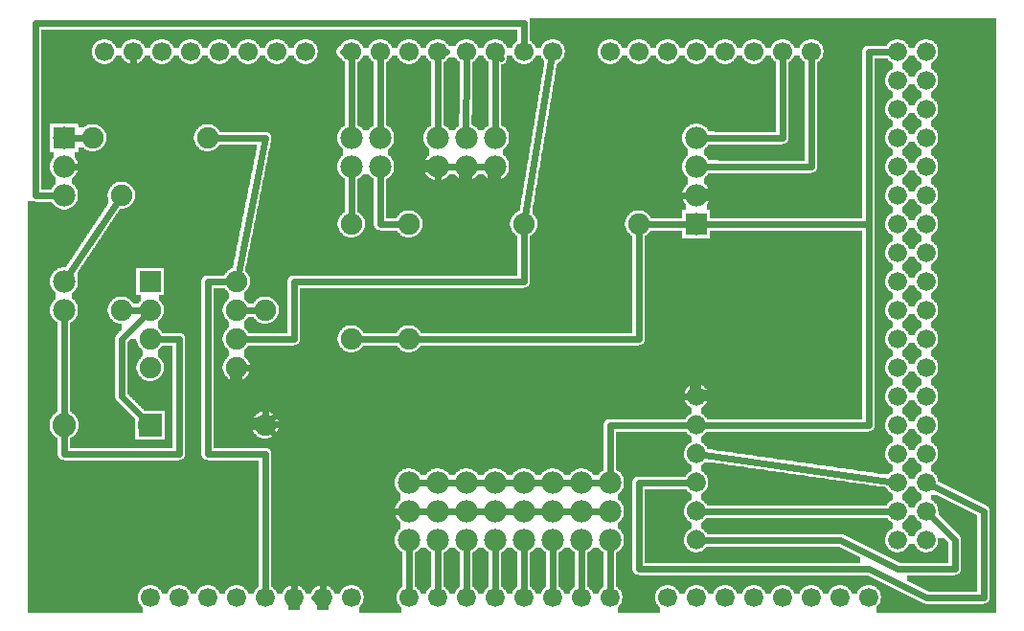
<source format=gbl>
G04 MADE WITH FRITZING*
G04 WWW.FRITZING.ORG*
G04 DOUBLE SIDED*
G04 HOLES PLATED*
G04 CONTOUR ON CENTER OF CONTOUR VECTOR*
%ASAXBY*%
%FSLAX23Y23*%
%MOIN*%
%OFA0B0*%
%SFA1.0B1.0*%
%ADD10C,0.075000*%
%ADD11C,0.078000*%
%ADD12C,0.066604*%
%ADD13C,0.066632*%
%ADD14C,0.065993*%
%ADD15C,0.065972*%
%ADD16C,0.082000*%
%ADD17C,0.078028*%
%ADD18R,0.078000X0.078000*%
%ADD19R,0.082000X0.082000*%
%ADD20R,0.075000X0.075000*%
%ADD21R,0.077944X0.077986*%
%ADD22R,0.000156X0.000156*%
%ADD23C,0.024000*%
%ADD24R,0.001000X0.001000*%
%LNCOPPER0*%
G90*
G70*
G54D10*
X2812Y605D03*
X170Y1871D03*
X3257Y2027D03*
X2461Y505D03*
X2250Y404D03*
G54D11*
X1466Y1595D03*
X1466Y1695D03*
X1566Y1595D03*
X1566Y1695D03*
X1666Y1595D03*
X1666Y1695D03*
G54D12*
X2366Y95D03*
X2466Y95D03*
X2566Y95D03*
X2666Y95D03*
G54D13*
X1006Y1995D03*
G54D12*
X2766Y95D03*
X2866Y95D03*
X2966Y95D03*
G54D14*
X3166Y1095D03*
G54D12*
X1366Y95D03*
X1466Y95D03*
X766Y95D03*
X1566Y95D03*
X1666Y95D03*
X1766Y95D03*
X1866Y95D03*
X1966Y95D03*
G54D14*
X3166Y1895D03*
G54D12*
X2066Y95D03*
G54D14*
X3166Y295D03*
G54D13*
X1566Y1995D03*
G54D14*
X3166Y1495D03*
X3166Y695D03*
G54D13*
X606Y1995D03*
G54D12*
X1166Y95D03*
G54D13*
X1166Y1995D03*
G54D14*
X3166Y1695D03*
X3166Y1295D03*
X3166Y895D03*
X3166Y495D03*
G54D13*
X2766Y1995D03*
X2666Y1995D03*
X2566Y1995D03*
X406Y1995D03*
X2466Y1995D03*
X806Y1995D03*
X2366Y1995D03*
X2266Y1995D03*
X2166Y1995D03*
X2066Y1995D03*
G54D12*
X566Y95D03*
X966Y95D03*
G54D13*
X1766Y1995D03*
X1366Y1995D03*
G54D14*
X3166Y1995D03*
X3166Y1795D03*
X3166Y1595D03*
X3166Y1395D03*
X3166Y1195D03*
X3166Y995D03*
X3166Y795D03*
X3166Y595D03*
X3166Y395D03*
G54D13*
X306Y1995D03*
X506Y1995D03*
X706Y1995D03*
X906Y1995D03*
G54D12*
X466Y95D03*
X666Y95D03*
X866Y95D03*
X1066Y95D03*
G54D13*
X1866Y1995D03*
X1666Y1995D03*
X1466Y1995D03*
X1266Y1995D03*
G54D14*
X3066Y1995D03*
X3066Y1895D03*
X3066Y1795D03*
X3066Y1695D03*
X3066Y1595D03*
X3066Y1495D03*
X3066Y1395D03*
X3066Y1295D03*
X3066Y1195D03*
X3066Y1095D03*
X3066Y995D03*
X3066Y895D03*
X3066Y795D03*
X3066Y695D03*
X3066Y595D03*
X3066Y495D03*
X3066Y395D03*
X3066Y295D03*
G54D12*
X2266Y95D03*
G54D15*
X2366Y295D03*
X2366Y395D03*
X2366Y495D03*
X2366Y595D03*
X2366Y695D03*
X2366Y795D03*
G54D11*
X166Y1695D03*
X166Y1595D03*
X166Y1495D03*
X166Y1195D03*
X166Y1095D03*
G54D10*
X2166Y1395D03*
X1766Y1395D03*
X366Y1095D03*
X366Y1495D03*
X266Y1695D03*
X666Y1695D03*
G54D16*
X464Y695D03*
X166Y695D03*
G54D10*
X866Y695D03*
X866Y1095D03*
X1366Y995D03*
X1366Y1395D03*
X1166Y995D03*
X1166Y1395D03*
G54D11*
X1266Y1595D03*
X1266Y1695D03*
X1166Y1595D03*
X1166Y1695D03*
G54D10*
X466Y1195D03*
X766Y1195D03*
X466Y1095D03*
X766Y1095D03*
X466Y995D03*
X766Y995D03*
X466Y895D03*
X766Y895D03*
G54D11*
X1366Y495D03*
X1466Y495D03*
X1766Y495D03*
X1866Y495D03*
X1566Y495D03*
X1666Y495D03*
X1966Y495D03*
X2066Y495D03*
X1366Y295D03*
X1466Y295D03*
X1766Y395D03*
X1866Y395D03*
X1966Y395D03*
X2066Y395D03*
X1966Y295D03*
X2066Y295D03*
X1766Y295D03*
X1866Y295D03*
X1566Y395D03*
X1666Y395D03*
X1566Y295D03*
X1666Y295D03*
X1366Y395D03*
X1466Y395D03*
G54D17*
X2366Y1695D03*
G54D11*
X2366Y1595D03*
X2366Y1495D03*
X2366Y1395D03*
G54D18*
X166Y1695D03*
G54D19*
X465Y695D03*
G54D20*
X466Y1195D03*
G54D21*
X2366Y1395D03*
G54D22*
X2366Y1497D03*
G54D23*
X1562Y1696D02*
X1566Y1965D01*
D02*
X1536Y1699D02*
X1562Y1696D01*
D02*
X1667Y1994D02*
X1685Y1971D01*
D02*
X1666Y1725D02*
X1667Y1994D01*
D02*
X1466Y1995D02*
X1496Y1995D01*
D02*
X1466Y1725D02*
X1466Y1995D01*
D02*
X1666Y1595D02*
X1496Y1595D01*
D02*
X1596Y1595D02*
X1666Y1595D01*
D02*
X1666Y1595D02*
X1596Y1595D01*
D02*
X3037Y499D02*
X2392Y591D01*
D02*
X3036Y395D02*
X2393Y395D01*
D02*
X2166Y495D02*
X2339Y495D01*
D02*
X2166Y195D02*
X2166Y495D01*
D02*
X2966Y195D02*
X2166Y195D01*
D02*
X3166Y95D02*
X2966Y195D01*
D02*
X3366Y95D02*
X3166Y95D01*
D02*
X3366Y395D02*
X3366Y95D01*
D02*
X3193Y482D02*
X3366Y395D01*
D02*
X2866Y295D02*
X2393Y295D01*
D02*
X3066Y195D02*
X2866Y295D01*
D02*
X3266Y195D02*
X3066Y195D01*
D02*
X3266Y295D02*
X3266Y195D01*
D02*
X3187Y374D02*
X3266Y295D01*
D02*
X406Y1965D02*
X406Y1595D01*
D02*
X406Y1595D02*
X196Y1595D01*
D02*
X66Y2095D02*
X1766Y2095D01*
D02*
X1766Y2095D02*
X1766Y2025D01*
D02*
X66Y1495D02*
X66Y2095D01*
D02*
X166Y1495D02*
X66Y1495D01*
D02*
X196Y1695D02*
X266Y1695D01*
D02*
X183Y1220D02*
X366Y1495D01*
D02*
X166Y895D02*
X166Y727D01*
D02*
X166Y1065D02*
X166Y895D01*
D02*
X366Y995D02*
X366Y795D01*
D02*
X366Y795D02*
X442Y718D01*
D02*
X466Y1095D02*
X366Y995D01*
D02*
X395Y1095D02*
X466Y1095D01*
D02*
X1861Y1965D02*
X1771Y1423D01*
D02*
X895Y697D02*
X2339Y793D01*
D02*
X886Y675D02*
X966Y595D01*
D02*
X966Y595D02*
X966Y125D01*
D02*
X1266Y995D02*
X1195Y995D01*
D02*
X1337Y995D02*
X1266Y995D01*
D02*
X2166Y995D02*
X1395Y995D01*
D02*
X2166Y1366D02*
X2166Y995D01*
D02*
X1266Y1965D02*
X1266Y1695D01*
D02*
X1266Y1395D02*
X1266Y1565D01*
D02*
X1337Y1395D02*
X1266Y1395D01*
D02*
X1166Y1424D02*
X1166Y1595D01*
D02*
X1166Y1995D02*
X1166Y1725D01*
D02*
X1136Y1995D02*
X1166Y1995D01*
D02*
X866Y895D02*
X866Y695D01*
D02*
X795Y895D02*
X866Y895D01*
D02*
X866Y1095D02*
X795Y1095D01*
D02*
X1766Y1195D02*
X1766Y1366D01*
D02*
X966Y1195D02*
X1766Y1195D01*
D02*
X966Y995D02*
X966Y1195D01*
D02*
X866Y995D02*
X966Y995D01*
D02*
X795Y995D02*
X866Y995D01*
D02*
X666Y1195D02*
X666Y595D01*
D02*
X666Y595D02*
X766Y595D01*
D02*
X766Y1195D02*
X666Y1195D01*
D02*
X866Y595D02*
X866Y125D01*
D02*
X766Y595D02*
X866Y595D01*
D02*
X406Y1795D02*
X406Y1965D01*
D02*
X1066Y1795D02*
X406Y1795D01*
D02*
X1066Y1295D02*
X1066Y1795D01*
D02*
X1466Y1295D02*
X1066Y1295D01*
D02*
X1466Y1565D02*
X1466Y1295D01*
D02*
X366Y1095D02*
X437Y1095D01*
D02*
X566Y995D02*
X495Y995D01*
D02*
X566Y595D02*
X566Y795D01*
D02*
X166Y595D02*
X566Y595D01*
D02*
X566Y795D02*
X566Y995D01*
D02*
X166Y663D02*
X166Y595D01*
D02*
X866Y1695D02*
X695Y1695D01*
D02*
X772Y1223D02*
X866Y1695D01*
D02*
X1466Y125D02*
X1466Y265D01*
D02*
X1366Y125D02*
X1366Y295D01*
D02*
X1366Y495D02*
X1436Y495D01*
D02*
X1436Y395D02*
X1366Y395D01*
D02*
X1066Y95D02*
X1036Y95D01*
D02*
X1066Y395D02*
X1066Y95D01*
D02*
X1336Y395D02*
X1066Y395D01*
D02*
X1566Y125D02*
X1566Y265D01*
D02*
X1666Y125D02*
X1666Y265D01*
D02*
X1766Y125D02*
X1766Y265D01*
D02*
X1866Y125D02*
X1866Y265D01*
D02*
X1966Y125D02*
X1966Y265D01*
D02*
X2066Y125D02*
X2066Y265D01*
D02*
X2036Y395D02*
X1996Y395D01*
D02*
X1936Y395D02*
X1896Y395D01*
D02*
X1836Y395D02*
X1796Y395D01*
D02*
X1736Y395D02*
X1696Y395D01*
D02*
X1636Y395D02*
X1596Y395D01*
D02*
X1536Y395D02*
X1496Y395D01*
D02*
X1596Y495D02*
X1636Y495D01*
D02*
X1696Y495D02*
X1736Y495D01*
D02*
X1796Y495D02*
X1836Y495D01*
D02*
X1896Y495D02*
X1936Y495D01*
D02*
X1996Y495D02*
X2036Y495D01*
D02*
X1496Y495D02*
X1536Y495D01*
D02*
X2066Y695D02*
X2066Y525D01*
D02*
X2339Y695D02*
X2066Y695D01*
D02*
X2966Y695D02*
X2393Y695D01*
D02*
X2966Y1995D02*
X2966Y695D01*
D02*
X3036Y1995D02*
X2966Y1995D01*
D02*
X2966Y1395D02*
X2966Y1995D01*
D02*
X2966Y1995D02*
X3036Y1995D01*
D02*
X2396Y1395D02*
X2966Y1395D01*
D02*
X2666Y1695D02*
X2396Y1695D01*
D02*
X2666Y1965D02*
X2666Y1695D01*
D02*
X2396Y1595D02*
X2766Y1595D01*
D02*
X2766Y1595D02*
X2766Y1965D01*
D02*
X2195Y1395D02*
X2336Y1395D01*
D02*
X886Y715D02*
X1066Y895D01*
D02*
X1066Y895D02*
X1066Y1095D01*
D02*
X1066Y1095D02*
X2066Y1095D01*
D02*
X2066Y1095D02*
X2066Y1495D01*
D02*
X2066Y1495D02*
X2336Y1495D01*
G36*
X1206Y1982D02*
X1206Y1976D01*
X1204Y1976D01*
X1204Y1972D01*
X1202Y1972D01*
X1202Y1970D01*
X1200Y1970D01*
X1200Y1968D01*
X1198Y1968D01*
X1198Y1964D01*
X1196Y1964D01*
X1196Y1962D01*
X1192Y1962D01*
X1192Y1960D01*
X1190Y1960D01*
X1190Y1958D01*
X1188Y1958D01*
X1188Y1738D01*
X1190Y1738D01*
X1190Y1736D01*
X1194Y1736D01*
X1194Y1734D01*
X1196Y1734D01*
X1196Y1732D01*
X1198Y1732D01*
X1198Y1730D01*
X1202Y1730D01*
X1202Y1726D01*
X1204Y1726D01*
X1204Y1724D01*
X1206Y1724D01*
X1206Y1722D01*
X1226Y1722D01*
X1226Y1724D01*
X1228Y1724D01*
X1228Y1726D01*
X1230Y1726D01*
X1230Y1730D01*
X1234Y1730D01*
X1234Y1732D01*
X1236Y1732D01*
X1236Y1734D01*
X1238Y1734D01*
X1238Y1736D01*
X1242Y1736D01*
X1242Y1738D01*
X1244Y1738D01*
X1244Y1958D01*
X1242Y1958D01*
X1242Y1960D01*
X1240Y1960D01*
X1240Y1962D01*
X1236Y1962D01*
X1236Y1964D01*
X1234Y1964D01*
X1234Y1968D01*
X1232Y1968D01*
X1232Y1970D01*
X1230Y1970D01*
X1230Y1972D01*
X1228Y1972D01*
X1228Y1976D01*
X1226Y1976D01*
X1226Y1982D01*
X1206Y1982D01*
G37*
D02*
G36*
X1606Y1982D02*
X1606Y1976D01*
X1604Y1976D01*
X1604Y1972D01*
X1602Y1972D01*
X1602Y1970D01*
X1600Y1970D01*
X1600Y1968D01*
X1598Y1968D01*
X1598Y1964D01*
X1596Y1964D01*
X1596Y1962D01*
X1592Y1962D01*
X1592Y1960D01*
X1590Y1960D01*
X1590Y1958D01*
X1588Y1958D01*
X1588Y1920D01*
X1586Y1920D01*
X1586Y1776D01*
X1584Y1776D01*
X1584Y1740D01*
X1588Y1740D01*
X1588Y1738D01*
X1590Y1738D01*
X1590Y1736D01*
X1594Y1736D01*
X1594Y1734D01*
X1596Y1734D01*
X1596Y1732D01*
X1598Y1732D01*
X1598Y1730D01*
X1602Y1730D01*
X1602Y1726D01*
X1604Y1726D01*
X1604Y1724D01*
X1606Y1724D01*
X1606Y1722D01*
X1626Y1722D01*
X1626Y1724D01*
X1628Y1724D01*
X1628Y1726D01*
X1630Y1726D01*
X1630Y1730D01*
X1634Y1730D01*
X1634Y1732D01*
X1636Y1732D01*
X1636Y1734D01*
X1638Y1734D01*
X1638Y1736D01*
X1642Y1736D01*
X1642Y1738D01*
X1644Y1738D01*
X1644Y1958D01*
X1642Y1958D01*
X1642Y1960D01*
X1640Y1960D01*
X1640Y1962D01*
X1638Y1962D01*
X1638Y1964D01*
X1634Y1964D01*
X1634Y1968D01*
X1632Y1968D01*
X1632Y1970D01*
X1630Y1970D01*
X1630Y1972D01*
X1628Y1972D01*
X1628Y1976D01*
X1626Y1976D01*
X1626Y1982D01*
X1606Y1982D01*
G37*
D02*
G36*
X2706Y1982D02*
X2706Y1976D01*
X2704Y1976D01*
X2704Y1972D01*
X2702Y1972D01*
X2702Y1970D01*
X2700Y1970D01*
X2700Y1968D01*
X2698Y1968D01*
X2698Y1964D01*
X2696Y1964D01*
X2696Y1962D01*
X2692Y1962D01*
X2692Y1960D01*
X2690Y1960D01*
X2690Y1958D01*
X2688Y1958D01*
X2688Y1688D01*
X2686Y1688D01*
X2686Y1684D01*
X2684Y1684D01*
X2684Y1682D01*
X2682Y1682D01*
X2682Y1678D01*
X2678Y1678D01*
X2678Y1676D01*
X2676Y1676D01*
X2676Y1674D01*
X2666Y1674D01*
X2666Y1672D01*
X2408Y1672D01*
X2408Y1668D01*
X2406Y1668D01*
X2406Y1666D01*
X2404Y1666D01*
X2404Y1664D01*
X2402Y1664D01*
X2402Y1660D01*
X2398Y1660D01*
X2398Y1658D01*
X2396Y1658D01*
X2396Y1656D01*
X2394Y1656D01*
X2394Y1634D01*
X2396Y1634D01*
X2396Y1632D01*
X2400Y1632D01*
X2400Y1630D01*
X2402Y1630D01*
X2402Y1626D01*
X2404Y1626D01*
X2404Y1624D01*
X2406Y1624D01*
X2406Y1622D01*
X2408Y1622D01*
X2408Y1618D01*
X2444Y1618D01*
X2444Y1616D01*
X2744Y1616D01*
X2744Y1958D01*
X2742Y1958D01*
X2742Y1960D01*
X2740Y1960D01*
X2740Y1962D01*
X2736Y1962D01*
X2736Y1964D01*
X2734Y1964D01*
X2734Y1968D01*
X2732Y1968D01*
X2732Y1970D01*
X2730Y1970D01*
X2730Y1972D01*
X2728Y1972D01*
X2728Y1976D01*
X2726Y1976D01*
X2726Y1982D01*
X2706Y1982D01*
G37*
D02*
G36*
X3106Y1982D02*
X3106Y1978D01*
X3104Y1978D01*
X3104Y1974D01*
X3102Y1974D01*
X3102Y1970D01*
X3100Y1970D01*
X3100Y1968D01*
X3098Y1968D01*
X3098Y1966D01*
X3096Y1966D01*
X3096Y1964D01*
X3094Y1964D01*
X3094Y1962D01*
X3092Y1962D01*
X3092Y1960D01*
X3090Y1960D01*
X3090Y1958D01*
X3086Y1958D01*
X3086Y1956D01*
X3082Y1956D01*
X3082Y1934D01*
X3086Y1934D01*
X3086Y1932D01*
X3090Y1932D01*
X3090Y1930D01*
X3092Y1930D01*
X3092Y1928D01*
X3094Y1928D01*
X3094Y1926D01*
X3096Y1926D01*
X3096Y1924D01*
X3098Y1924D01*
X3098Y1922D01*
X3100Y1922D01*
X3100Y1920D01*
X3102Y1920D01*
X3102Y1916D01*
X3104Y1916D01*
X3104Y1912D01*
X3106Y1912D01*
X3106Y1908D01*
X3126Y1908D01*
X3126Y1912D01*
X3128Y1912D01*
X3128Y1916D01*
X3130Y1916D01*
X3130Y1920D01*
X3132Y1920D01*
X3132Y1922D01*
X3134Y1922D01*
X3134Y1924D01*
X3136Y1924D01*
X3136Y1926D01*
X3138Y1926D01*
X3138Y1928D01*
X3140Y1928D01*
X3140Y1930D01*
X3142Y1930D01*
X3142Y1932D01*
X3146Y1932D01*
X3146Y1934D01*
X3150Y1934D01*
X3150Y1956D01*
X3146Y1956D01*
X3146Y1958D01*
X3142Y1958D01*
X3142Y1960D01*
X3140Y1960D01*
X3140Y1962D01*
X3138Y1962D01*
X3138Y1964D01*
X3136Y1964D01*
X3136Y1966D01*
X3134Y1966D01*
X3134Y1968D01*
X3132Y1968D01*
X3132Y1970D01*
X3130Y1970D01*
X3130Y1974D01*
X3128Y1974D01*
X3128Y1978D01*
X3126Y1978D01*
X3126Y1982D01*
X3106Y1982D01*
G37*
D02*
G36*
X1506Y1976D02*
X1506Y1974D01*
X1504Y1974D01*
X1504Y1972D01*
X1502Y1972D01*
X1502Y1970D01*
X1500Y1970D01*
X1500Y1968D01*
X1498Y1968D01*
X1498Y1964D01*
X1496Y1964D01*
X1496Y1962D01*
X1492Y1962D01*
X1492Y1960D01*
X1490Y1960D01*
X1490Y1958D01*
X1488Y1958D01*
X1488Y1738D01*
X1490Y1738D01*
X1490Y1736D01*
X1494Y1736D01*
X1494Y1734D01*
X1496Y1734D01*
X1496Y1732D01*
X1498Y1732D01*
X1498Y1730D01*
X1502Y1730D01*
X1502Y1726D01*
X1504Y1726D01*
X1504Y1724D01*
X1506Y1724D01*
X1506Y1722D01*
X1526Y1722D01*
X1526Y1724D01*
X1528Y1724D01*
X1528Y1726D01*
X1530Y1726D01*
X1530Y1730D01*
X1534Y1730D01*
X1534Y1732D01*
X1536Y1732D01*
X1536Y1734D01*
X1538Y1734D01*
X1538Y1736D01*
X1540Y1736D01*
X1540Y1778D01*
X1542Y1778D01*
X1542Y1920D01*
X1544Y1920D01*
X1544Y1958D01*
X1542Y1958D01*
X1542Y1960D01*
X1540Y1960D01*
X1540Y1962D01*
X1538Y1962D01*
X1538Y1964D01*
X1534Y1964D01*
X1534Y1968D01*
X1532Y1968D01*
X1532Y1970D01*
X1530Y1970D01*
X1530Y1972D01*
X1528Y1972D01*
X1528Y1976D01*
X1506Y1976D01*
G37*
D02*
G36*
X2988Y1972D02*
X2988Y688D01*
X2986Y688D01*
X2986Y684D01*
X2984Y684D01*
X2984Y682D01*
X2982Y682D01*
X2982Y678D01*
X2978Y678D01*
X2978Y676D01*
X2976Y676D01*
X2976Y674D01*
X2966Y674D01*
X2966Y672D01*
X2402Y672D01*
X2402Y670D01*
X2400Y670D01*
X2400Y668D01*
X2398Y668D01*
X2398Y666D01*
X2396Y666D01*
X2396Y664D01*
X2394Y664D01*
X2394Y662D01*
X2392Y662D01*
X2392Y660D01*
X2390Y660D01*
X2390Y658D01*
X2386Y658D01*
X2386Y656D01*
X2382Y656D01*
X2382Y634D01*
X2386Y634D01*
X2386Y632D01*
X2390Y632D01*
X2390Y630D01*
X2392Y630D01*
X2392Y628D01*
X2394Y628D01*
X2394Y626D01*
X2396Y626D01*
X2396Y624D01*
X2398Y624D01*
X2398Y622D01*
X2400Y622D01*
X2400Y620D01*
X2402Y620D01*
X2402Y616D01*
X2404Y616D01*
X2404Y612D01*
X2410Y612D01*
X2410Y610D01*
X2424Y610D01*
X2424Y608D01*
X2438Y608D01*
X2438Y606D01*
X2452Y606D01*
X2452Y604D01*
X2466Y604D01*
X2466Y602D01*
X2480Y602D01*
X2480Y600D01*
X2494Y600D01*
X2494Y598D01*
X2508Y598D01*
X2508Y596D01*
X2522Y596D01*
X2522Y594D01*
X2536Y594D01*
X2536Y592D01*
X2550Y592D01*
X2550Y590D01*
X2564Y590D01*
X2564Y588D01*
X2578Y588D01*
X2578Y586D01*
X2592Y586D01*
X2592Y584D01*
X2606Y584D01*
X2606Y582D01*
X2620Y582D01*
X2620Y580D01*
X2634Y580D01*
X2634Y578D01*
X2648Y578D01*
X2648Y576D01*
X2662Y576D01*
X2662Y574D01*
X2676Y574D01*
X2676Y572D01*
X2690Y572D01*
X2690Y570D01*
X2704Y570D01*
X2704Y568D01*
X2718Y568D01*
X2718Y566D01*
X2732Y566D01*
X2732Y564D01*
X2746Y564D01*
X2746Y562D01*
X2760Y562D01*
X2760Y560D01*
X2774Y560D01*
X2774Y558D01*
X2788Y558D01*
X2788Y556D01*
X2802Y556D01*
X2802Y554D01*
X2816Y554D01*
X2816Y552D01*
X2830Y552D01*
X2830Y550D01*
X2844Y550D01*
X2844Y548D01*
X2858Y548D01*
X2858Y546D01*
X2872Y546D01*
X2872Y544D01*
X2886Y544D01*
X2886Y542D01*
X2900Y542D01*
X2900Y540D01*
X2914Y540D01*
X2914Y538D01*
X2928Y538D01*
X2928Y536D01*
X2942Y536D01*
X2942Y534D01*
X2956Y534D01*
X2956Y532D01*
X2970Y532D01*
X2970Y530D01*
X2984Y530D01*
X2984Y528D01*
X2998Y528D01*
X2998Y526D01*
X3012Y526D01*
X3012Y524D01*
X3036Y524D01*
X3036Y526D01*
X3038Y526D01*
X3038Y528D01*
X3040Y528D01*
X3040Y530D01*
X3042Y530D01*
X3042Y532D01*
X3046Y532D01*
X3046Y534D01*
X3050Y534D01*
X3050Y556D01*
X3046Y556D01*
X3046Y558D01*
X3042Y558D01*
X3042Y560D01*
X3040Y560D01*
X3040Y562D01*
X3038Y562D01*
X3038Y564D01*
X3036Y564D01*
X3036Y566D01*
X3034Y566D01*
X3034Y568D01*
X3032Y568D01*
X3032Y570D01*
X3030Y570D01*
X3030Y574D01*
X3028Y574D01*
X3028Y578D01*
X3026Y578D01*
X3026Y582D01*
X3024Y582D01*
X3024Y606D01*
X3026Y606D01*
X3026Y612D01*
X3028Y612D01*
X3028Y616D01*
X3030Y616D01*
X3030Y620D01*
X3032Y620D01*
X3032Y622D01*
X3034Y622D01*
X3034Y624D01*
X3036Y624D01*
X3036Y626D01*
X3038Y626D01*
X3038Y628D01*
X3040Y628D01*
X3040Y630D01*
X3042Y630D01*
X3042Y632D01*
X3046Y632D01*
X3046Y634D01*
X3050Y634D01*
X3050Y656D01*
X3046Y656D01*
X3046Y658D01*
X3042Y658D01*
X3042Y660D01*
X3040Y660D01*
X3040Y662D01*
X3038Y662D01*
X3038Y664D01*
X3036Y664D01*
X3036Y666D01*
X3034Y666D01*
X3034Y668D01*
X3032Y668D01*
X3032Y670D01*
X3030Y670D01*
X3030Y674D01*
X3028Y674D01*
X3028Y678D01*
X3026Y678D01*
X3026Y682D01*
X3024Y682D01*
X3024Y706D01*
X3026Y706D01*
X3026Y712D01*
X3028Y712D01*
X3028Y716D01*
X3030Y716D01*
X3030Y720D01*
X3032Y720D01*
X3032Y722D01*
X3034Y722D01*
X3034Y724D01*
X3036Y724D01*
X3036Y726D01*
X3038Y726D01*
X3038Y728D01*
X3040Y728D01*
X3040Y730D01*
X3042Y730D01*
X3042Y732D01*
X3046Y732D01*
X3046Y734D01*
X3050Y734D01*
X3050Y756D01*
X3046Y756D01*
X3046Y758D01*
X3042Y758D01*
X3042Y760D01*
X3040Y760D01*
X3040Y762D01*
X3038Y762D01*
X3038Y764D01*
X3036Y764D01*
X3036Y766D01*
X3034Y766D01*
X3034Y768D01*
X3032Y768D01*
X3032Y770D01*
X3030Y770D01*
X3030Y774D01*
X3028Y774D01*
X3028Y778D01*
X3026Y778D01*
X3026Y782D01*
X3024Y782D01*
X3024Y806D01*
X3026Y806D01*
X3026Y812D01*
X3028Y812D01*
X3028Y816D01*
X3030Y816D01*
X3030Y820D01*
X3032Y820D01*
X3032Y822D01*
X3034Y822D01*
X3034Y824D01*
X3036Y824D01*
X3036Y826D01*
X3038Y826D01*
X3038Y828D01*
X3040Y828D01*
X3040Y830D01*
X3042Y830D01*
X3042Y832D01*
X3046Y832D01*
X3046Y834D01*
X3050Y834D01*
X3050Y856D01*
X3046Y856D01*
X3046Y858D01*
X3042Y858D01*
X3042Y860D01*
X3040Y860D01*
X3040Y862D01*
X3038Y862D01*
X3038Y864D01*
X3036Y864D01*
X3036Y866D01*
X3034Y866D01*
X3034Y868D01*
X3032Y868D01*
X3032Y870D01*
X3030Y870D01*
X3030Y874D01*
X3028Y874D01*
X3028Y878D01*
X3026Y878D01*
X3026Y882D01*
X3024Y882D01*
X3024Y906D01*
X3026Y906D01*
X3026Y912D01*
X3028Y912D01*
X3028Y916D01*
X3030Y916D01*
X3030Y920D01*
X3032Y920D01*
X3032Y922D01*
X3034Y922D01*
X3034Y924D01*
X3036Y924D01*
X3036Y926D01*
X3038Y926D01*
X3038Y928D01*
X3040Y928D01*
X3040Y930D01*
X3042Y930D01*
X3042Y932D01*
X3046Y932D01*
X3046Y934D01*
X3050Y934D01*
X3050Y956D01*
X3046Y956D01*
X3046Y958D01*
X3042Y958D01*
X3042Y960D01*
X3040Y960D01*
X3040Y962D01*
X3038Y962D01*
X3038Y964D01*
X3036Y964D01*
X3036Y966D01*
X3034Y966D01*
X3034Y968D01*
X3032Y968D01*
X3032Y970D01*
X3030Y970D01*
X3030Y974D01*
X3028Y974D01*
X3028Y978D01*
X3026Y978D01*
X3026Y982D01*
X3024Y982D01*
X3024Y1006D01*
X3026Y1006D01*
X3026Y1012D01*
X3028Y1012D01*
X3028Y1016D01*
X3030Y1016D01*
X3030Y1020D01*
X3032Y1020D01*
X3032Y1022D01*
X3034Y1022D01*
X3034Y1024D01*
X3036Y1024D01*
X3036Y1026D01*
X3038Y1026D01*
X3038Y1028D01*
X3040Y1028D01*
X3040Y1030D01*
X3042Y1030D01*
X3042Y1032D01*
X3046Y1032D01*
X3046Y1034D01*
X3050Y1034D01*
X3050Y1056D01*
X3046Y1056D01*
X3046Y1058D01*
X3042Y1058D01*
X3042Y1060D01*
X3040Y1060D01*
X3040Y1062D01*
X3038Y1062D01*
X3038Y1064D01*
X3036Y1064D01*
X3036Y1066D01*
X3034Y1066D01*
X3034Y1068D01*
X3032Y1068D01*
X3032Y1070D01*
X3030Y1070D01*
X3030Y1074D01*
X3028Y1074D01*
X3028Y1078D01*
X3026Y1078D01*
X3026Y1082D01*
X3024Y1082D01*
X3024Y1106D01*
X3026Y1106D01*
X3026Y1112D01*
X3028Y1112D01*
X3028Y1116D01*
X3030Y1116D01*
X3030Y1120D01*
X3032Y1120D01*
X3032Y1122D01*
X3034Y1122D01*
X3034Y1124D01*
X3036Y1124D01*
X3036Y1126D01*
X3038Y1126D01*
X3038Y1128D01*
X3040Y1128D01*
X3040Y1130D01*
X3042Y1130D01*
X3042Y1132D01*
X3046Y1132D01*
X3046Y1134D01*
X3050Y1134D01*
X3050Y1156D01*
X3046Y1156D01*
X3046Y1158D01*
X3042Y1158D01*
X3042Y1160D01*
X3040Y1160D01*
X3040Y1162D01*
X3038Y1162D01*
X3038Y1164D01*
X3036Y1164D01*
X3036Y1166D01*
X3034Y1166D01*
X3034Y1168D01*
X3032Y1168D01*
X3032Y1170D01*
X3030Y1170D01*
X3030Y1174D01*
X3028Y1174D01*
X3028Y1178D01*
X3026Y1178D01*
X3026Y1182D01*
X3024Y1182D01*
X3024Y1206D01*
X3026Y1206D01*
X3026Y1212D01*
X3028Y1212D01*
X3028Y1216D01*
X3030Y1216D01*
X3030Y1220D01*
X3032Y1220D01*
X3032Y1222D01*
X3034Y1222D01*
X3034Y1224D01*
X3036Y1224D01*
X3036Y1226D01*
X3038Y1226D01*
X3038Y1228D01*
X3040Y1228D01*
X3040Y1230D01*
X3042Y1230D01*
X3042Y1232D01*
X3046Y1232D01*
X3046Y1234D01*
X3050Y1234D01*
X3050Y1256D01*
X3046Y1256D01*
X3046Y1258D01*
X3042Y1258D01*
X3042Y1260D01*
X3040Y1260D01*
X3040Y1262D01*
X3038Y1262D01*
X3038Y1264D01*
X3036Y1264D01*
X3036Y1266D01*
X3034Y1266D01*
X3034Y1268D01*
X3032Y1268D01*
X3032Y1270D01*
X3030Y1270D01*
X3030Y1274D01*
X3028Y1274D01*
X3028Y1278D01*
X3026Y1278D01*
X3026Y1282D01*
X3024Y1282D01*
X3024Y1306D01*
X3026Y1306D01*
X3026Y1312D01*
X3028Y1312D01*
X3028Y1316D01*
X3030Y1316D01*
X3030Y1320D01*
X3032Y1320D01*
X3032Y1322D01*
X3034Y1322D01*
X3034Y1324D01*
X3036Y1324D01*
X3036Y1326D01*
X3038Y1326D01*
X3038Y1328D01*
X3040Y1328D01*
X3040Y1330D01*
X3042Y1330D01*
X3042Y1332D01*
X3046Y1332D01*
X3046Y1334D01*
X3050Y1334D01*
X3050Y1356D01*
X3046Y1356D01*
X3046Y1358D01*
X3042Y1358D01*
X3042Y1360D01*
X3040Y1360D01*
X3040Y1362D01*
X3038Y1362D01*
X3038Y1364D01*
X3036Y1364D01*
X3036Y1366D01*
X3034Y1366D01*
X3034Y1368D01*
X3032Y1368D01*
X3032Y1370D01*
X3030Y1370D01*
X3030Y1374D01*
X3028Y1374D01*
X3028Y1378D01*
X3026Y1378D01*
X3026Y1382D01*
X3024Y1382D01*
X3024Y1406D01*
X3026Y1406D01*
X3026Y1412D01*
X3028Y1412D01*
X3028Y1416D01*
X3030Y1416D01*
X3030Y1420D01*
X3032Y1420D01*
X3032Y1422D01*
X3034Y1422D01*
X3034Y1424D01*
X3036Y1424D01*
X3036Y1426D01*
X3038Y1426D01*
X3038Y1428D01*
X3040Y1428D01*
X3040Y1430D01*
X3042Y1430D01*
X3042Y1432D01*
X3046Y1432D01*
X3046Y1434D01*
X3050Y1434D01*
X3050Y1456D01*
X3046Y1456D01*
X3046Y1458D01*
X3042Y1458D01*
X3042Y1460D01*
X3040Y1460D01*
X3040Y1462D01*
X3038Y1462D01*
X3038Y1464D01*
X3036Y1464D01*
X3036Y1466D01*
X3034Y1466D01*
X3034Y1468D01*
X3032Y1468D01*
X3032Y1470D01*
X3030Y1470D01*
X3030Y1474D01*
X3028Y1474D01*
X3028Y1478D01*
X3026Y1478D01*
X3026Y1482D01*
X3024Y1482D01*
X3024Y1506D01*
X3026Y1506D01*
X3026Y1512D01*
X3028Y1512D01*
X3028Y1516D01*
X3030Y1516D01*
X3030Y1520D01*
X3032Y1520D01*
X3032Y1522D01*
X3034Y1522D01*
X3034Y1524D01*
X3036Y1524D01*
X3036Y1526D01*
X3038Y1526D01*
X3038Y1528D01*
X3040Y1528D01*
X3040Y1530D01*
X3042Y1530D01*
X3042Y1532D01*
X3046Y1532D01*
X3046Y1534D01*
X3050Y1534D01*
X3050Y1556D01*
X3046Y1556D01*
X3046Y1558D01*
X3042Y1558D01*
X3042Y1560D01*
X3040Y1560D01*
X3040Y1562D01*
X3038Y1562D01*
X3038Y1564D01*
X3036Y1564D01*
X3036Y1566D01*
X3034Y1566D01*
X3034Y1568D01*
X3032Y1568D01*
X3032Y1570D01*
X3030Y1570D01*
X3030Y1574D01*
X3028Y1574D01*
X3028Y1578D01*
X3026Y1578D01*
X3026Y1582D01*
X3024Y1582D01*
X3024Y1606D01*
X3026Y1606D01*
X3026Y1612D01*
X3028Y1612D01*
X3028Y1616D01*
X3030Y1616D01*
X3030Y1620D01*
X3032Y1620D01*
X3032Y1622D01*
X3034Y1622D01*
X3034Y1624D01*
X3036Y1624D01*
X3036Y1626D01*
X3038Y1626D01*
X3038Y1628D01*
X3040Y1628D01*
X3040Y1630D01*
X3042Y1630D01*
X3042Y1632D01*
X3046Y1632D01*
X3046Y1634D01*
X3050Y1634D01*
X3050Y1656D01*
X3046Y1656D01*
X3046Y1658D01*
X3042Y1658D01*
X3042Y1660D01*
X3040Y1660D01*
X3040Y1662D01*
X3038Y1662D01*
X3038Y1664D01*
X3036Y1664D01*
X3036Y1666D01*
X3034Y1666D01*
X3034Y1668D01*
X3032Y1668D01*
X3032Y1670D01*
X3030Y1670D01*
X3030Y1674D01*
X3028Y1674D01*
X3028Y1678D01*
X3026Y1678D01*
X3026Y1682D01*
X3024Y1682D01*
X3024Y1706D01*
X3026Y1706D01*
X3026Y1712D01*
X3028Y1712D01*
X3028Y1716D01*
X3030Y1716D01*
X3030Y1720D01*
X3032Y1720D01*
X3032Y1722D01*
X3034Y1722D01*
X3034Y1724D01*
X3036Y1724D01*
X3036Y1726D01*
X3038Y1726D01*
X3038Y1728D01*
X3040Y1728D01*
X3040Y1730D01*
X3042Y1730D01*
X3042Y1732D01*
X3046Y1732D01*
X3046Y1734D01*
X3050Y1734D01*
X3050Y1756D01*
X3046Y1756D01*
X3046Y1758D01*
X3042Y1758D01*
X3042Y1760D01*
X3040Y1760D01*
X3040Y1762D01*
X3038Y1762D01*
X3038Y1764D01*
X3036Y1764D01*
X3036Y1766D01*
X3034Y1766D01*
X3034Y1768D01*
X3032Y1768D01*
X3032Y1770D01*
X3030Y1770D01*
X3030Y1774D01*
X3028Y1774D01*
X3028Y1778D01*
X3026Y1778D01*
X3026Y1782D01*
X3024Y1782D01*
X3024Y1806D01*
X3026Y1806D01*
X3026Y1812D01*
X3028Y1812D01*
X3028Y1816D01*
X3030Y1816D01*
X3030Y1820D01*
X3032Y1820D01*
X3032Y1822D01*
X3034Y1822D01*
X3034Y1824D01*
X3036Y1824D01*
X3036Y1826D01*
X3038Y1826D01*
X3038Y1828D01*
X3040Y1828D01*
X3040Y1830D01*
X3042Y1830D01*
X3042Y1832D01*
X3046Y1832D01*
X3046Y1834D01*
X3050Y1834D01*
X3050Y1856D01*
X3046Y1856D01*
X3046Y1858D01*
X3042Y1858D01*
X3042Y1860D01*
X3040Y1860D01*
X3040Y1862D01*
X3038Y1862D01*
X3038Y1864D01*
X3036Y1864D01*
X3036Y1866D01*
X3034Y1866D01*
X3034Y1868D01*
X3032Y1868D01*
X3032Y1870D01*
X3030Y1870D01*
X3030Y1874D01*
X3028Y1874D01*
X3028Y1878D01*
X3026Y1878D01*
X3026Y1882D01*
X3024Y1882D01*
X3024Y1906D01*
X3026Y1906D01*
X3026Y1912D01*
X3028Y1912D01*
X3028Y1916D01*
X3030Y1916D01*
X3030Y1920D01*
X3032Y1920D01*
X3032Y1922D01*
X3034Y1922D01*
X3034Y1924D01*
X3036Y1924D01*
X3036Y1926D01*
X3038Y1926D01*
X3038Y1928D01*
X3040Y1928D01*
X3040Y1930D01*
X3042Y1930D01*
X3042Y1932D01*
X3046Y1932D01*
X3046Y1934D01*
X3050Y1934D01*
X3050Y1956D01*
X3046Y1956D01*
X3046Y1958D01*
X3042Y1958D01*
X3042Y1960D01*
X3040Y1960D01*
X3040Y1962D01*
X3038Y1962D01*
X3038Y1964D01*
X3036Y1964D01*
X3036Y1966D01*
X3034Y1966D01*
X3034Y1968D01*
X3032Y1968D01*
X3032Y1970D01*
X3030Y1970D01*
X3030Y1972D01*
X2988Y1972D01*
G37*
D02*
G36*
X3106Y1882D02*
X3106Y1878D01*
X3104Y1878D01*
X3104Y1874D01*
X3102Y1874D01*
X3102Y1870D01*
X3100Y1870D01*
X3100Y1868D01*
X3098Y1868D01*
X3098Y1866D01*
X3096Y1866D01*
X3096Y1864D01*
X3094Y1864D01*
X3094Y1862D01*
X3092Y1862D01*
X3092Y1860D01*
X3090Y1860D01*
X3090Y1858D01*
X3086Y1858D01*
X3086Y1856D01*
X3082Y1856D01*
X3082Y1834D01*
X3086Y1834D01*
X3086Y1832D01*
X3090Y1832D01*
X3090Y1830D01*
X3092Y1830D01*
X3092Y1828D01*
X3094Y1828D01*
X3094Y1826D01*
X3096Y1826D01*
X3096Y1824D01*
X3098Y1824D01*
X3098Y1822D01*
X3100Y1822D01*
X3100Y1820D01*
X3102Y1820D01*
X3102Y1816D01*
X3104Y1816D01*
X3104Y1812D01*
X3106Y1812D01*
X3106Y1808D01*
X3126Y1808D01*
X3126Y1812D01*
X3128Y1812D01*
X3128Y1816D01*
X3130Y1816D01*
X3130Y1820D01*
X3132Y1820D01*
X3132Y1822D01*
X3134Y1822D01*
X3134Y1824D01*
X3136Y1824D01*
X3136Y1826D01*
X3138Y1826D01*
X3138Y1828D01*
X3140Y1828D01*
X3140Y1830D01*
X3142Y1830D01*
X3142Y1832D01*
X3146Y1832D01*
X3146Y1834D01*
X3150Y1834D01*
X3150Y1856D01*
X3146Y1856D01*
X3146Y1858D01*
X3142Y1858D01*
X3142Y1860D01*
X3140Y1860D01*
X3140Y1862D01*
X3138Y1862D01*
X3138Y1864D01*
X3136Y1864D01*
X3136Y1866D01*
X3134Y1866D01*
X3134Y1868D01*
X3132Y1868D01*
X3132Y1870D01*
X3130Y1870D01*
X3130Y1874D01*
X3128Y1874D01*
X3128Y1878D01*
X3126Y1878D01*
X3126Y1882D01*
X3106Y1882D01*
G37*
D02*
G36*
X3106Y1782D02*
X3106Y1778D01*
X3104Y1778D01*
X3104Y1774D01*
X3102Y1774D01*
X3102Y1770D01*
X3100Y1770D01*
X3100Y1768D01*
X3098Y1768D01*
X3098Y1766D01*
X3096Y1766D01*
X3096Y1764D01*
X3094Y1764D01*
X3094Y1762D01*
X3092Y1762D01*
X3092Y1760D01*
X3090Y1760D01*
X3090Y1758D01*
X3086Y1758D01*
X3086Y1756D01*
X3082Y1756D01*
X3082Y1734D01*
X3086Y1734D01*
X3086Y1732D01*
X3090Y1732D01*
X3090Y1730D01*
X3092Y1730D01*
X3092Y1728D01*
X3094Y1728D01*
X3094Y1726D01*
X3096Y1726D01*
X3096Y1724D01*
X3098Y1724D01*
X3098Y1722D01*
X3100Y1722D01*
X3100Y1720D01*
X3102Y1720D01*
X3102Y1716D01*
X3104Y1716D01*
X3104Y1712D01*
X3106Y1712D01*
X3106Y1708D01*
X3126Y1708D01*
X3126Y1712D01*
X3128Y1712D01*
X3128Y1716D01*
X3130Y1716D01*
X3130Y1720D01*
X3132Y1720D01*
X3132Y1722D01*
X3134Y1722D01*
X3134Y1724D01*
X3136Y1724D01*
X3136Y1726D01*
X3138Y1726D01*
X3138Y1728D01*
X3140Y1728D01*
X3140Y1730D01*
X3142Y1730D01*
X3142Y1732D01*
X3146Y1732D01*
X3146Y1734D01*
X3150Y1734D01*
X3150Y1756D01*
X3146Y1756D01*
X3146Y1758D01*
X3142Y1758D01*
X3142Y1760D01*
X3140Y1760D01*
X3140Y1762D01*
X3138Y1762D01*
X3138Y1764D01*
X3136Y1764D01*
X3136Y1766D01*
X3134Y1766D01*
X3134Y1768D01*
X3132Y1768D01*
X3132Y1770D01*
X3130Y1770D01*
X3130Y1774D01*
X3128Y1774D01*
X3128Y1778D01*
X3126Y1778D01*
X3126Y1782D01*
X3106Y1782D01*
G37*
D02*
G36*
X3106Y1682D02*
X3106Y1678D01*
X3104Y1678D01*
X3104Y1674D01*
X3102Y1674D01*
X3102Y1670D01*
X3100Y1670D01*
X3100Y1668D01*
X3098Y1668D01*
X3098Y1666D01*
X3096Y1666D01*
X3096Y1664D01*
X3094Y1664D01*
X3094Y1662D01*
X3092Y1662D01*
X3092Y1660D01*
X3090Y1660D01*
X3090Y1658D01*
X3086Y1658D01*
X3086Y1656D01*
X3082Y1656D01*
X3082Y1634D01*
X3086Y1634D01*
X3086Y1632D01*
X3090Y1632D01*
X3090Y1630D01*
X3092Y1630D01*
X3092Y1628D01*
X3094Y1628D01*
X3094Y1626D01*
X3096Y1626D01*
X3096Y1624D01*
X3098Y1624D01*
X3098Y1622D01*
X3100Y1622D01*
X3100Y1620D01*
X3102Y1620D01*
X3102Y1616D01*
X3104Y1616D01*
X3104Y1612D01*
X3106Y1612D01*
X3106Y1608D01*
X3126Y1608D01*
X3126Y1612D01*
X3128Y1612D01*
X3128Y1616D01*
X3130Y1616D01*
X3130Y1620D01*
X3132Y1620D01*
X3132Y1622D01*
X3134Y1622D01*
X3134Y1624D01*
X3136Y1624D01*
X3136Y1626D01*
X3138Y1626D01*
X3138Y1628D01*
X3140Y1628D01*
X3140Y1630D01*
X3142Y1630D01*
X3142Y1632D01*
X3146Y1632D01*
X3146Y1634D01*
X3150Y1634D01*
X3150Y1656D01*
X3146Y1656D01*
X3146Y1658D01*
X3142Y1658D01*
X3142Y1660D01*
X3140Y1660D01*
X3140Y1662D01*
X3138Y1662D01*
X3138Y1664D01*
X3136Y1664D01*
X3136Y1666D01*
X3134Y1666D01*
X3134Y1668D01*
X3132Y1668D01*
X3132Y1670D01*
X3130Y1670D01*
X3130Y1674D01*
X3128Y1674D01*
X3128Y1678D01*
X3126Y1678D01*
X3126Y1682D01*
X3106Y1682D01*
G37*
D02*
G36*
X3106Y1582D02*
X3106Y1578D01*
X3104Y1578D01*
X3104Y1574D01*
X3102Y1574D01*
X3102Y1570D01*
X3100Y1570D01*
X3100Y1568D01*
X3098Y1568D01*
X3098Y1566D01*
X3096Y1566D01*
X3096Y1564D01*
X3094Y1564D01*
X3094Y1562D01*
X3092Y1562D01*
X3092Y1560D01*
X3090Y1560D01*
X3090Y1558D01*
X3086Y1558D01*
X3086Y1556D01*
X3082Y1556D01*
X3082Y1534D01*
X3086Y1534D01*
X3086Y1532D01*
X3090Y1532D01*
X3090Y1530D01*
X3092Y1530D01*
X3092Y1528D01*
X3094Y1528D01*
X3094Y1526D01*
X3096Y1526D01*
X3096Y1524D01*
X3098Y1524D01*
X3098Y1522D01*
X3100Y1522D01*
X3100Y1520D01*
X3102Y1520D01*
X3102Y1516D01*
X3104Y1516D01*
X3104Y1512D01*
X3106Y1512D01*
X3106Y1508D01*
X3126Y1508D01*
X3126Y1512D01*
X3128Y1512D01*
X3128Y1516D01*
X3130Y1516D01*
X3130Y1520D01*
X3132Y1520D01*
X3132Y1522D01*
X3134Y1522D01*
X3134Y1524D01*
X3136Y1524D01*
X3136Y1526D01*
X3138Y1526D01*
X3138Y1528D01*
X3140Y1528D01*
X3140Y1530D01*
X3142Y1530D01*
X3142Y1532D01*
X3146Y1532D01*
X3146Y1534D01*
X3150Y1534D01*
X3150Y1556D01*
X3146Y1556D01*
X3146Y1558D01*
X3142Y1558D01*
X3142Y1560D01*
X3140Y1560D01*
X3140Y1562D01*
X3138Y1562D01*
X3138Y1564D01*
X3136Y1564D01*
X3136Y1566D01*
X3134Y1566D01*
X3134Y1568D01*
X3132Y1568D01*
X3132Y1570D01*
X3130Y1570D01*
X3130Y1574D01*
X3128Y1574D01*
X3128Y1578D01*
X3126Y1578D01*
X3126Y1582D01*
X3106Y1582D01*
G37*
D02*
G36*
X3106Y1482D02*
X3106Y1478D01*
X3104Y1478D01*
X3104Y1474D01*
X3102Y1474D01*
X3102Y1470D01*
X3100Y1470D01*
X3100Y1468D01*
X3098Y1468D01*
X3098Y1466D01*
X3096Y1466D01*
X3096Y1464D01*
X3094Y1464D01*
X3094Y1462D01*
X3092Y1462D01*
X3092Y1460D01*
X3090Y1460D01*
X3090Y1458D01*
X3086Y1458D01*
X3086Y1456D01*
X3082Y1456D01*
X3082Y1434D01*
X3086Y1434D01*
X3086Y1432D01*
X3090Y1432D01*
X3090Y1430D01*
X3092Y1430D01*
X3092Y1428D01*
X3094Y1428D01*
X3094Y1426D01*
X3096Y1426D01*
X3096Y1424D01*
X3098Y1424D01*
X3098Y1422D01*
X3100Y1422D01*
X3100Y1420D01*
X3102Y1420D01*
X3102Y1416D01*
X3104Y1416D01*
X3104Y1412D01*
X3106Y1412D01*
X3106Y1408D01*
X3126Y1408D01*
X3126Y1412D01*
X3128Y1412D01*
X3128Y1416D01*
X3130Y1416D01*
X3130Y1420D01*
X3132Y1420D01*
X3132Y1422D01*
X3134Y1422D01*
X3134Y1424D01*
X3136Y1424D01*
X3136Y1426D01*
X3138Y1426D01*
X3138Y1428D01*
X3140Y1428D01*
X3140Y1430D01*
X3142Y1430D01*
X3142Y1432D01*
X3146Y1432D01*
X3146Y1434D01*
X3150Y1434D01*
X3150Y1456D01*
X3146Y1456D01*
X3146Y1458D01*
X3142Y1458D01*
X3142Y1460D01*
X3140Y1460D01*
X3140Y1462D01*
X3138Y1462D01*
X3138Y1464D01*
X3136Y1464D01*
X3136Y1466D01*
X3134Y1466D01*
X3134Y1468D01*
X3132Y1468D01*
X3132Y1470D01*
X3130Y1470D01*
X3130Y1474D01*
X3128Y1474D01*
X3128Y1478D01*
X3126Y1478D01*
X3126Y1482D01*
X3106Y1482D01*
G37*
D02*
G36*
X3106Y1382D02*
X3106Y1378D01*
X3104Y1378D01*
X3104Y1374D01*
X3102Y1374D01*
X3102Y1370D01*
X3100Y1370D01*
X3100Y1368D01*
X3098Y1368D01*
X3098Y1366D01*
X3096Y1366D01*
X3096Y1364D01*
X3094Y1364D01*
X3094Y1362D01*
X3092Y1362D01*
X3092Y1360D01*
X3090Y1360D01*
X3090Y1358D01*
X3086Y1358D01*
X3086Y1356D01*
X3082Y1356D01*
X3082Y1334D01*
X3086Y1334D01*
X3086Y1332D01*
X3090Y1332D01*
X3090Y1330D01*
X3092Y1330D01*
X3092Y1328D01*
X3094Y1328D01*
X3094Y1326D01*
X3096Y1326D01*
X3096Y1324D01*
X3098Y1324D01*
X3098Y1322D01*
X3100Y1322D01*
X3100Y1320D01*
X3102Y1320D01*
X3102Y1316D01*
X3104Y1316D01*
X3104Y1312D01*
X3106Y1312D01*
X3106Y1308D01*
X3126Y1308D01*
X3126Y1312D01*
X3128Y1312D01*
X3128Y1316D01*
X3130Y1316D01*
X3130Y1320D01*
X3132Y1320D01*
X3132Y1322D01*
X3134Y1322D01*
X3134Y1324D01*
X3136Y1324D01*
X3136Y1326D01*
X3138Y1326D01*
X3138Y1328D01*
X3140Y1328D01*
X3140Y1330D01*
X3142Y1330D01*
X3142Y1332D01*
X3146Y1332D01*
X3146Y1334D01*
X3150Y1334D01*
X3150Y1356D01*
X3146Y1356D01*
X3146Y1358D01*
X3142Y1358D01*
X3142Y1360D01*
X3140Y1360D01*
X3140Y1362D01*
X3138Y1362D01*
X3138Y1364D01*
X3136Y1364D01*
X3136Y1366D01*
X3134Y1366D01*
X3134Y1368D01*
X3132Y1368D01*
X3132Y1370D01*
X3130Y1370D01*
X3130Y1374D01*
X3128Y1374D01*
X3128Y1378D01*
X3126Y1378D01*
X3126Y1382D01*
X3106Y1382D01*
G37*
D02*
G36*
X3106Y1282D02*
X3106Y1278D01*
X3104Y1278D01*
X3104Y1274D01*
X3102Y1274D01*
X3102Y1270D01*
X3100Y1270D01*
X3100Y1268D01*
X3098Y1268D01*
X3098Y1266D01*
X3096Y1266D01*
X3096Y1264D01*
X3094Y1264D01*
X3094Y1262D01*
X3092Y1262D01*
X3092Y1260D01*
X3090Y1260D01*
X3090Y1258D01*
X3086Y1258D01*
X3086Y1256D01*
X3082Y1256D01*
X3082Y1234D01*
X3086Y1234D01*
X3086Y1232D01*
X3090Y1232D01*
X3090Y1230D01*
X3092Y1230D01*
X3092Y1228D01*
X3094Y1228D01*
X3094Y1226D01*
X3096Y1226D01*
X3096Y1224D01*
X3098Y1224D01*
X3098Y1222D01*
X3100Y1222D01*
X3100Y1220D01*
X3102Y1220D01*
X3102Y1216D01*
X3104Y1216D01*
X3104Y1212D01*
X3106Y1212D01*
X3106Y1208D01*
X3126Y1208D01*
X3126Y1212D01*
X3128Y1212D01*
X3128Y1216D01*
X3130Y1216D01*
X3130Y1220D01*
X3132Y1220D01*
X3132Y1222D01*
X3134Y1222D01*
X3134Y1224D01*
X3136Y1224D01*
X3136Y1226D01*
X3138Y1226D01*
X3138Y1228D01*
X3140Y1228D01*
X3140Y1230D01*
X3142Y1230D01*
X3142Y1232D01*
X3146Y1232D01*
X3146Y1234D01*
X3150Y1234D01*
X3150Y1256D01*
X3146Y1256D01*
X3146Y1258D01*
X3142Y1258D01*
X3142Y1260D01*
X3140Y1260D01*
X3140Y1262D01*
X3138Y1262D01*
X3138Y1264D01*
X3136Y1264D01*
X3136Y1266D01*
X3134Y1266D01*
X3134Y1268D01*
X3132Y1268D01*
X3132Y1270D01*
X3130Y1270D01*
X3130Y1274D01*
X3128Y1274D01*
X3128Y1278D01*
X3126Y1278D01*
X3126Y1282D01*
X3106Y1282D01*
G37*
D02*
G36*
X3106Y1182D02*
X3106Y1178D01*
X3104Y1178D01*
X3104Y1174D01*
X3102Y1174D01*
X3102Y1170D01*
X3100Y1170D01*
X3100Y1168D01*
X3098Y1168D01*
X3098Y1166D01*
X3096Y1166D01*
X3096Y1164D01*
X3094Y1164D01*
X3094Y1162D01*
X3092Y1162D01*
X3092Y1160D01*
X3090Y1160D01*
X3090Y1158D01*
X3086Y1158D01*
X3086Y1156D01*
X3082Y1156D01*
X3082Y1134D01*
X3086Y1134D01*
X3086Y1132D01*
X3090Y1132D01*
X3090Y1130D01*
X3092Y1130D01*
X3092Y1128D01*
X3094Y1128D01*
X3094Y1126D01*
X3096Y1126D01*
X3096Y1124D01*
X3098Y1124D01*
X3098Y1122D01*
X3100Y1122D01*
X3100Y1120D01*
X3102Y1120D01*
X3102Y1116D01*
X3104Y1116D01*
X3104Y1112D01*
X3106Y1112D01*
X3106Y1108D01*
X3126Y1108D01*
X3126Y1112D01*
X3128Y1112D01*
X3128Y1116D01*
X3130Y1116D01*
X3130Y1120D01*
X3132Y1120D01*
X3132Y1122D01*
X3134Y1122D01*
X3134Y1124D01*
X3136Y1124D01*
X3136Y1126D01*
X3138Y1126D01*
X3138Y1128D01*
X3140Y1128D01*
X3140Y1130D01*
X3142Y1130D01*
X3142Y1132D01*
X3146Y1132D01*
X3146Y1134D01*
X3150Y1134D01*
X3150Y1156D01*
X3146Y1156D01*
X3146Y1158D01*
X3142Y1158D01*
X3142Y1160D01*
X3140Y1160D01*
X3140Y1162D01*
X3138Y1162D01*
X3138Y1164D01*
X3136Y1164D01*
X3136Y1166D01*
X3134Y1166D01*
X3134Y1168D01*
X3132Y1168D01*
X3132Y1170D01*
X3130Y1170D01*
X3130Y1174D01*
X3128Y1174D01*
X3128Y1178D01*
X3126Y1178D01*
X3126Y1182D01*
X3106Y1182D01*
G37*
D02*
G36*
X3106Y1082D02*
X3106Y1078D01*
X3104Y1078D01*
X3104Y1074D01*
X3102Y1074D01*
X3102Y1070D01*
X3100Y1070D01*
X3100Y1068D01*
X3098Y1068D01*
X3098Y1066D01*
X3096Y1066D01*
X3096Y1064D01*
X3094Y1064D01*
X3094Y1062D01*
X3092Y1062D01*
X3092Y1060D01*
X3090Y1060D01*
X3090Y1058D01*
X3086Y1058D01*
X3086Y1056D01*
X3082Y1056D01*
X3082Y1034D01*
X3086Y1034D01*
X3086Y1032D01*
X3090Y1032D01*
X3090Y1030D01*
X3092Y1030D01*
X3092Y1028D01*
X3094Y1028D01*
X3094Y1026D01*
X3096Y1026D01*
X3096Y1024D01*
X3098Y1024D01*
X3098Y1022D01*
X3100Y1022D01*
X3100Y1020D01*
X3102Y1020D01*
X3102Y1016D01*
X3104Y1016D01*
X3104Y1012D01*
X3106Y1012D01*
X3106Y1008D01*
X3126Y1008D01*
X3126Y1012D01*
X3128Y1012D01*
X3128Y1016D01*
X3130Y1016D01*
X3130Y1020D01*
X3132Y1020D01*
X3132Y1022D01*
X3134Y1022D01*
X3134Y1024D01*
X3136Y1024D01*
X3136Y1026D01*
X3138Y1026D01*
X3138Y1028D01*
X3140Y1028D01*
X3140Y1030D01*
X3142Y1030D01*
X3142Y1032D01*
X3146Y1032D01*
X3146Y1034D01*
X3150Y1034D01*
X3150Y1056D01*
X3146Y1056D01*
X3146Y1058D01*
X3142Y1058D01*
X3142Y1060D01*
X3140Y1060D01*
X3140Y1062D01*
X3138Y1062D01*
X3138Y1064D01*
X3136Y1064D01*
X3136Y1066D01*
X3134Y1066D01*
X3134Y1068D01*
X3132Y1068D01*
X3132Y1070D01*
X3130Y1070D01*
X3130Y1074D01*
X3128Y1074D01*
X3128Y1078D01*
X3126Y1078D01*
X3126Y1082D01*
X3106Y1082D01*
G37*
D02*
G36*
X88Y2072D02*
X88Y2038D01*
X1676Y2038D01*
X1676Y2036D01*
X1682Y2036D01*
X1682Y2034D01*
X1686Y2034D01*
X1686Y2032D01*
X1690Y2032D01*
X1690Y2030D01*
X1692Y2030D01*
X1692Y2028D01*
X1694Y2028D01*
X1694Y2026D01*
X1698Y2026D01*
X1698Y2022D01*
X1700Y2022D01*
X1700Y2020D01*
X1702Y2020D01*
X1702Y2018D01*
X1704Y2018D01*
X1704Y2014D01*
X1706Y2014D01*
X1706Y2008D01*
X1726Y2008D01*
X1726Y2014D01*
X1728Y2014D01*
X1728Y2018D01*
X1730Y2018D01*
X1730Y2020D01*
X1732Y2020D01*
X1732Y2022D01*
X1734Y2022D01*
X1734Y2026D01*
X1738Y2026D01*
X1738Y2028D01*
X1740Y2028D01*
X1740Y2030D01*
X1742Y2030D01*
X1742Y2032D01*
X1744Y2032D01*
X1744Y2072D01*
X88Y2072D01*
G37*
D02*
G36*
X88Y2038D02*
X88Y1952D01*
X296Y1952D01*
X296Y1954D01*
X290Y1954D01*
X290Y1956D01*
X286Y1956D01*
X286Y1958D01*
X282Y1958D01*
X282Y1960D01*
X280Y1960D01*
X280Y1962D01*
X276Y1962D01*
X276Y1964D01*
X274Y1964D01*
X274Y1968D01*
X272Y1968D01*
X272Y1970D01*
X270Y1970D01*
X270Y1972D01*
X268Y1972D01*
X268Y1976D01*
X266Y1976D01*
X266Y1982D01*
X264Y1982D01*
X264Y1990D01*
X262Y1990D01*
X262Y2000D01*
X264Y2000D01*
X264Y2008D01*
X266Y2008D01*
X266Y2014D01*
X268Y2014D01*
X268Y2018D01*
X270Y2018D01*
X270Y2020D01*
X272Y2020D01*
X272Y2022D01*
X274Y2022D01*
X274Y2026D01*
X278Y2026D01*
X278Y2028D01*
X280Y2028D01*
X280Y2030D01*
X282Y2030D01*
X282Y2032D01*
X286Y2032D01*
X286Y2034D01*
X290Y2034D01*
X290Y2036D01*
X296Y2036D01*
X296Y2038D01*
X88Y2038D01*
G37*
D02*
G36*
X316Y2038D02*
X316Y2036D01*
X322Y2036D01*
X322Y2034D01*
X326Y2034D01*
X326Y2032D01*
X330Y2032D01*
X330Y2030D01*
X332Y2030D01*
X332Y2028D01*
X334Y2028D01*
X334Y2026D01*
X338Y2026D01*
X338Y2022D01*
X340Y2022D01*
X340Y2020D01*
X342Y2020D01*
X342Y2018D01*
X344Y2018D01*
X344Y2014D01*
X346Y2014D01*
X346Y2008D01*
X366Y2008D01*
X366Y2014D01*
X368Y2014D01*
X368Y2016D01*
X370Y2016D01*
X370Y2020D01*
X372Y2020D01*
X372Y2022D01*
X374Y2022D01*
X374Y2026D01*
X378Y2026D01*
X378Y2028D01*
X380Y2028D01*
X380Y2030D01*
X382Y2030D01*
X382Y2032D01*
X386Y2032D01*
X386Y2034D01*
X390Y2034D01*
X390Y2036D01*
X396Y2036D01*
X396Y2038D01*
X316Y2038D01*
G37*
D02*
G36*
X416Y2038D02*
X416Y2036D01*
X422Y2036D01*
X422Y2034D01*
X426Y2034D01*
X426Y2032D01*
X430Y2032D01*
X430Y2030D01*
X432Y2030D01*
X432Y2028D01*
X434Y2028D01*
X434Y2026D01*
X438Y2026D01*
X438Y2022D01*
X440Y2022D01*
X440Y2020D01*
X442Y2020D01*
X442Y2018D01*
X444Y2018D01*
X444Y2014D01*
X446Y2014D01*
X446Y2008D01*
X466Y2008D01*
X466Y2014D01*
X468Y2014D01*
X468Y2018D01*
X470Y2018D01*
X470Y2020D01*
X472Y2020D01*
X472Y2022D01*
X474Y2022D01*
X474Y2026D01*
X478Y2026D01*
X478Y2028D01*
X480Y2028D01*
X480Y2030D01*
X482Y2030D01*
X482Y2032D01*
X486Y2032D01*
X486Y2034D01*
X490Y2034D01*
X490Y2036D01*
X496Y2036D01*
X496Y2038D01*
X416Y2038D01*
G37*
D02*
G36*
X516Y2038D02*
X516Y2036D01*
X522Y2036D01*
X522Y2034D01*
X526Y2034D01*
X526Y2032D01*
X530Y2032D01*
X530Y2030D01*
X532Y2030D01*
X532Y2028D01*
X534Y2028D01*
X534Y2026D01*
X538Y2026D01*
X538Y2022D01*
X540Y2022D01*
X540Y2020D01*
X542Y2020D01*
X542Y2018D01*
X544Y2018D01*
X544Y2014D01*
X546Y2014D01*
X546Y2008D01*
X566Y2008D01*
X566Y2014D01*
X568Y2014D01*
X568Y2016D01*
X570Y2016D01*
X570Y2020D01*
X572Y2020D01*
X572Y2022D01*
X574Y2022D01*
X574Y2026D01*
X578Y2026D01*
X578Y2028D01*
X580Y2028D01*
X580Y2030D01*
X582Y2030D01*
X582Y2032D01*
X586Y2032D01*
X586Y2034D01*
X590Y2034D01*
X590Y2036D01*
X596Y2036D01*
X596Y2038D01*
X516Y2038D01*
G37*
D02*
G36*
X616Y2038D02*
X616Y2036D01*
X622Y2036D01*
X622Y2034D01*
X626Y2034D01*
X626Y2032D01*
X630Y2032D01*
X630Y2030D01*
X632Y2030D01*
X632Y2028D01*
X634Y2028D01*
X634Y2026D01*
X638Y2026D01*
X638Y2022D01*
X640Y2022D01*
X640Y2020D01*
X642Y2020D01*
X642Y2018D01*
X644Y2018D01*
X644Y2014D01*
X646Y2014D01*
X646Y2008D01*
X666Y2008D01*
X666Y2014D01*
X668Y2014D01*
X668Y2016D01*
X670Y2016D01*
X670Y2020D01*
X672Y2020D01*
X672Y2022D01*
X674Y2022D01*
X674Y2026D01*
X678Y2026D01*
X678Y2028D01*
X680Y2028D01*
X680Y2030D01*
X682Y2030D01*
X682Y2032D01*
X686Y2032D01*
X686Y2034D01*
X690Y2034D01*
X690Y2036D01*
X696Y2036D01*
X696Y2038D01*
X616Y2038D01*
G37*
D02*
G36*
X716Y2038D02*
X716Y2036D01*
X722Y2036D01*
X722Y2034D01*
X726Y2034D01*
X726Y2032D01*
X730Y2032D01*
X730Y2030D01*
X732Y2030D01*
X732Y2028D01*
X734Y2028D01*
X734Y2026D01*
X738Y2026D01*
X738Y2022D01*
X740Y2022D01*
X740Y2020D01*
X742Y2020D01*
X742Y2018D01*
X744Y2018D01*
X744Y2014D01*
X746Y2014D01*
X746Y2008D01*
X766Y2008D01*
X766Y2014D01*
X768Y2014D01*
X768Y2016D01*
X770Y2016D01*
X770Y2020D01*
X772Y2020D01*
X772Y2022D01*
X774Y2022D01*
X774Y2026D01*
X778Y2026D01*
X778Y2028D01*
X780Y2028D01*
X780Y2030D01*
X782Y2030D01*
X782Y2032D01*
X786Y2032D01*
X786Y2034D01*
X790Y2034D01*
X790Y2036D01*
X796Y2036D01*
X796Y2038D01*
X716Y2038D01*
G37*
D02*
G36*
X816Y2038D02*
X816Y2036D01*
X822Y2036D01*
X822Y2034D01*
X826Y2034D01*
X826Y2032D01*
X830Y2032D01*
X830Y2030D01*
X832Y2030D01*
X832Y2028D01*
X834Y2028D01*
X834Y2026D01*
X838Y2026D01*
X838Y2022D01*
X840Y2022D01*
X840Y2020D01*
X842Y2020D01*
X842Y2018D01*
X844Y2018D01*
X844Y2014D01*
X846Y2014D01*
X846Y2008D01*
X866Y2008D01*
X866Y2014D01*
X868Y2014D01*
X868Y2016D01*
X870Y2016D01*
X870Y2020D01*
X872Y2020D01*
X872Y2022D01*
X874Y2022D01*
X874Y2026D01*
X878Y2026D01*
X878Y2028D01*
X880Y2028D01*
X880Y2030D01*
X882Y2030D01*
X882Y2032D01*
X886Y2032D01*
X886Y2034D01*
X890Y2034D01*
X890Y2036D01*
X896Y2036D01*
X896Y2038D01*
X816Y2038D01*
G37*
D02*
G36*
X916Y2038D02*
X916Y2036D01*
X922Y2036D01*
X922Y2034D01*
X926Y2034D01*
X926Y2032D01*
X930Y2032D01*
X930Y2030D01*
X932Y2030D01*
X932Y2028D01*
X934Y2028D01*
X934Y2026D01*
X938Y2026D01*
X938Y2022D01*
X940Y2022D01*
X940Y2020D01*
X942Y2020D01*
X942Y2018D01*
X944Y2018D01*
X944Y2014D01*
X946Y2014D01*
X946Y2008D01*
X966Y2008D01*
X966Y2014D01*
X968Y2014D01*
X968Y2018D01*
X970Y2018D01*
X970Y2020D01*
X972Y2020D01*
X972Y2022D01*
X974Y2022D01*
X974Y2026D01*
X978Y2026D01*
X978Y2028D01*
X980Y2028D01*
X980Y2030D01*
X982Y2030D01*
X982Y2032D01*
X986Y2032D01*
X986Y2034D01*
X990Y2034D01*
X990Y2036D01*
X996Y2036D01*
X996Y2038D01*
X916Y2038D01*
G37*
D02*
G36*
X1016Y2038D02*
X1016Y2036D01*
X1022Y2036D01*
X1022Y2034D01*
X1026Y2034D01*
X1026Y2032D01*
X1030Y2032D01*
X1030Y2030D01*
X1032Y2030D01*
X1032Y2028D01*
X1034Y2028D01*
X1034Y2026D01*
X1038Y2026D01*
X1038Y2022D01*
X1040Y2022D01*
X1040Y2020D01*
X1042Y2020D01*
X1042Y2018D01*
X1044Y2018D01*
X1044Y2014D01*
X1046Y2014D01*
X1046Y2008D01*
X1048Y2008D01*
X1048Y2000D01*
X1050Y2000D01*
X1050Y1990D01*
X1048Y1990D01*
X1048Y1982D01*
X1046Y1982D01*
X1046Y1976D01*
X1044Y1976D01*
X1044Y1972D01*
X1042Y1972D01*
X1042Y1970D01*
X1040Y1970D01*
X1040Y1968D01*
X1038Y1968D01*
X1038Y1964D01*
X1036Y1964D01*
X1036Y1962D01*
X1032Y1962D01*
X1032Y1960D01*
X1030Y1960D01*
X1030Y1958D01*
X1026Y1958D01*
X1026Y1956D01*
X1022Y1956D01*
X1022Y1954D01*
X1016Y1954D01*
X1016Y1952D01*
X1144Y1952D01*
X1144Y1958D01*
X1142Y1958D01*
X1142Y1960D01*
X1140Y1960D01*
X1140Y1962D01*
X1136Y1962D01*
X1136Y1964D01*
X1134Y1964D01*
X1134Y1968D01*
X1132Y1968D01*
X1132Y1970D01*
X1130Y1970D01*
X1130Y1972D01*
X1128Y1972D01*
X1128Y1974D01*
X1126Y1974D01*
X1126Y1976D01*
X1124Y1976D01*
X1124Y1978D01*
X1120Y1978D01*
X1120Y1980D01*
X1118Y1980D01*
X1118Y1984D01*
X1116Y1984D01*
X1116Y1988D01*
X1114Y1988D01*
X1114Y2002D01*
X1116Y2002D01*
X1116Y2006D01*
X1118Y2006D01*
X1118Y2008D01*
X1120Y2008D01*
X1120Y2012D01*
X1124Y2012D01*
X1124Y2014D01*
X1128Y2014D01*
X1128Y2016D01*
X1130Y2016D01*
X1130Y2020D01*
X1132Y2020D01*
X1132Y2022D01*
X1134Y2022D01*
X1134Y2026D01*
X1138Y2026D01*
X1138Y2028D01*
X1140Y2028D01*
X1140Y2030D01*
X1142Y2030D01*
X1142Y2032D01*
X1146Y2032D01*
X1146Y2034D01*
X1150Y2034D01*
X1150Y2036D01*
X1156Y2036D01*
X1156Y2038D01*
X1016Y2038D01*
G37*
D02*
G36*
X1176Y2038D02*
X1176Y2036D01*
X1182Y2036D01*
X1182Y2034D01*
X1186Y2034D01*
X1186Y2032D01*
X1190Y2032D01*
X1190Y2030D01*
X1192Y2030D01*
X1192Y2028D01*
X1194Y2028D01*
X1194Y2026D01*
X1198Y2026D01*
X1198Y2022D01*
X1200Y2022D01*
X1200Y2020D01*
X1202Y2020D01*
X1202Y2018D01*
X1204Y2018D01*
X1204Y2014D01*
X1206Y2014D01*
X1206Y2008D01*
X1226Y2008D01*
X1226Y2014D01*
X1228Y2014D01*
X1228Y2018D01*
X1230Y2018D01*
X1230Y2020D01*
X1232Y2020D01*
X1232Y2022D01*
X1234Y2022D01*
X1234Y2026D01*
X1238Y2026D01*
X1238Y2028D01*
X1240Y2028D01*
X1240Y2030D01*
X1242Y2030D01*
X1242Y2032D01*
X1246Y2032D01*
X1246Y2034D01*
X1250Y2034D01*
X1250Y2036D01*
X1256Y2036D01*
X1256Y2038D01*
X1176Y2038D01*
G37*
D02*
G36*
X1276Y2038D02*
X1276Y2036D01*
X1282Y2036D01*
X1282Y2034D01*
X1286Y2034D01*
X1286Y2032D01*
X1290Y2032D01*
X1290Y2030D01*
X1292Y2030D01*
X1292Y2028D01*
X1294Y2028D01*
X1294Y2026D01*
X1298Y2026D01*
X1298Y2022D01*
X1300Y2022D01*
X1300Y2020D01*
X1302Y2020D01*
X1302Y2018D01*
X1304Y2018D01*
X1304Y2014D01*
X1306Y2014D01*
X1306Y2008D01*
X1326Y2008D01*
X1326Y2014D01*
X1328Y2014D01*
X1328Y2016D01*
X1330Y2016D01*
X1330Y2020D01*
X1332Y2020D01*
X1332Y2022D01*
X1334Y2022D01*
X1334Y2026D01*
X1338Y2026D01*
X1338Y2028D01*
X1340Y2028D01*
X1340Y2030D01*
X1342Y2030D01*
X1342Y2032D01*
X1346Y2032D01*
X1346Y2034D01*
X1350Y2034D01*
X1350Y2036D01*
X1356Y2036D01*
X1356Y2038D01*
X1276Y2038D01*
G37*
D02*
G36*
X1376Y2038D02*
X1376Y2036D01*
X1382Y2036D01*
X1382Y2034D01*
X1386Y2034D01*
X1386Y2032D01*
X1390Y2032D01*
X1390Y2030D01*
X1392Y2030D01*
X1392Y2028D01*
X1394Y2028D01*
X1394Y2026D01*
X1398Y2026D01*
X1398Y2022D01*
X1400Y2022D01*
X1400Y2020D01*
X1402Y2020D01*
X1402Y2018D01*
X1404Y2018D01*
X1404Y2014D01*
X1406Y2014D01*
X1406Y2008D01*
X1426Y2008D01*
X1426Y2014D01*
X1428Y2014D01*
X1428Y2018D01*
X1430Y2018D01*
X1430Y2020D01*
X1432Y2020D01*
X1432Y2022D01*
X1434Y2022D01*
X1434Y2026D01*
X1438Y2026D01*
X1438Y2028D01*
X1440Y2028D01*
X1440Y2030D01*
X1442Y2030D01*
X1442Y2032D01*
X1446Y2032D01*
X1446Y2034D01*
X1450Y2034D01*
X1450Y2036D01*
X1456Y2036D01*
X1456Y2038D01*
X1376Y2038D01*
G37*
D02*
G36*
X1476Y2038D02*
X1476Y2036D01*
X1482Y2036D01*
X1482Y2034D01*
X1486Y2034D01*
X1486Y2032D01*
X1490Y2032D01*
X1490Y2030D01*
X1492Y2030D01*
X1492Y2028D01*
X1494Y2028D01*
X1494Y2026D01*
X1498Y2026D01*
X1498Y2022D01*
X1500Y2022D01*
X1500Y2020D01*
X1502Y2020D01*
X1502Y2018D01*
X1504Y2018D01*
X1504Y2014D01*
X1528Y2014D01*
X1528Y2016D01*
X1530Y2016D01*
X1530Y2020D01*
X1532Y2020D01*
X1532Y2022D01*
X1534Y2022D01*
X1534Y2026D01*
X1538Y2026D01*
X1538Y2028D01*
X1540Y2028D01*
X1540Y2030D01*
X1542Y2030D01*
X1542Y2032D01*
X1546Y2032D01*
X1546Y2034D01*
X1550Y2034D01*
X1550Y2036D01*
X1556Y2036D01*
X1556Y2038D01*
X1476Y2038D01*
G37*
D02*
G36*
X1576Y2038D02*
X1576Y2036D01*
X1582Y2036D01*
X1582Y2034D01*
X1586Y2034D01*
X1586Y2032D01*
X1590Y2032D01*
X1590Y2030D01*
X1592Y2030D01*
X1592Y2028D01*
X1594Y2028D01*
X1594Y2026D01*
X1598Y2026D01*
X1598Y2022D01*
X1600Y2022D01*
X1600Y2020D01*
X1602Y2020D01*
X1602Y2018D01*
X1604Y2018D01*
X1604Y2014D01*
X1606Y2014D01*
X1606Y2008D01*
X1626Y2008D01*
X1626Y2014D01*
X1628Y2014D01*
X1628Y2016D01*
X1630Y2016D01*
X1630Y2020D01*
X1632Y2020D01*
X1632Y2022D01*
X1634Y2022D01*
X1634Y2026D01*
X1638Y2026D01*
X1638Y2028D01*
X1640Y2028D01*
X1640Y2030D01*
X1642Y2030D01*
X1642Y2032D01*
X1646Y2032D01*
X1646Y2034D01*
X1650Y2034D01*
X1650Y2036D01*
X1656Y2036D01*
X1656Y2038D01*
X1576Y2038D01*
G37*
D02*
G36*
X346Y1982D02*
X346Y1976D01*
X344Y1976D01*
X344Y1972D01*
X342Y1972D01*
X342Y1970D01*
X340Y1970D01*
X340Y1968D01*
X338Y1968D01*
X338Y1964D01*
X336Y1964D01*
X336Y1962D01*
X332Y1962D01*
X332Y1960D01*
X330Y1960D01*
X330Y1958D01*
X326Y1958D01*
X326Y1956D01*
X322Y1956D01*
X322Y1954D01*
X316Y1954D01*
X316Y1952D01*
X396Y1952D01*
X396Y1954D01*
X390Y1954D01*
X390Y1956D01*
X386Y1956D01*
X386Y1958D01*
X382Y1958D01*
X382Y1960D01*
X380Y1960D01*
X380Y1962D01*
X376Y1962D01*
X376Y1964D01*
X374Y1964D01*
X374Y1968D01*
X372Y1968D01*
X372Y1970D01*
X370Y1970D01*
X370Y1972D01*
X368Y1972D01*
X368Y1976D01*
X366Y1976D01*
X366Y1982D01*
X346Y1982D01*
G37*
D02*
G36*
X446Y1982D02*
X446Y1976D01*
X444Y1976D01*
X444Y1972D01*
X442Y1972D01*
X442Y1970D01*
X440Y1970D01*
X440Y1968D01*
X438Y1968D01*
X438Y1964D01*
X436Y1964D01*
X436Y1962D01*
X432Y1962D01*
X432Y1960D01*
X430Y1960D01*
X430Y1958D01*
X426Y1958D01*
X426Y1956D01*
X422Y1956D01*
X422Y1954D01*
X416Y1954D01*
X416Y1952D01*
X496Y1952D01*
X496Y1954D01*
X490Y1954D01*
X490Y1956D01*
X486Y1956D01*
X486Y1958D01*
X482Y1958D01*
X482Y1960D01*
X480Y1960D01*
X480Y1962D01*
X476Y1962D01*
X476Y1964D01*
X474Y1964D01*
X474Y1968D01*
X472Y1968D01*
X472Y1970D01*
X470Y1970D01*
X470Y1972D01*
X468Y1972D01*
X468Y1976D01*
X466Y1976D01*
X466Y1982D01*
X446Y1982D01*
G37*
D02*
G36*
X546Y1982D02*
X546Y1976D01*
X544Y1976D01*
X544Y1972D01*
X542Y1972D01*
X542Y1970D01*
X540Y1970D01*
X540Y1968D01*
X538Y1968D01*
X538Y1964D01*
X536Y1964D01*
X536Y1962D01*
X532Y1962D01*
X532Y1960D01*
X530Y1960D01*
X530Y1958D01*
X526Y1958D01*
X526Y1956D01*
X522Y1956D01*
X522Y1954D01*
X516Y1954D01*
X516Y1952D01*
X596Y1952D01*
X596Y1954D01*
X590Y1954D01*
X590Y1956D01*
X586Y1956D01*
X586Y1958D01*
X582Y1958D01*
X582Y1960D01*
X580Y1960D01*
X580Y1962D01*
X576Y1962D01*
X576Y1964D01*
X574Y1964D01*
X574Y1968D01*
X572Y1968D01*
X572Y1970D01*
X570Y1970D01*
X570Y1972D01*
X568Y1972D01*
X568Y1976D01*
X566Y1976D01*
X566Y1982D01*
X546Y1982D01*
G37*
D02*
G36*
X646Y1982D02*
X646Y1976D01*
X644Y1976D01*
X644Y1972D01*
X642Y1972D01*
X642Y1970D01*
X640Y1970D01*
X640Y1968D01*
X638Y1968D01*
X638Y1964D01*
X636Y1964D01*
X636Y1962D01*
X632Y1962D01*
X632Y1960D01*
X630Y1960D01*
X630Y1958D01*
X626Y1958D01*
X626Y1956D01*
X622Y1956D01*
X622Y1954D01*
X616Y1954D01*
X616Y1952D01*
X696Y1952D01*
X696Y1954D01*
X690Y1954D01*
X690Y1956D01*
X686Y1956D01*
X686Y1958D01*
X682Y1958D01*
X682Y1960D01*
X680Y1960D01*
X680Y1962D01*
X676Y1962D01*
X676Y1964D01*
X674Y1964D01*
X674Y1968D01*
X672Y1968D01*
X672Y1970D01*
X670Y1970D01*
X670Y1972D01*
X668Y1972D01*
X668Y1976D01*
X666Y1976D01*
X666Y1982D01*
X646Y1982D01*
G37*
D02*
G36*
X746Y1982D02*
X746Y1976D01*
X744Y1976D01*
X744Y1972D01*
X742Y1972D01*
X742Y1970D01*
X740Y1970D01*
X740Y1968D01*
X738Y1968D01*
X738Y1964D01*
X736Y1964D01*
X736Y1962D01*
X732Y1962D01*
X732Y1960D01*
X730Y1960D01*
X730Y1958D01*
X726Y1958D01*
X726Y1956D01*
X722Y1956D01*
X722Y1954D01*
X716Y1954D01*
X716Y1952D01*
X796Y1952D01*
X796Y1954D01*
X790Y1954D01*
X790Y1956D01*
X786Y1956D01*
X786Y1958D01*
X782Y1958D01*
X782Y1960D01*
X780Y1960D01*
X780Y1962D01*
X776Y1962D01*
X776Y1964D01*
X774Y1964D01*
X774Y1968D01*
X772Y1968D01*
X772Y1970D01*
X770Y1970D01*
X770Y1972D01*
X768Y1972D01*
X768Y1976D01*
X766Y1976D01*
X766Y1982D01*
X746Y1982D01*
G37*
D02*
G36*
X846Y1982D02*
X846Y1976D01*
X844Y1976D01*
X844Y1972D01*
X842Y1972D01*
X842Y1970D01*
X840Y1970D01*
X840Y1968D01*
X838Y1968D01*
X838Y1964D01*
X836Y1964D01*
X836Y1962D01*
X832Y1962D01*
X832Y1960D01*
X830Y1960D01*
X830Y1958D01*
X826Y1958D01*
X826Y1956D01*
X822Y1956D01*
X822Y1954D01*
X816Y1954D01*
X816Y1952D01*
X896Y1952D01*
X896Y1954D01*
X890Y1954D01*
X890Y1956D01*
X886Y1956D01*
X886Y1958D01*
X882Y1958D01*
X882Y1960D01*
X880Y1960D01*
X880Y1962D01*
X876Y1962D01*
X876Y1964D01*
X874Y1964D01*
X874Y1968D01*
X872Y1968D01*
X872Y1970D01*
X870Y1970D01*
X870Y1972D01*
X868Y1972D01*
X868Y1976D01*
X866Y1976D01*
X866Y1982D01*
X846Y1982D01*
G37*
D02*
G36*
X946Y1982D02*
X946Y1976D01*
X944Y1976D01*
X944Y1972D01*
X942Y1972D01*
X942Y1970D01*
X940Y1970D01*
X940Y1968D01*
X938Y1968D01*
X938Y1964D01*
X936Y1964D01*
X936Y1962D01*
X932Y1962D01*
X932Y1960D01*
X930Y1960D01*
X930Y1958D01*
X926Y1958D01*
X926Y1956D01*
X922Y1956D01*
X922Y1954D01*
X916Y1954D01*
X916Y1952D01*
X996Y1952D01*
X996Y1954D01*
X990Y1954D01*
X990Y1956D01*
X986Y1956D01*
X986Y1958D01*
X982Y1958D01*
X982Y1960D01*
X980Y1960D01*
X980Y1962D01*
X976Y1962D01*
X976Y1964D01*
X974Y1964D01*
X974Y1968D01*
X972Y1968D01*
X972Y1970D01*
X970Y1970D01*
X970Y1972D01*
X968Y1972D01*
X968Y1976D01*
X966Y1976D01*
X966Y1982D01*
X946Y1982D01*
G37*
D02*
G36*
X1306Y1982D02*
X1306Y1976D01*
X1304Y1976D01*
X1304Y1972D01*
X1302Y1972D01*
X1302Y1970D01*
X1300Y1970D01*
X1300Y1968D01*
X1298Y1968D01*
X1298Y1964D01*
X1296Y1964D01*
X1296Y1962D01*
X1292Y1962D01*
X1292Y1960D01*
X1290Y1960D01*
X1290Y1958D01*
X1288Y1958D01*
X1288Y1952D01*
X1356Y1952D01*
X1356Y1954D01*
X1350Y1954D01*
X1350Y1956D01*
X1346Y1956D01*
X1346Y1958D01*
X1342Y1958D01*
X1342Y1960D01*
X1340Y1960D01*
X1340Y1962D01*
X1336Y1962D01*
X1336Y1964D01*
X1334Y1964D01*
X1334Y1968D01*
X1332Y1968D01*
X1332Y1970D01*
X1330Y1970D01*
X1330Y1972D01*
X1328Y1972D01*
X1328Y1976D01*
X1326Y1976D01*
X1326Y1982D01*
X1306Y1982D01*
G37*
D02*
G36*
X1406Y1982D02*
X1406Y1976D01*
X1404Y1976D01*
X1404Y1972D01*
X1402Y1972D01*
X1402Y1970D01*
X1400Y1970D01*
X1400Y1968D01*
X1398Y1968D01*
X1398Y1964D01*
X1396Y1964D01*
X1396Y1962D01*
X1392Y1962D01*
X1392Y1960D01*
X1390Y1960D01*
X1390Y1958D01*
X1386Y1958D01*
X1386Y1956D01*
X1382Y1956D01*
X1382Y1954D01*
X1376Y1954D01*
X1376Y1952D01*
X1444Y1952D01*
X1444Y1958D01*
X1442Y1958D01*
X1442Y1960D01*
X1440Y1960D01*
X1440Y1962D01*
X1436Y1962D01*
X1436Y1964D01*
X1434Y1964D01*
X1434Y1968D01*
X1432Y1968D01*
X1432Y1970D01*
X1430Y1970D01*
X1430Y1972D01*
X1428Y1972D01*
X1428Y1976D01*
X1426Y1976D01*
X1426Y1982D01*
X1406Y1982D01*
G37*
D02*
G36*
X1706Y1982D02*
X1706Y1964D01*
X1704Y1964D01*
X1704Y1960D01*
X1702Y1960D01*
X1702Y1956D01*
X1700Y1956D01*
X1700Y1954D01*
X1696Y1954D01*
X1696Y1952D01*
X1756Y1952D01*
X1756Y1954D01*
X1750Y1954D01*
X1750Y1956D01*
X1746Y1956D01*
X1746Y1958D01*
X1742Y1958D01*
X1742Y1960D01*
X1740Y1960D01*
X1740Y1962D01*
X1736Y1962D01*
X1736Y1964D01*
X1734Y1964D01*
X1734Y1968D01*
X1732Y1968D01*
X1732Y1970D01*
X1730Y1970D01*
X1730Y1972D01*
X1728Y1972D01*
X1728Y1976D01*
X1726Y1976D01*
X1726Y1982D01*
X1706Y1982D01*
G37*
D02*
G36*
X1806Y1982D02*
X1806Y1976D01*
X1804Y1976D01*
X1804Y1972D01*
X1802Y1972D01*
X1802Y1970D01*
X1800Y1970D01*
X1800Y1968D01*
X1798Y1968D01*
X1798Y1964D01*
X1796Y1964D01*
X1796Y1962D01*
X1792Y1962D01*
X1792Y1960D01*
X1790Y1960D01*
X1790Y1958D01*
X1786Y1958D01*
X1786Y1956D01*
X1782Y1956D01*
X1782Y1954D01*
X1776Y1954D01*
X1776Y1952D01*
X1836Y1952D01*
X1836Y1964D01*
X1834Y1964D01*
X1834Y1968D01*
X1832Y1968D01*
X1832Y1970D01*
X1830Y1970D01*
X1830Y1972D01*
X1828Y1972D01*
X1828Y1976D01*
X1826Y1976D01*
X1826Y1982D01*
X1806Y1982D01*
G37*
D02*
G36*
X88Y1952D02*
X88Y1950D01*
X1144Y1950D01*
X1144Y1952D01*
X88Y1952D01*
G37*
D02*
G36*
X88Y1952D02*
X88Y1950D01*
X1144Y1950D01*
X1144Y1952D01*
X88Y1952D01*
G37*
D02*
G36*
X88Y1952D02*
X88Y1950D01*
X1144Y1950D01*
X1144Y1952D01*
X88Y1952D01*
G37*
D02*
G36*
X88Y1952D02*
X88Y1950D01*
X1144Y1950D01*
X1144Y1952D01*
X88Y1952D01*
G37*
D02*
G36*
X88Y1952D02*
X88Y1950D01*
X1144Y1950D01*
X1144Y1952D01*
X88Y1952D01*
G37*
D02*
G36*
X88Y1952D02*
X88Y1950D01*
X1144Y1950D01*
X1144Y1952D01*
X88Y1952D01*
G37*
D02*
G36*
X88Y1952D02*
X88Y1950D01*
X1144Y1950D01*
X1144Y1952D01*
X88Y1952D01*
G37*
D02*
G36*
X88Y1952D02*
X88Y1950D01*
X1144Y1950D01*
X1144Y1952D01*
X88Y1952D01*
G37*
D02*
G36*
X88Y1952D02*
X88Y1950D01*
X1144Y1950D01*
X1144Y1952D01*
X88Y1952D01*
G37*
D02*
G36*
X1288Y1952D02*
X1288Y1950D01*
X1444Y1950D01*
X1444Y1952D01*
X1288Y1952D01*
G37*
D02*
G36*
X1288Y1952D02*
X1288Y1950D01*
X1444Y1950D01*
X1444Y1952D01*
X1288Y1952D01*
G37*
D02*
G36*
X1692Y1952D02*
X1692Y1950D01*
X1836Y1950D01*
X1836Y1952D01*
X1692Y1952D01*
G37*
D02*
G36*
X1692Y1952D02*
X1692Y1950D01*
X1836Y1950D01*
X1836Y1952D01*
X1692Y1952D01*
G37*
D02*
G36*
X88Y1950D02*
X88Y1744D01*
X214Y1744D01*
X214Y1742D01*
X676Y1742D01*
X676Y1740D01*
X684Y1740D01*
X684Y1738D01*
X688Y1738D01*
X688Y1736D01*
X692Y1736D01*
X692Y1734D01*
X694Y1734D01*
X694Y1732D01*
X696Y1732D01*
X696Y1730D01*
X698Y1730D01*
X698Y1728D01*
X700Y1728D01*
X700Y1726D01*
X702Y1726D01*
X702Y1724D01*
X704Y1724D01*
X704Y1722D01*
X706Y1722D01*
X706Y1718D01*
X708Y1718D01*
X708Y1716D01*
X874Y1716D01*
X874Y1714D01*
X878Y1714D01*
X878Y1712D01*
X880Y1712D01*
X880Y1710D01*
X882Y1710D01*
X882Y1708D01*
X884Y1708D01*
X884Y1706D01*
X886Y1706D01*
X886Y1702D01*
X888Y1702D01*
X888Y1688D01*
X886Y1688D01*
X886Y1678D01*
X884Y1678D01*
X884Y1668D01*
X882Y1668D01*
X882Y1658D01*
X880Y1658D01*
X880Y1648D01*
X878Y1648D01*
X878Y1638D01*
X876Y1638D01*
X876Y1628D01*
X874Y1628D01*
X874Y1618D01*
X872Y1618D01*
X872Y1608D01*
X870Y1608D01*
X870Y1598D01*
X868Y1598D01*
X868Y1588D01*
X866Y1588D01*
X866Y1578D01*
X864Y1578D01*
X864Y1568D01*
X862Y1568D01*
X862Y1558D01*
X860Y1558D01*
X860Y1548D01*
X858Y1548D01*
X858Y1538D01*
X856Y1538D01*
X856Y1528D01*
X854Y1528D01*
X854Y1518D01*
X852Y1518D01*
X852Y1508D01*
X850Y1508D01*
X850Y1498D01*
X848Y1498D01*
X848Y1488D01*
X846Y1488D01*
X846Y1478D01*
X844Y1478D01*
X844Y1468D01*
X842Y1468D01*
X842Y1458D01*
X840Y1458D01*
X840Y1448D01*
X838Y1448D01*
X838Y1438D01*
X836Y1438D01*
X836Y1428D01*
X834Y1428D01*
X834Y1418D01*
X832Y1418D01*
X832Y1408D01*
X830Y1408D01*
X830Y1398D01*
X828Y1398D01*
X828Y1388D01*
X826Y1388D01*
X826Y1378D01*
X824Y1378D01*
X824Y1368D01*
X822Y1368D01*
X822Y1358D01*
X820Y1358D01*
X820Y1348D01*
X1154Y1348D01*
X1154Y1350D01*
X1148Y1350D01*
X1148Y1352D01*
X1144Y1352D01*
X1144Y1354D01*
X1140Y1354D01*
X1140Y1356D01*
X1138Y1356D01*
X1138Y1358D01*
X1136Y1358D01*
X1136Y1360D01*
X1132Y1360D01*
X1132Y1364D01*
X1130Y1364D01*
X1130Y1366D01*
X1128Y1366D01*
X1128Y1368D01*
X1126Y1368D01*
X1126Y1372D01*
X1124Y1372D01*
X1124Y1376D01*
X1122Y1376D01*
X1122Y1380D01*
X1120Y1380D01*
X1120Y1388D01*
X1118Y1388D01*
X1118Y1402D01*
X1120Y1402D01*
X1120Y1410D01*
X1122Y1410D01*
X1122Y1414D01*
X1124Y1414D01*
X1124Y1418D01*
X1126Y1418D01*
X1126Y1422D01*
X1128Y1422D01*
X1128Y1424D01*
X1130Y1424D01*
X1130Y1426D01*
X1132Y1426D01*
X1132Y1430D01*
X1136Y1430D01*
X1136Y1432D01*
X1138Y1432D01*
X1138Y1434D01*
X1140Y1434D01*
X1140Y1436D01*
X1144Y1436D01*
X1144Y1552D01*
X1142Y1552D01*
X1142Y1554D01*
X1138Y1554D01*
X1138Y1556D01*
X1136Y1556D01*
X1136Y1558D01*
X1132Y1558D01*
X1132Y1560D01*
X1130Y1560D01*
X1130Y1564D01*
X1128Y1564D01*
X1128Y1566D01*
X1126Y1566D01*
X1126Y1568D01*
X1124Y1568D01*
X1124Y1572D01*
X1122Y1572D01*
X1122Y1576D01*
X1120Y1576D01*
X1120Y1582D01*
X1118Y1582D01*
X1118Y1608D01*
X1120Y1608D01*
X1120Y1614D01*
X1122Y1614D01*
X1122Y1618D01*
X1124Y1618D01*
X1124Y1622D01*
X1126Y1622D01*
X1126Y1624D01*
X1128Y1624D01*
X1128Y1626D01*
X1130Y1626D01*
X1130Y1630D01*
X1134Y1630D01*
X1134Y1632D01*
X1136Y1632D01*
X1136Y1634D01*
X1138Y1634D01*
X1138Y1656D01*
X1136Y1656D01*
X1136Y1658D01*
X1132Y1658D01*
X1132Y1660D01*
X1130Y1660D01*
X1130Y1664D01*
X1128Y1664D01*
X1128Y1666D01*
X1126Y1666D01*
X1126Y1668D01*
X1124Y1668D01*
X1124Y1672D01*
X1122Y1672D01*
X1122Y1676D01*
X1120Y1676D01*
X1120Y1682D01*
X1118Y1682D01*
X1118Y1708D01*
X1120Y1708D01*
X1120Y1714D01*
X1122Y1714D01*
X1122Y1718D01*
X1124Y1718D01*
X1124Y1722D01*
X1126Y1722D01*
X1126Y1724D01*
X1128Y1724D01*
X1128Y1726D01*
X1130Y1726D01*
X1130Y1730D01*
X1134Y1730D01*
X1134Y1732D01*
X1136Y1732D01*
X1136Y1734D01*
X1138Y1734D01*
X1138Y1736D01*
X1142Y1736D01*
X1142Y1738D01*
X1144Y1738D01*
X1144Y1950D01*
X88Y1950D01*
G37*
D02*
G36*
X1288Y1950D02*
X1288Y1738D01*
X1290Y1738D01*
X1290Y1736D01*
X1294Y1736D01*
X1294Y1734D01*
X1296Y1734D01*
X1296Y1732D01*
X1298Y1732D01*
X1298Y1730D01*
X1302Y1730D01*
X1302Y1726D01*
X1304Y1726D01*
X1304Y1724D01*
X1306Y1724D01*
X1306Y1722D01*
X1308Y1722D01*
X1308Y1718D01*
X1310Y1718D01*
X1310Y1714D01*
X1312Y1714D01*
X1312Y1708D01*
X1314Y1708D01*
X1314Y1682D01*
X1312Y1682D01*
X1312Y1676D01*
X1310Y1676D01*
X1310Y1672D01*
X1308Y1672D01*
X1308Y1668D01*
X1306Y1668D01*
X1306Y1666D01*
X1304Y1666D01*
X1304Y1664D01*
X1302Y1664D01*
X1302Y1660D01*
X1300Y1660D01*
X1300Y1658D01*
X1296Y1658D01*
X1296Y1656D01*
X1294Y1656D01*
X1294Y1634D01*
X1296Y1634D01*
X1296Y1632D01*
X1298Y1632D01*
X1298Y1630D01*
X1302Y1630D01*
X1302Y1626D01*
X1304Y1626D01*
X1304Y1624D01*
X1306Y1624D01*
X1306Y1622D01*
X1308Y1622D01*
X1308Y1618D01*
X1310Y1618D01*
X1310Y1614D01*
X1312Y1614D01*
X1312Y1608D01*
X1314Y1608D01*
X1314Y1582D01*
X1312Y1582D01*
X1312Y1576D01*
X1310Y1576D01*
X1310Y1572D01*
X1308Y1572D01*
X1308Y1568D01*
X1306Y1568D01*
X1306Y1566D01*
X1304Y1566D01*
X1304Y1564D01*
X1302Y1564D01*
X1302Y1560D01*
X1300Y1560D01*
X1300Y1558D01*
X1296Y1558D01*
X1296Y1556D01*
X1294Y1556D01*
X1294Y1554D01*
X1290Y1554D01*
X1290Y1552D01*
X1288Y1552D01*
X1288Y1546D01*
X1456Y1546D01*
X1456Y1548D01*
X1450Y1548D01*
X1450Y1550D01*
X1444Y1550D01*
X1444Y1552D01*
X1442Y1552D01*
X1442Y1554D01*
X1438Y1554D01*
X1438Y1556D01*
X1436Y1556D01*
X1436Y1558D01*
X1432Y1558D01*
X1432Y1560D01*
X1430Y1560D01*
X1430Y1564D01*
X1428Y1564D01*
X1428Y1566D01*
X1426Y1566D01*
X1426Y1568D01*
X1424Y1568D01*
X1424Y1572D01*
X1422Y1572D01*
X1422Y1576D01*
X1420Y1576D01*
X1420Y1582D01*
X1418Y1582D01*
X1418Y1608D01*
X1420Y1608D01*
X1420Y1614D01*
X1422Y1614D01*
X1422Y1618D01*
X1424Y1618D01*
X1424Y1622D01*
X1426Y1622D01*
X1426Y1624D01*
X1428Y1624D01*
X1428Y1626D01*
X1430Y1626D01*
X1430Y1630D01*
X1434Y1630D01*
X1434Y1632D01*
X1436Y1632D01*
X1436Y1634D01*
X1438Y1634D01*
X1438Y1656D01*
X1436Y1656D01*
X1436Y1658D01*
X1432Y1658D01*
X1432Y1660D01*
X1430Y1660D01*
X1430Y1664D01*
X1428Y1664D01*
X1428Y1666D01*
X1426Y1666D01*
X1426Y1668D01*
X1424Y1668D01*
X1424Y1672D01*
X1422Y1672D01*
X1422Y1676D01*
X1420Y1676D01*
X1420Y1682D01*
X1418Y1682D01*
X1418Y1708D01*
X1420Y1708D01*
X1420Y1714D01*
X1422Y1714D01*
X1422Y1718D01*
X1424Y1718D01*
X1424Y1722D01*
X1426Y1722D01*
X1426Y1724D01*
X1428Y1724D01*
X1428Y1726D01*
X1430Y1726D01*
X1430Y1730D01*
X1434Y1730D01*
X1434Y1732D01*
X1436Y1732D01*
X1436Y1734D01*
X1438Y1734D01*
X1438Y1736D01*
X1442Y1736D01*
X1442Y1738D01*
X1444Y1738D01*
X1444Y1950D01*
X1288Y1950D01*
G37*
D02*
G36*
X1688Y1950D02*
X1688Y1738D01*
X1690Y1738D01*
X1690Y1736D01*
X1694Y1736D01*
X1694Y1734D01*
X1696Y1734D01*
X1696Y1732D01*
X1698Y1732D01*
X1698Y1730D01*
X1702Y1730D01*
X1702Y1726D01*
X1704Y1726D01*
X1704Y1724D01*
X1706Y1724D01*
X1706Y1722D01*
X1708Y1722D01*
X1708Y1718D01*
X1710Y1718D01*
X1710Y1714D01*
X1712Y1714D01*
X1712Y1708D01*
X1714Y1708D01*
X1714Y1682D01*
X1712Y1682D01*
X1712Y1676D01*
X1710Y1676D01*
X1710Y1672D01*
X1708Y1672D01*
X1708Y1668D01*
X1706Y1668D01*
X1706Y1666D01*
X1704Y1666D01*
X1704Y1664D01*
X1702Y1664D01*
X1702Y1660D01*
X1700Y1660D01*
X1700Y1658D01*
X1696Y1658D01*
X1696Y1656D01*
X1694Y1656D01*
X1694Y1634D01*
X1696Y1634D01*
X1696Y1632D01*
X1698Y1632D01*
X1698Y1630D01*
X1702Y1630D01*
X1702Y1626D01*
X1704Y1626D01*
X1704Y1624D01*
X1706Y1624D01*
X1706Y1622D01*
X1708Y1622D01*
X1708Y1618D01*
X1710Y1618D01*
X1710Y1614D01*
X1712Y1614D01*
X1712Y1608D01*
X1714Y1608D01*
X1714Y1582D01*
X1712Y1582D01*
X1712Y1576D01*
X1710Y1576D01*
X1710Y1572D01*
X1708Y1572D01*
X1708Y1568D01*
X1706Y1568D01*
X1706Y1566D01*
X1704Y1566D01*
X1704Y1564D01*
X1702Y1564D01*
X1702Y1560D01*
X1700Y1560D01*
X1700Y1558D01*
X1696Y1558D01*
X1696Y1556D01*
X1694Y1556D01*
X1694Y1554D01*
X1690Y1554D01*
X1690Y1552D01*
X1688Y1552D01*
X1688Y1550D01*
X1682Y1550D01*
X1682Y1548D01*
X1676Y1548D01*
X1676Y1546D01*
X1770Y1546D01*
X1770Y1558D01*
X1772Y1558D01*
X1772Y1570D01*
X1774Y1570D01*
X1774Y1582D01*
X1776Y1582D01*
X1776Y1594D01*
X1778Y1594D01*
X1778Y1606D01*
X1780Y1606D01*
X1780Y1618D01*
X1782Y1618D01*
X1782Y1630D01*
X1784Y1630D01*
X1784Y1642D01*
X1786Y1642D01*
X1786Y1654D01*
X1788Y1654D01*
X1788Y1666D01*
X1790Y1666D01*
X1790Y1678D01*
X1792Y1678D01*
X1792Y1690D01*
X1794Y1690D01*
X1794Y1702D01*
X1796Y1702D01*
X1796Y1714D01*
X1798Y1714D01*
X1798Y1726D01*
X1800Y1726D01*
X1800Y1738D01*
X1802Y1738D01*
X1802Y1750D01*
X1804Y1750D01*
X1804Y1762D01*
X1806Y1762D01*
X1806Y1774D01*
X1808Y1774D01*
X1808Y1786D01*
X1810Y1786D01*
X1810Y1798D01*
X1812Y1798D01*
X1812Y1810D01*
X1814Y1810D01*
X1814Y1822D01*
X1816Y1822D01*
X1816Y1834D01*
X1818Y1834D01*
X1818Y1846D01*
X1820Y1846D01*
X1820Y1858D01*
X1822Y1858D01*
X1822Y1870D01*
X1824Y1870D01*
X1824Y1882D01*
X1826Y1882D01*
X1826Y1894D01*
X1828Y1894D01*
X1828Y1906D01*
X1830Y1906D01*
X1830Y1918D01*
X1832Y1918D01*
X1832Y1930D01*
X1834Y1930D01*
X1834Y1942D01*
X1836Y1942D01*
X1836Y1950D01*
X1688Y1950D01*
G37*
D02*
G36*
X88Y1744D02*
X88Y1516D01*
X122Y1516D01*
X122Y1518D01*
X124Y1518D01*
X124Y1522D01*
X126Y1522D01*
X126Y1524D01*
X128Y1524D01*
X128Y1526D01*
X130Y1526D01*
X130Y1530D01*
X134Y1530D01*
X134Y1532D01*
X136Y1532D01*
X136Y1534D01*
X138Y1534D01*
X138Y1556D01*
X136Y1556D01*
X136Y1558D01*
X132Y1558D01*
X132Y1560D01*
X130Y1560D01*
X130Y1564D01*
X128Y1564D01*
X128Y1566D01*
X126Y1566D01*
X126Y1568D01*
X124Y1568D01*
X124Y1572D01*
X122Y1572D01*
X122Y1576D01*
X120Y1576D01*
X120Y1582D01*
X118Y1582D01*
X118Y1608D01*
X120Y1608D01*
X120Y1614D01*
X122Y1614D01*
X122Y1618D01*
X124Y1618D01*
X124Y1622D01*
X126Y1622D01*
X126Y1624D01*
X128Y1624D01*
X128Y1626D01*
X130Y1626D01*
X130Y1646D01*
X116Y1646D01*
X116Y1742D01*
X118Y1742D01*
X118Y1744D01*
X88Y1744D01*
G37*
D02*
G36*
X216Y1742D02*
X216Y1730D01*
X236Y1730D01*
X236Y1732D01*
X238Y1732D01*
X238Y1734D01*
X240Y1734D01*
X240Y1736D01*
X244Y1736D01*
X244Y1738D01*
X248Y1738D01*
X248Y1740D01*
X256Y1740D01*
X256Y1742D01*
X216Y1742D01*
G37*
D02*
G36*
X276Y1742D02*
X276Y1740D01*
X284Y1740D01*
X284Y1738D01*
X288Y1738D01*
X288Y1736D01*
X292Y1736D01*
X292Y1734D01*
X294Y1734D01*
X294Y1732D01*
X296Y1732D01*
X296Y1730D01*
X298Y1730D01*
X298Y1728D01*
X300Y1728D01*
X300Y1726D01*
X302Y1726D01*
X302Y1724D01*
X304Y1724D01*
X304Y1722D01*
X306Y1722D01*
X306Y1718D01*
X308Y1718D01*
X308Y1714D01*
X310Y1714D01*
X310Y1710D01*
X312Y1710D01*
X312Y1700D01*
X314Y1700D01*
X314Y1688D01*
X312Y1688D01*
X312Y1680D01*
X310Y1680D01*
X310Y1676D01*
X308Y1676D01*
X308Y1672D01*
X306Y1672D01*
X306Y1668D01*
X304Y1668D01*
X304Y1666D01*
X302Y1666D01*
X302Y1664D01*
X300Y1664D01*
X300Y1660D01*
X296Y1660D01*
X296Y1658D01*
X294Y1658D01*
X294Y1656D01*
X292Y1656D01*
X292Y1654D01*
X288Y1654D01*
X288Y1652D01*
X284Y1652D01*
X284Y1650D01*
X278Y1650D01*
X278Y1648D01*
X654Y1648D01*
X654Y1650D01*
X648Y1650D01*
X648Y1652D01*
X644Y1652D01*
X644Y1654D01*
X640Y1654D01*
X640Y1656D01*
X638Y1656D01*
X638Y1658D01*
X636Y1658D01*
X636Y1660D01*
X632Y1660D01*
X632Y1664D01*
X630Y1664D01*
X630Y1666D01*
X628Y1666D01*
X628Y1668D01*
X626Y1668D01*
X626Y1672D01*
X624Y1672D01*
X624Y1676D01*
X622Y1676D01*
X622Y1680D01*
X620Y1680D01*
X620Y1688D01*
X618Y1688D01*
X618Y1702D01*
X620Y1702D01*
X620Y1710D01*
X622Y1710D01*
X622Y1714D01*
X624Y1714D01*
X624Y1718D01*
X626Y1718D01*
X626Y1722D01*
X628Y1722D01*
X628Y1724D01*
X630Y1724D01*
X630Y1726D01*
X632Y1726D01*
X632Y1728D01*
X634Y1728D01*
X634Y1730D01*
X636Y1730D01*
X636Y1732D01*
X638Y1732D01*
X638Y1734D01*
X640Y1734D01*
X640Y1736D01*
X644Y1736D01*
X644Y1738D01*
X648Y1738D01*
X648Y1740D01*
X656Y1740D01*
X656Y1742D01*
X276Y1742D01*
G37*
D02*
G36*
X706Y1672D02*
X706Y1668D01*
X704Y1668D01*
X704Y1666D01*
X702Y1666D01*
X702Y1664D01*
X700Y1664D01*
X700Y1660D01*
X696Y1660D01*
X696Y1658D01*
X694Y1658D01*
X694Y1656D01*
X692Y1656D01*
X692Y1654D01*
X688Y1654D01*
X688Y1652D01*
X684Y1652D01*
X684Y1650D01*
X678Y1650D01*
X678Y1648D01*
X834Y1648D01*
X834Y1652D01*
X836Y1652D01*
X836Y1672D01*
X706Y1672D01*
G37*
D02*
G36*
X216Y1660D02*
X216Y1648D01*
X254Y1648D01*
X254Y1650D01*
X248Y1650D01*
X248Y1652D01*
X244Y1652D01*
X244Y1654D01*
X240Y1654D01*
X240Y1656D01*
X238Y1656D01*
X238Y1658D01*
X236Y1658D01*
X236Y1660D01*
X216Y1660D01*
G37*
D02*
G36*
X216Y1648D02*
X216Y1646D01*
X834Y1646D01*
X834Y1648D01*
X216Y1648D01*
G37*
D02*
G36*
X216Y1648D02*
X216Y1646D01*
X834Y1646D01*
X834Y1648D01*
X216Y1648D01*
G37*
D02*
G36*
X216Y1648D02*
X216Y1646D01*
X834Y1646D01*
X834Y1648D01*
X216Y1648D01*
G37*
D02*
G36*
X202Y1646D02*
X202Y1626D01*
X204Y1626D01*
X204Y1624D01*
X206Y1624D01*
X206Y1622D01*
X208Y1622D01*
X208Y1618D01*
X210Y1618D01*
X210Y1614D01*
X212Y1614D01*
X212Y1608D01*
X214Y1608D01*
X214Y1582D01*
X212Y1582D01*
X212Y1576D01*
X210Y1576D01*
X210Y1572D01*
X208Y1572D01*
X208Y1568D01*
X206Y1568D01*
X206Y1566D01*
X204Y1566D01*
X204Y1564D01*
X202Y1564D01*
X202Y1560D01*
X200Y1560D01*
X200Y1558D01*
X196Y1558D01*
X196Y1556D01*
X194Y1556D01*
X194Y1542D01*
X376Y1542D01*
X376Y1540D01*
X384Y1540D01*
X384Y1538D01*
X388Y1538D01*
X388Y1536D01*
X392Y1536D01*
X392Y1534D01*
X394Y1534D01*
X394Y1532D01*
X396Y1532D01*
X396Y1530D01*
X398Y1530D01*
X398Y1528D01*
X400Y1528D01*
X400Y1526D01*
X402Y1526D01*
X402Y1524D01*
X404Y1524D01*
X404Y1522D01*
X406Y1522D01*
X406Y1518D01*
X408Y1518D01*
X408Y1514D01*
X410Y1514D01*
X410Y1510D01*
X412Y1510D01*
X412Y1500D01*
X414Y1500D01*
X414Y1488D01*
X412Y1488D01*
X412Y1480D01*
X410Y1480D01*
X410Y1476D01*
X408Y1476D01*
X408Y1472D01*
X406Y1472D01*
X406Y1468D01*
X404Y1468D01*
X404Y1466D01*
X402Y1466D01*
X402Y1464D01*
X400Y1464D01*
X400Y1460D01*
X396Y1460D01*
X396Y1458D01*
X394Y1458D01*
X394Y1456D01*
X392Y1456D01*
X392Y1454D01*
X388Y1454D01*
X388Y1452D01*
X384Y1452D01*
X384Y1450D01*
X378Y1450D01*
X378Y1448D01*
X360Y1448D01*
X360Y1444D01*
X358Y1444D01*
X358Y1442D01*
X356Y1442D01*
X356Y1438D01*
X354Y1438D01*
X354Y1436D01*
X352Y1436D01*
X352Y1432D01*
X350Y1432D01*
X350Y1430D01*
X348Y1430D01*
X348Y1426D01*
X346Y1426D01*
X346Y1424D01*
X344Y1424D01*
X344Y1420D01*
X342Y1420D01*
X342Y1418D01*
X340Y1418D01*
X340Y1414D01*
X338Y1414D01*
X338Y1412D01*
X336Y1412D01*
X336Y1408D01*
X334Y1408D01*
X334Y1406D01*
X332Y1406D01*
X332Y1402D01*
X330Y1402D01*
X330Y1400D01*
X328Y1400D01*
X328Y1396D01*
X326Y1396D01*
X326Y1394D01*
X324Y1394D01*
X324Y1390D01*
X322Y1390D01*
X322Y1388D01*
X320Y1388D01*
X320Y1384D01*
X318Y1384D01*
X318Y1382D01*
X316Y1382D01*
X316Y1378D01*
X314Y1378D01*
X314Y1376D01*
X312Y1376D01*
X312Y1372D01*
X310Y1372D01*
X310Y1370D01*
X308Y1370D01*
X308Y1366D01*
X306Y1366D01*
X306Y1364D01*
X304Y1364D01*
X304Y1360D01*
X302Y1360D01*
X302Y1358D01*
X300Y1358D01*
X300Y1354D01*
X298Y1354D01*
X298Y1352D01*
X296Y1352D01*
X296Y1348D01*
X294Y1348D01*
X294Y1346D01*
X292Y1346D01*
X292Y1342D01*
X290Y1342D01*
X290Y1340D01*
X288Y1340D01*
X288Y1336D01*
X286Y1336D01*
X286Y1334D01*
X284Y1334D01*
X284Y1330D01*
X282Y1330D01*
X282Y1328D01*
X280Y1328D01*
X280Y1324D01*
X278Y1324D01*
X278Y1322D01*
X276Y1322D01*
X276Y1318D01*
X274Y1318D01*
X274Y1316D01*
X272Y1316D01*
X272Y1312D01*
X270Y1312D01*
X270Y1310D01*
X268Y1310D01*
X268Y1306D01*
X266Y1306D01*
X266Y1304D01*
X264Y1304D01*
X264Y1300D01*
X262Y1300D01*
X262Y1298D01*
X260Y1298D01*
X260Y1294D01*
X258Y1294D01*
X258Y1292D01*
X256Y1292D01*
X256Y1288D01*
X254Y1288D01*
X254Y1286D01*
X252Y1286D01*
X252Y1282D01*
X250Y1282D01*
X250Y1280D01*
X248Y1280D01*
X248Y1276D01*
X246Y1276D01*
X246Y1274D01*
X244Y1274D01*
X244Y1270D01*
X242Y1270D01*
X242Y1268D01*
X240Y1268D01*
X240Y1264D01*
X238Y1264D01*
X238Y1262D01*
X236Y1262D01*
X236Y1258D01*
X234Y1258D01*
X234Y1256D01*
X232Y1256D01*
X232Y1252D01*
X230Y1252D01*
X230Y1250D01*
X228Y1250D01*
X228Y1246D01*
X226Y1246D01*
X226Y1244D01*
X224Y1244D01*
X224Y1242D01*
X514Y1242D01*
X514Y1148D01*
X498Y1148D01*
X498Y1128D01*
X500Y1128D01*
X500Y1126D01*
X502Y1126D01*
X502Y1124D01*
X504Y1124D01*
X504Y1122D01*
X506Y1122D01*
X506Y1118D01*
X508Y1118D01*
X508Y1114D01*
X510Y1114D01*
X510Y1110D01*
X512Y1110D01*
X512Y1100D01*
X514Y1100D01*
X514Y1088D01*
X512Y1088D01*
X512Y1080D01*
X510Y1080D01*
X510Y1076D01*
X508Y1076D01*
X508Y1072D01*
X506Y1072D01*
X506Y1068D01*
X504Y1068D01*
X504Y1066D01*
X502Y1066D01*
X502Y1064D01*
X500Y1064D01*
X500Y1060D01*
X496Y1060D01*
X496Y1058D01*
X494Y1058D01*
X494Y1056D01*
X492Y1056D01*
X492Y1034D01*
X494Y1034D01*
X494Y1032D01*
X496Y1032D01*
X496Y1030D01*
X498Y1030D01*
X498Y1028D01*
X500Y1028D01*
X500Y1026D01*
X502Y1026D01*
X502Y1024D01*
X504Y1024D01*
X504Y1022D01*
X506Y1022D01*
X506Y1018D01*
X508Y1018D01*
X508Y1016D01*
X574Y1016D01*
X574Y1014D01*
X578Y1014D01*
X578Y1012D01*
X580Y1012D01*
X580Y1010D01*
X582Y1010D01*
X582Y1008D01*
X584Y1008D01*
X584Y1006D01*
X586Y1006D01*
X586Y1002D01*
X588Y1002D01*
X588Y588D01*
X586Y588D01*
X586Y584D01*
X584Y584D01*
X584Y582D01*
X582Y582D01*
X582Y578D01*
X578Y578D01*
X578Y576D01*
X576Y576D01*
X576Y574D01*
X566Y574D01*
X566Y572D01*
X666Y572D01*
X666Y574D01*
X656Y574D01*
X656Y576D01*
X654Y576D01*
X654Y578D01*
X650Y578D01*
X650Y582D01*
X648Y582D01*
X648Y584D01*
X646Y584D01*
X646Y588D01*
X644Y588D01*
X644Y1202D01*
X646Y1202D01*
X646Y1206D01*
X648Y1206D01*
X648Y1208D01*
X650Y1208D01*
X650Y1210D01*
X652Y1210D01*
X652Y1212D01*
X654Y1212D01*
X654Y1214D01*
X658Y1214D01*
X658Y1216D01*
X724Y1216D01*
X724Y1218D01*
X726Y1218D01*
X726Y1222D01*
X728Y1222D01*
X728Y1224D01*
X730Y1224D01*
X730Y1226D01*
X732Y1226D01*
X732Y1230D01*
X736Y1230D01*
X736Y1232D01*
X738Y1232D01*
X738Y1234D01*
X740Y1234D01*
X740Y1236D01*
X744Y1236D01*
X744Y1238D01*
X748Y1238D01*
X748Y1240D01*
X752Y1240D01*
X752Y1242D01*
X754Y1242D01*
X754Y1252D01*
X756Y1252D01*
X756Y1262D01*
X758Y1262D01*
X758Y1272D01*
X760Y1272D01*
X760Y1282D01*
X762Y1282D01*
X762Y1292D01*
X764Y1292D01*
X764Y1302D01*
X766Y1302D01*
X766Y1312D01*
X768Y1312D01*
X768Y1322D01*
X770Y1322D01*
X770Y1332D01*
X772Y1332D01*
X772Y1342D01*
X774Y1342D01*
X774Y1352D01*
X776Y1352D01*
X776Y1362D01*
X778Y1362D01*
X778Y1372D01*
X780Y1372D01*
X780Y1382D01*
X782Y1382D01*
X782Y1392D01*
X784Y1392D01*
X784Y1402D01*
X786Y1402D01*
X786Y1412D01*
X788Y1412D01*
X788Y1422D01*
X790Y1422D01*
X790Y1432D01*
X792Y1432D01*
X792Y1442D01*
X794Y1442D01*
X794Y1452D01*
X796Y1452D01*
X796Y1462D01*
X798Y1462D01*
X798Y1472D01*
X800Y1472D01*
X800Y1482D01*
X802Y1482D01*
X802Y1492D01*
X804Y1492D01*
X804Y1502D01*
X806Y1502D01*
X806Y1512D01*
X808Y1512D01*
X808Y1522D01*
X810Y1522D01*
X810Y1532D01*
X812Y1532D01*
X812Y1542D01*
X814Y1542D01*
X814Y1552D01*
X816Y1552D01*
X816Y1562D01*
X818Y1562D01*
X818Y1572D01*
X820Y1572D01*
X820Y1582D01*
X822Y1582D01*
X822Y1592D01*
X824Y1592D01*
X824Y1602D01*
X826Y1602D01*
X826Y1612D01*
X828Y1612D01*
X828Y1622D01*
X830Y1622D01*
X830Y1632D01*
X832Y1632D01*
X832Y1642D01*
X834Y1642D01*
X834Y1646D01*
X202Y1646D01*
G37*
D02*
G36*
X1206Y1568D02*
X1206Y1566D01*
X1204Y1566D01*
X1204Y1564D01*
X1202Y1564D01*
X1202Y1560D01*
X1200Y1560D01*
X1200Y1558D01*
X1196Y1558D01*
X1196Y1556D01*
X1194Y1556D01*
X1194Y1554D01*
X1190Y1554D01*
X1190Y1552D01*
X1188Y1552D01*
X1188Y1436D01*
X1192Y1436D01*
X1192Y1434D01*
X1194Y1434D01*
X1194Y1432D01*
X1196Y1432D01*
X1196Y1430D01*
X1198Y1430D01*
X1198Y1428D01*
X1200Y1428D01*
X1200Y1426D01*
X1202Y1426D01*
X1202Y1424D01*
X1204Y1424D01*
X1204Y1422D01*
X1206Y1422D01*
X1206Y1418D01*
X1208Y1418D01*
X1208Y1414D01*
X1210Y1414D01*
X1210Y1410D01*
X1212Y1410D01*
X1212Y1400D01*
X1214Y1400D01*
X1214Y1388D01*
X1212Y1388D01*
X1212Y1380D01*
X1210Y1380D01*
X1210Y1376D01*
X1208Y1376D01*
X1208Y1372D01*
X1206Y1372D01*
X1206Y1368D01*
X1204Y1368D01*
X1204Y1366D01*
X1202Y1366D01*
X1202Y1364D01*
X1200Y1364D01*
X1200Y1360D01*
X1196Y1360D01*
X1196Y1358D01*
X1194Y1358D01*
X1194Y1356D01*
X1192Y1356D01*
X1192Y1354D01*
X1188Y1354D01*
X1188Y1352D01*
X1184Y1352D01*
X1184Y1350D01*
X1178Y1350D01*
X1178Y1348D01*
X1354Y1348D01*
X1354Y1350D01*
X1348Y1350D01*
X1348Y1352D01*
X1344Y1352D01*
X1344Y1354D01*
X1340Y1354D01*
X1340Y1356D01*
X1338Y1356D01*
X1338Y1358D01*
X1336Y1358D01*
X1336Y1360D01*
X1332Y1360D01*
X1332Y1364D01*
X1330Y1364D01*
X1330Y1366D01*
X1328Y1366D01*
X1328Y1368D01*
X1326Y1368D01*
X1326Y1372D01*
X1266Y1372D01*
X1266Y1374D01*
X1256Y1374D01*
X1256Y1376D01*
X1254Y1376D01*
X1254Y1378D01*
X1250Y1378D01*
X1250Y1382D01*
X1248Y1382D01*
X1248Y1384D01*
X1246Y1384D01*
X1246Y1388D01*
X1244Y1388D01*
X1244Y1552D01*
X1242Y1552D01*
X1242Y1554D01*
X1238Y1554D01*
X1238Y1556D01*
X1236Y1556D01*
X1236Y1558D01*
X1232Y1558D01*
X1232Y1560D01*
X1230Y1560D01*
X1230Y1564D01*
X1228Y1564D01*
X1228Y1566D01*
X1226Y1566D01*
X1226Y1568D01*
X1206Y1568D01*
G37*
D02*
G36*
X1506Y1568D02*
X1506Y1566D01*
X1504Y1566D01*
X1504Y1564D01*
X1502Y1564D01*
X1502Y1560D01*
X1500Y1560D01*
X1500Y1558D01*
X1496Y1558D01*
X1496Y1556D01*
X1494Y1556D01*
X1494Y1554D01*
X1490Y1554D01*
X1490Y1552D01*
X1488Y1552D01*
X1488Y1550D01*
X1482Y1550D01*
X1482Y1548D01*
X1476Y1548D01*
X1476Y1546D01*
X1556Y1546D01*
X1556Y1548D01*
X1550Y1548D01*
X1550Y1550D01*
X1544Y1550D01*
X1544Y1552D01*
X1542Y1552D01*
X1542Y1554D01*
X1538Y1554D01*
X1538Y1556D01*
X1536Y1556D01*
X1536Y1558D01*
X1532Y1558D01*
X1532Y1560D01*
X1530Y1560D01*
X1530Y1564D01*
X1528Y1564D01*
X1528Y1566D01*
X1526Y1566D01*
X1526Y1568D01*
X1506Y1568D01*
G37*
D02*
G36*
X1606Y1568D02*
X1606Y1566D01*
X1604Y1566D01*
X1604Y1564D01*
X1602Y1564D01*
X1602Y1560D01*
X1600Y1560D01*
X1600Y1558D01*
X1596Y1558D01*
X1596Y1556D01*
X1594Y1556D01*
X1594Y1554D01*
X1590Y1554D01*
X1590Y1552D01*
X1588Y1552D01*
X1588Y1550D01*
X1582Y1550D01*
X1582Y1548D01*
X1576Y1548D01*
X1576Y1546D01*
X1656Y1546D01*
X1656Y1548D01*
X1650Y1548D01*
X1650Y1550D01*
X1644Y1550D01*
X1644Y1552D01*
X1642Y1552D01*
X1642Y1554D01*
X1638Y1554D01*
X1638Y1556D01*
X1636Y1556D01*
X1636Y1558D01*
X1632Y1558D01*
X1632Y1560D01*
X1630Y1560D01*
X1630Y1564D01*
X1628Y1564D01*
X1628Y1566D01*
X1626Y1566D01*
X1626Y1568D01*
X1606Y1568D01*
G37*
D02*
G36*
X1288Y1546D02*
X1288Y1544D01*
X1768Y1544D01*
X1768Y1546D01*
X1288Y1546D01*
G37*
D02*
G36*
X1288Y1546D02*
X1288Y1544D01*
X1768Y1544D01*
X1768Y1546D01*
X1288Y1546D01*
G37*
D02*
G36*
X1288Y1546D02*
X1288Y1544D01*
X1768Y1544D01*
X1768Y1546D01*
X1288Y1546D01*
G37*
D02*
G36*
X1288Y1546D02*
X1288Y1544D01*
X1768Y1544D01*
X1768Y1546D01*
X1288Y1546D01*
G37*
D02*
G36*
X1288Y1544D02*
X1288Y1442D01*
X1376Y1442D01*
X1376Y1440D01*
X1384Y1440D01*
X1384Y1438D01*
X1388Y1438D01*
X1388Y1436D01*
X1392Y1436D01*
X1392Y1434D01*
X1394Y1434D01*
X1394Y1432D01*
X1396Y1432D01*
X1396Y1430D01*
X1398Y1430D01*
X1398Y1428D01*
X1400Y1428D01*
X1400Y1426D01*
X1402Y1426D01*
X1402Y1424D01*
X1404Y1424D01*
X1404Y1422D01*
X1406Y1422D01*
X1406Y1418D01*
X1408Y1418D01*
X1408Y1414D01*
X1410Y1414D01*
X1410Y1410D01*
X1412Y1410D01*
X1412Y1400D01*
X1414Y1400D01*
X1414Y1388D01*
X1412Y1388D01*
X1412Y1380D01*
X1410Y1380D01*
X1410Y1376D01*
X1408Y1376D01*
X1408Y1372D01*
X1406Y1372D01*
X1406Y1368D01*
X1404Y1368D01*
X1404Y1366D01*
X1402Y1366D01*
X1402Y1364D01*
X1400Y1364D01*
X1400Y1360D01*
X1396Y1360D01*
X1396Y1358D01*
X1394Y1358D01*
X1394Y1356D01*
X1392Y1356D01*
X1392Y1354D01*
X1388Y1354D01*
X1388Y1352D01*
X1384Y1352D01*
X1384Y1350D01*
X1378Y1350D01*
X1378Y1348D01*
X1744Y1348D01*
X1744Y1354D01*
X1740Y1354D01*
X1740Y1356D01*
X1738Y1356D01*
X1738Y1358D01*
X1736Y1358D01*
X1736Y1360D01*
X1732Y1360D01*
X1732Y1364D01*
X1730Y1364D01*
X1730Y1366D01*
X1728Y1366D01*
X1728Y1368D01*
X1726Y1368D01*
X1726Y1372D01*
X1724Y1372D01*
X1724Y1376D01*
X1722Y1376D01*
X1722Y1380D01*
X1720Y1380D01*
X1720Y1388D01*
X1718Y1388D01*
X1718Y1402D01*
X1720Y1402D01*
X1720Y1410D01*
X1722Y1410D01*
X1722Y1414D01*
X1724Y1414D01*
X1724Y1418D01*
X1726Y1418D01*
X1726Y1422D01*
X1728Y1422D01*
X1728Y1424D01*
X1730Y1424D01*
X1730Y1426D01*
X1732Y1426D01*
X1732Y1430D01*
X1736Y1430D01*
X1736Y1432D01*
X1738Y1432D01*
X1738Y1434D01*
X1740Y1434D01*
X1740Y1436D01*
X1744Y1436D01*
X1744Y1438D01*
X1748Y1438D01*
X1748Y1440D01*
X1752Y1440D01*
X1752Y1450D01*
X1754Y1450D01*
X1754Y1462D01*
X1756Y1462D01*
X1756Y1474D01*
X1758Y1474D01*
X1758Y1486D01*
X1760Y1486D01*
X1760Y1498D01*
X1762Y1498D01*
X1762Y1510D01*
X1764Y1510D01*
X1764Y1522D01*
X1766Y1522D01*
X1766Y1534D01*
X1768Y1534D01*
X1768Y1544D01*
X1288Y1544D01*
G37*
D02*
G36*
X194Y1542D02*
X194Y1534D01*
X196Y1534D01*
X196Y1532D01*
X198Y1532D01*
X198Y1530D01*
X202Y1530D01*
X202Y1526D01*
X204Y1526D01*
X204Y1524D01*
X206Y1524D01*
X206Y1522D01*
X208Y1522D01*
X208Y1518D01*
X210Y1518D01*
X210Y1514D01*
X212Y1514D01*
X212Y1508D01*
X214Y1508D01*
X214Y1482D01*
X212Y1482D01*
X212Y1476D01*
X210Y1476D01*
X210Y1472D01*
X208Y1472D01*
X208Y1468D01*
X206Y1468D01*
X206Y1466D01*
X204Y1466D01*
X204Y1464D01*
X202Y1464D01*
X202Y1460D01*
X200Y1460D01*
X200Y1458D01*
X196Y1458D01*
X196Y1456D01*
X194Y1456D01*
X194Y1454D01*
X190Y1454D01*
X190Y1452D01*
X188Y1452D01*
X188Y1450D01*
X182Y1450D01*
X182Y1448D01*
X176Y1448D01*
X176Y1446D01*
X308Y1446D01*
X308Y1450D01*
X310Y1450D01*
X310Y1452D01*
X312Y1452D01*
X312Y1456D01*
X314Y1456D01*
X314Y1458D01*
X316Y1458D01*
X316Y1462D01*
X318Y1462D01*
X318Y1464D01*
X320Y1464D01*
X320Y1488D01*
X318Y1488D01*
X318Y1502D01*
X320Y1502D01*
X320Y1510D01*
X322Y1510D01*
X322Y1514D01*
X324Y1514D01*
X324Y1518D01*
X326Y1518D01*
X326Y1522D01*
X328Y1522D01*
X328Y1524D01*
X330Y1524D01*
X330Y1526D01*
X332Y1526D01*
X332Y1530D01*
X336Y1530D01*
X336Y1532D01*
X338Y1532D01*
X338Y1534D01*
X340Y1534D01*
X340Y1536D01*
X344Y1536D01*
X344Y1538D01*
X348Y1538D01*
X348Y1540D01*
X356Y1540D01*
X356Y1542D01*
X194Y1542D01*
G37*
D02*
G36*
X40Y1474D02*
X40Y1446D01*
X156Y1446D01*
X156Y1448D01*
X150Y1448D01*
X150Y1450D01*
X144Y1450D01*
X144Y1452D01*
X142Y1452D01*
X142Y1454D01*
X138Y1454D01*
X138Y1456D01*
X136Y1456D01*
X136Y1458D01*
X132Y1458D01*
X132Y1460D01*
X130Y1460D01*
X130Y1464D01*
X128Y1464D01*
X128Y1466D01*
X126Y1466D01*
X126Y1468D01*
X124Y1468D01*
X124Y1472D01*
X66Y1472D01*
X66Y1474D01*
X40Y1474D01*
G37*
D02*
G36*
X40Y1446D02*
X40Y1444D01*
X306Y1444D01*
X306Y1446D01*
X40Y1446D01*
G37*
D02*
G36*
X40Y1446D02*
X40Y1444D01*
X306Y1444D01*
X306Y1446D01*
X40Y1446D01*
G37*
D02*
G36*
X40Y1444D02*
X40Y572D01*
X166Y572D01*
X166Y574D01*
X156Y574D01*
X156Y576D01*
X154Y576D01*
X154Y578D01*
X150Y578D01*
X150Y582D01*
X148Y582D01*
X148Y584D01*
X146Y584D01*
X146Y588D01*
X144Y588D01*
X144Y650D01*
X140Y650D01*
X140Y652D01*
X138Y652D01*
X138Y654D01*
X134Y654D01*
X134Y656D01*
X132Y656D01*
X132Y658D01*
X130Y658D01*
X130Y660D01*
X128Y660D01*
X128Y662D01*
X126Y662D01*
X126Y664D01*
X124Y664D01*
X124Y668D01*
X122Y668D01*
X122Y672D01*
X120Y672D01*
X120Y676D01*
X118Y676D01*
X118Y682D01*
X116Y682D01*
X116Y708D01*
X118Y708D01*
X118Y714D01*
X120Y714D01*
X120Y718D01*
X122Y718D01*
X122Y722D01*
X124Y722D01*
X124Y724D01*
X126Y724D01*
X126Y728D01*
X128Y728D01*
X128Y730D01*
X130Y730D01*
X130Y732D01*
X132Y732D01*
X132Y734D01*
X134Y734D01*
X134Y736D01*
X138Y736D01*
X138Y738D01*
X140Y738D01*
X140Y740D01*
X144Y740D01*
X144Y1052D01*
X142Y1052D01*
X142Y1054D01*
X138Y1054D01*
X138Y1056D01*
X136Y1056D01*
X136Y1058D01*
X132Y1058D01*
X132Y1060D01*
X130Y1060D01*
X130Y1064D01*
X128Y1064D01*
X128Y1066D01*
X126Y1066D01*
X126Y1068D01*
X124Y1068D01*
X124Y1072D01*
X122Y1072D01*
X122Y1076D01*
X120Y1076D01*
X120Y1082D01*
X118Y1082D01*
X118Y1108D01*
X120Y1108D01*
X120Y1114D01*
X122Y1114D01*
X122Y1118D01*
X124Y1118D01*
X124Y1122D01*
X126Y1122D01*
X126Y1124D01*
X128Y1124D01*
X128Y1126D01*
X130Y1126D01*
X130Y1130D01*
X134Y1130D01*
X134Y1132D01*
X136Y1132D01*
X136Y1134D01*
X138Y1134D01*
X138Y1156D01*
X136Y1156D01*
X136Y1158D01*
X132Y1158D01*
X132Y1160D01*
X130Y1160D01*
X130Y1164D01*
X128Y1164D01*
X128Y1166D01*
X126Y1166D01*
X126Y1168D01*
X124Y1168D01*
X124Y1172D01*
X122Y1172D01*
X122Y1176D01*
X120Y1176D01*
X120Y1182D01*
X118Y1182D01*
X118Y1208D01*
X120Y1208D01*
X120Y1214D01*
X122Y1214D01*
X122Y1218D01*
X124Y1218D01*
X124Y1222D01*
X126Y1222D01*
X126Y1224D01*
X128Y1224D01*
X128Y1226D01*
X130Y1226D01*
X130Y1230D01*
X134Y1230D01*
X134Y1232D01*
X136Y1232D01*
X136Y1234D01*
X138Y1234D01*
X138Y1236D01*
X142Y1236D01*
X142Y1238D01*
X144Y1238D01*
X144Y1240D01*
X150Y1240D01*
X150Y1242D01*
X158Y1242D01*
X158Y1244D01*
X172Y1244D01*
X172Y1246D01*
X174Y1246D01*
X174Y1248D01*
X176Y1248D01*
X176Y1252D01*
X178Y1252D01*
X178Y1254D01*
X180Y1254D01*
X180Y1258D01*
X182Y1258D01*
X182Y1260D01*
X184Y1260D01*
X184Y1264D01*
X186Y1264D01*
X186Y1266D01*
X188Y1266D01*
X188Y1270D01*
X190Y1270D01*
X190Y1272D01*
X192Y1272D01*
X192Y1276D01*
X194Y1276D01*
X194Y1278D01*
X196Y1278D01*
X196Y1282D01*
X198Y1282D01*
X198Y1284D01*
X200Y1284D01*
X200Y1288D01*
X202Y1288D01*
X202Y1290D01*
X204Y1290D01*
X204Y1294D01*
X206Y1294D01*
X206Y1296D01*
X208Y1296D01*
X208Y1300D01*
X210Y1300D01*
X210Y1302D01*
X212Y1302D01*
X212Y1306D01*
X214Y1306D01*
X214Y1308D01*
X216Y1308D01*
X216Y1312D01*
X218Y1312D01*
X218Y1314D01*
X220Y1314D01*
X220Y1318D01*
X222Y1318D01*
X222Y1320D01*
X224Y1320D01*
X224Y1324D01*
X226Y1324D01*
X226Y1326D01*
X228Y1326D01*
X228Y1330D01*
X230Y1330D01*
X230Y1332D01*
X232Y1332D01*
X232Y1336D01*
X234Y1336D01*
X234Y1338D01*
X236Y1338D01*
X236Y1342D01*
X238Y1342D01*
X238Y1344D01*
X240Y1344D01*
X240Y1348D01*
X242Y1348D01*
X242Y1350D01*
X244Y1350D01*
X244Y1354D01*
X246Y1354D01*
X246Y1356D01*
X248Y1356D01*
X248Y1360D01*
X250Y1360D01*
X250Y1362D01*
X252Y1362D01*
X252Y1366D01*
X254Y1366D01*
X254Y1368D01*
X256Y1368D01*
X256Y1372D01*
X258Y1372D01*
X258Y1374D01*
X260Y1374D01*
X260Y1378D01*
X262Y1378D01*
X262Y1380D01*
X264Y1380D01*
X264Y1384D01*
X266Y1384D01*
X266Y1386D01*
X268Y1386D01*
X268Y1390D01*
X270Y1390D01*
X270Y1392D01*
X272Y1392D01*
X272Y1396D01*
X274Y1396D01*
X274Y1398D01*
X276Y1398D01*
X276Y1402D01*
X278Y1402D01*
X278Y1404D01*
X280Y1404D01*
X280Y1408D01*
X282Y1408D01*
X282Y1410D01*
X284Y1410D01*
X284Y1414D01*
X286Y1414D01*
X286Y1416D01*
X288Y1416D01*
X288Y1420D01*
X290Y1420D01*
X290Y1422D01*
X292Y1422D01*
X292Y1426D01*
X294Y1426D01*
X294Y1428D01*
X296Y1428D01*
X296Y1432D01*
X298Y1432D01*
X298Y1434D01*
X300Y1434D01*
X300Y1438D01*
X302Y1438D01*
X302Y1440D01*
X304Y1440D01*
X304Y1444D01*
X40Y1444D01*
G37*
D02*
G36*
X1288Y1442D02*
X1288Y1416D01*
X1324Y1416D01*
X1324Y1418D01*
X1326Y1418D01*
X1326Y1422D01*
X1328Y1422D01*
X1328Y1424D01*
X1330Y1424D01*
X1330Y1426D01*
X1332Y1426D01*
X1332Y1430D01*
X1336Y1430D01*
X1336Y1432D01*
X1338Y1432D01*
X1338Y1434D01*
X1340Y1434D01*
X1340Y1436D01*
X1344Y1436D01*
X1344Y1438D01*
X1348Y1438D01*
X1348Y1440D01*
X1356Y1440D01*
X1356Y1442D01*
X1288Y1442D01*
G37*
D02*
G36*
X818Y1348D02*
X818Y1346D01*
X1744Y1346D01*
X1744Y1348D01*
X818Y1348D01*
G37*
D02*
G36*
X818Y1348D02*
X818Y1346D01*
X1744Y1346D01*
X1744Y1348D01*
X818Y1348D01*
G37*
D02*
G36*
X818Y1348D02*
X818Y1346D01*
X1744Y1346D01*
X1744Y1348D01*
X818Y1348D01*
G37*
D02*
G36*
X818Y1346D02*
X818Y1338D01*
X816Y1338D01*
X816Y1328D01*
X814Y1328D01*
X814Y1318D01*
X812Y1318D01*
X812Y1308D01*
X810Y1308D01*
X810Y1298D01*
X808Y1298D01*
X808Y1288D01*
X806Y1288D01*
X806Y1278D01*
X804Y1278D01*
X804Y1268D01*
X802Y1268D01*
X802Y1258D01*
X800Y1258D01*
X800Y1248D01*
X798Y1248D01*
X798Y1228D01*
X800Y1228D01*
X800Y1226D01*
X802Y1226D01*
X802Y1224D01*
X804Y1224D01*
X804Y1222D01*
X806Y1222D01*
X806Y1218D01*
X808Y1218D01*
X808Y1214D01*
X810Y1214D01*
X810Y1210D01*
X812Y1210D01*
X812Y1200D01*
X814Y1200D01*
X814Y1188D01*
X812Y1188D01*
X812Y1180D01*
X810Y1180D01*
X810Y1176D01*
X808Y1176D01*
X808Y1172D01*
X806Y1172D01*
X806Y1168D01*
X804Y1168D01*
X804Y1166D01*
X802Y1166D01*
X802Y1164D01*
X800Y1164D01*
X800Y1160D01*
X796Y1160D01*
X796Y1158D01*
X794Y1158D01*
X794Y1156D01*
X792Y1156D01*
X792Y1142D01*
X876Y1142D01*
X876Y1140D01*
X884Y1140D01*
X884Y1138D01*
X888Y1138D01*
X888Y1136D01*
X892Y1136D01*
X892Y1134D01*
X894Y1134D01*
X894Y1132D01*
X896Y1132D01*
X896Y1130D01*
X898Y1130D01*
X898Y1128D01*
X900Y1128D01*
X900Y1126D01*
X902Y1126D01*
X902Y1124D01*
X904Y1124D01*
X904Y1122D01*
X906Y1122D01*
X906Y1118D01*
X908Y1118D01*
X908Y1114D01*
X910Y1114D01*
X910Y1110D01*
X912Y1110D01*
X912Y1100D01*
X914Y1100D01*
X914Y1088D01*
X912Y1088D01*
X912Y1080D01*
X910Y1080D01*
X910Y1076D01*
X908Y1076D01*
X908Y1072D01*
X906Y1072D01*
X906Y1068D01*
X904Y1068D01*
X904Y1066D01*
X902Y1066D01*
X902Y1064D01*
X900Y1064D01*
X900Y1060D01*
X896Y1060D01*
X896Y1058D01*
X894Y1058D01*
X894Y1056D01*
X892Y1056D01*
X892Y1054D01*
X888Y1054D01*
X888Y1052D01*
X884Y1052D01*
X884Y1050D01*
X878Y1050D01*
X878Y1048D01*
X944Y1048D01*
X944Y1202D01*
X946Y1202D01*
X946Y1206D01*
X948Y1206D01*
X948Y1208D01*
X950Y1208D01*
X950Y1210D01*
X952Y1210D01*
X952Y1212D01*
X954Y1212D01*
X954Y1214D01*
X958Y1214D01*
X958Y1216D01*
X1744Y1216D01*
X1744Y1346D01*
X818Y1346D01*
G37*
D02*
G36*
X224Y1242D02*
X224Y1240D01*
X222Y1240D01*
X222Y1238D01*
X220Y1238D01*
X220Y1234D01*
X218Y1234D01*
X218Y1232D01*
X216Y1232D01*
X216Y1228D01*
X214Y1228D01*
X214Y1182D01*
X212Y1182D01*
X212Y1176D01*
X210Y1176D01*
X210Y1172D01*
X208Y1172D01*
X208Y1168D01*
X206Y1168D01*
X206Y1166D01*
X204Y1166D01*
X204Y1164D01*
X202Y1164D01*
X202Y1160D01*
X200Y1160D01*
X200Y1158D01*
X196Y1158D01*
X196Y1156D01*
X194Y1156D01*
X194Y1142D01*
X376Y1142D01*
X376Y1140D01*
X384Y1140D01*
X384Y1138D01*
X388Y1138D01*
X388Y1136D01*
X392Y1136D01*
X392Y1134D01*
X394Y1134D01*
X394Y1132D01*
X396Y1132D01*
X396Y1130D01*
X398Y1130D01*
X398Y1128D01*
X400Y1128D01*
X400Y1126D01*
X402Y1126D01*
X402Y1124D01*
X404Y1124D01*
X404Y1122D01*
X406Y1122D01*
X406Y1118D01*
X426Y1118D01*
X426Y1122D01*
X428Y1122D01*
X428Y1124D01*
X430Y1124D01*
X430Y1126D01*
X432Y1126D01*
X432Y1148D01*
X418Y1148D01*
X418Y1242D01*
X224Y1242D01*
G37*
D02*
G36*
X194Y1142D02*
X194Y1134D01*
X196Y1134D01*
X196Y1132D01*
X198Y1132D01*
X198Y1130D01*
X202Y1130D01*
X202Y1126D01*
X204Y1126D01*
X204Y1124D01*
X206Y1124D01*
X206Y1122D01*
X208Y1122D01*
X208Y1118D01*
X210Y1118D01*
X210Y1114D01*
X212Y1114D01*
X212Y1108D01*
X214Y1108D01*
X214Y1082D01*
X212Y1082D01*
X212Y1076D01*
X210Y1076D01*
X210Y1072D01*
X208Y1072D01*
X208Y1068D01*
X206Y1068D01*
X206Y1066D01*
X204Y1066D01*
X204Y1064D01*
X202Y1064D01*
X202Y1060D01*
X200Y1060D01*
X200Y1058D01*
X196Y1058D01*
X196Y1056D01*
X194Y1056D01*
X194Y1054D01*
X190Y1054D01*
X190Y1052D01*
X188Y1052D01*
X188Y740D01*
X192Y740D01*
X192Y738D01*
X194Y738D01*
X194Y736D01*
X198Y736D01*
X198Y734D01*
X200Y734D01*
X200Y732D01*
X202Y732D01*
X202Y730D01*
X204Y730D01*
X204Y728D01*
X206Y728D01*
X206Y724D01*
X208Y724D01*
X208Y722D01*
X210Y722D01*
X210Y718D01*
X212Y718D01*
X212Y714D01*
X214Y714D01*
X214Y708D01*
X216Y708D01*
X216Y682D01*
X214Y682D01*
X214Y676D01*
X212Y676D01*
X212Y672D01*
X210Y672D01*
X210Y668D01*
X208Y668D01*
X208Y664D01*
X206Y664D01*
X206Y662D01*
X204Y662D01*
X204Y660D01*
X202Y660D01*
X202Y658D01*
X200Y658D01*
X200Y656D01*
X198Y656D01*
X198Y654D01*
X194Y654D01*
X194Y652D01*
X192Y652D01*
X192Y650D01*
X188Y650D01*
X188Y644D01*
X414Y644D01*
X414Y716D01*
X412Y716D01*
X412Y718D01*
X410Y718D01*
X410Y720D01*
X408Y720D01*
X408Y722D01*
X406Y722D01*
X406Y724D01*
X404Y724D01*
X404Y726D01*
X402Y726D01*
X402Y728D01*
X400Y728D01*
X400Y730D01*
X398Y730D01*
X398Y732D01*
X396Y732D01*
X396Y734D01*
X394Y734D01*
X394Y736D01*
X392Y736D01*
X392Y738D01*
X390Y738D01*
X390Y740D01*
X388Y740D01*
X388Y742D01*
X386Y742D01*
X386Y744D01*
X384Y744D01*
X384Y746D01*
X382Y746D01*
X382Y748D01*
X380Y748D01*
X380Y750D01*
X378Y750D01*
X378Y752D01*
X376Y752D01*
X376Y754D01*
X374Y754D01*
X374Y756D01*
X372Y756D01*
X372Y758D01*
X370Y758D01*
X370Y760D01*
X368Y760D01*
X368Y762D01*
X366Y762D01*
X366Y764D01*
X364Y764D01*
X364Y766D01*
X362Y766D01*
X362Y768D01*
X360Y768D01*
X360Y770D01*
X358Y770D01*
X358Y772D01*
X356Y772D01*
X356Y774D01*
X354Y774D01*
X354Y776D01*
X352Y776D01*
X352Y778D01*
X350Y778D01*
X350Y782D01*
X348Y782D01*
X348Y784D01*
X346Y784D01*
X346Y788D01*
X344Y788D01*
X344Y1002D01*
X346Y1002D01*
X346Y1006D01*
X348Y1006D01*
X348Y1008D01*
X350Y1008D01*
X350Y1012D01*
X352Y1012D01*
X352Y1014D01*
X354Y1014D01*
X354Y1016D01*
X356Y1016D01*
X356Y1018D01*
X358Y1018D01*
X358Y1020D01*
X360Y1020D01*
X360Y1022D01*
X362Y1022D01*
X362Y1024D01*
X364Y1024D01*
X364Y1026D01*
X366Y1026D01*
X366Y1028D01*
X368Y1028D01*
X368Y1048D01*
X354Y1048D01*
X354Y1050D01*
X348Y1050D01*
X348Y1052D01*
X344Y1052D01*
X344Y1054D01*
X340Y1054D01*
X340Y1056D01*
X338Y1056D01*
X338Y1058D01*
X336Y1058D01*
X336Y1060D01*
X332Y1060D01*
X332Y1064D01*
X330Y1064D01*
X330Y1066D01*
X328Y1066D01*
X328Y1068D01*
X326Y1068D01*
X326Y1072D01*
X324Y1072D01*
X324Y1076D01*
X322Y1076D01*
X322Y1080D01*
X320Y1080D01*
X320Y1088D01*
X318Y1088D01*
X318Y1102D01*
X320Y1102D01*
X320Y1110D01*
X322Y1110D01*
X322Y1114D01*
X324Y1114D01*
X324Y1118D01*
X326Y1118D01*
X326Y1122D01*
X328Y1122D01*
X328Y1124D01*
X330Y1124D01*
X330Y1126D01*
X332Y1126D01*
X332Y1130D01*
X336Y1130D01*
X336Y1132D01*
X338Y1132D01*
X338Y1134D01*
X340Y1134D01*
X340Y1136D01*
X344Y1136D01*
X344Y1138D01*
X348Y1138D01*
X348Y1140D01*
X356Y1140D01*
X356Y1142D01*
X194Y1142D01*
G37*
D02*
G36*
X792Y1142D02*
X792Y1134D01*
X794Y1134D01*
X794Y1132D01*
X796Y1132D01*
X796Y1130D01*
X798Y1130D01*
X798Y1128D01*
X800Y1128D01*
X800Y1126D01*
X802Y1126D01*
X802Y1124D01*
X804Y1124D01*
X804Y1122D01*
X806Y1122D01*
X806Y1118D01*
X826Y1118D01*
X826Y1122D01*
X828Y1122D01*
X828Y1124D01*
X830Y1124D01*
X830Y1126D01*
X832Y1126D01*
X832Y1130D01*
X836Y1130D01*
X836Y1132D01*
X838Y1132D01*
X838Y1134D01*
X840Y1134D01*
X840Y1136D01*
X844Y1136D01*
X844Y1138D01*
X848Y1138D01*
X848Y1140D01*
X856Y1140D01*
X856Y1142D01*
X792Y1142D01*
G37*
D02*
G36*
X806Y1072D02*
X806Y1068D01*
X804Y1068D01*
X804Y1066D01*
X802Y1066D01*
X802Y1064D01*
X800Y1064D01*
X800Y1060D01*
X796Y1060D01*
X796Y1058D01*
X794Y1058D01*
X794Y1056D01*
X792Y1056D01*
X792Y1048D01*
X854Y1048D01*
X854Y1050D01*
X848Y1050D01*
X848Y1052D01*
X844Y1052D01*
X844Y1054D01*
X840Y1054D01*
X840Y1056D01*
X838Y1056D01*
X838Y1058D01*
X836Y1058D01*
X836Y1060D01*
X832Y1060D01*
X832Y1064D01*
X830Y1064D01*
X830Y1066D01*
X828Y1066D01*
X828Y1068D01*
X826Y1068D01*
X826Y1072D01*
X806Y1072D01*
G37*
D02*
G36*
X792Y1048D02*
X792Y1046D01*
X944Y1046D01*
X944Y1048D01*
X792Y1048D01*
G37*
D02*
G36*
X792Y1048D02*
X792Y1046D01*
X944Y1046D01*
X944Y1048D01*
X792Y1048D01*
G37*
D02*
G36*
X792Y1046D02*
X792Y1034D01*
X794Y1034D01*
X794Y1032D01*
X796Y1032D01*
X796Y1030D01*
X798Y1030D01*
X798Y1028D01*
X800Y1028D01*
X800Y1026D01*
X802Y1026D01*
X802Y1024D01*
X804Y1024D01*
X804Y1022D01*
X806Y1022D01*
X806Y1018D01*
X808Y1018D01*
X808Y1016D01*
X944Y1016D01*
X944Y1046D01*
X792Y1046D01*
G37*
D02*
G36*
X398Y996D02*
X398Y994D01*
X396Y994D01*
X396Y992D01*
X394Y992D01*
X394Y990D01*
X392Y990D01*
X392Y988D01*
X390Y988D01*
X390Y986D01*
X388Y986D01*
X388Y848D01*
X454Y848D01*
X454Y850D01*
X448Y850D01*
X448Y852D01*
X444Y852D01*
X444Y854D01*
X440Y854D01*
X440Y856D01*
X438Y856D01*
X438Y858D01*
X436Y858D01*
X436Y860D01*
X432Y860D01*
X432Y864D01*
X430Y864D01*
X430Y866D01*
X428Y866D01*
X428Y868D01*
X426Y868D01*
X426Y872D01*
X424Y872D01*
X424Y876D01*
X422Y876D01*
X422Y880D01*
X420Y880D01*
X420Y888D01*
X418Y888D01*
X418Y902D01*
X420Y902D01*
X420Y910D01*
X422Y910D01*
X422Y914D01*
X424Y914D01*
X424Y918D01*
X426Y918D01*
X426Y922D01*
X428Y922D01*
X428Y924D01*
X430Y924D01*
X430Y926D01*
X432Y926D01*
X432Y930D01*
X436Y930D01*
X436Y932D01*
X438Y932D01*
X438Y934D01*
X440Y934D01*
X440Y956D01*
X438Y956D01*
X438Y958D01*
X436Y958D01*
X436Y960D01*
X432Y960D01*
X432Y964D01*
X430Y964D01*
X430Y966D01*
X428Y966D01*
X428Y968D01*
X426Y968D01*
X426Y972D01*
X424Y972D01*
X424Y976D01*
X422Y976D01*
X422Y980D01*
X420Y980D01*
X420Y988D01*
X418Y988D01*
X418Y996D01*
X398Y996D01*
G37*
D02*
G36*
X506Y972D02*
X506Y968D01*
X504Y968D01*
X504Y966D01*
X502Y966D01*
X502Y964D01*
X500Y964D01*
X500Y960D01*
X496Y960D01*
X496Y958D01*
X494Y958D01*
X494Y956D01*
X492Y956D01*
X492Y934D01*
X494Y934D01*
X494Y932D01*
X496Y932D01*
X496Y930D01*
X498Y930D01*
X498Y928D01*
X500Y928D01*
X500Y926D01*
X502Y926D01*
X502Y924D01*
X504Y924D01*
X504Y922D01*
X506Y922D01*
X506Y918D01*
X508Y918D01*
X508Y914D01*
X510Y914D01*
X510Y910D01*
X512Y910D01*
X512Y900D01*
X514Y900D01*
X514Y888D01*
X512Y888D01*
X512Y880D01*
X510Y880D01*
X510Y876D01*
X508Y876D01*
X508Y872D01*
X506Y872D01*
X506Y868D01*
X504Y868D01*
X504Y866D01*
X502Y866D01*
X502Y864D01*
X500Y864D01*
X500Y860D01*
X496Y860D01*
X496Y858D01*
X494Y858D01*
X494Y856D01*
X492Y856D01*
X492Y854D01*
X488Y854D01*
X488Y852D01*
X484Y852D01*
X484Y850D01*
X478Y850D01*
X478Y848D01*
X544Y848D01*
X544Y972D01*
X506Y972D01*
G37*
D02*
G36*
X388Y848D02*
X388Y846D01*
X544Y846D01*
X544Y848D01*
X388Y848D01*
G37*
D02*
G36*
X388Y848D02*
X388Y846D01*
X544Y846D01*
X544Y848D01*
X388Y848D01*
G37*
D02*
G36*
X388Y846D02*
X388Y802D01*
X390Y802D01*
X390Y800D01*
X392Y800D01*
X392Y798D01*
X394Y798D01*
X394Y796D01*
X396Y796D01*
X396Y794D01*
X398Y794D01*
X398Y792D01*
X400Y792D01*
X400Y790D01*
X402Y790D01*
X402Y788D01*
X404Y788D01*
X404Y786D01*
X406Y786D01*
X406Y784D01*
X408Y784D01*
X408Y782D01*
X410Y782D01*
X410Y780D01*
X412Y780D01*
X412Y778D01*
X414Y778D01*
X414Y776D01*
X416Y776D01*
X416Y774D01*
X418Y774D01*
X418Y772D01*
X420Y772D01*
X420Y770D01*
X422Y770D01*
X422Y768D01*
X424Y768D01*
X424Y766D01*
X426Y766D01*
X426Y764D01*
X428Y764D01*
X428Y762D01*
X430Y762D01*
X430Y760D01*
X432Y760D01*
X432Y758D01*
X434Y758D01*
X434Y756D01*
X436Y756D01*
X436Y754D01*
X438Y754D01*
X438Y752D01*
X440Y752D01*
X440Y750D01*
X442Y750D01*
X442Y748D01*
X444Y748D01*
X444Y746D01*
X516Y746D01*
X516Y644D01*
X544Y644D01*
X544Y846D01*
X388Y846D01*
G37*
D02*
G36*
X188Y644D02*
X188Y642D01*
X544Y642D01*
X544Y644D01*
X188Y644D01*
G37*
D02*
G36*
X188Y644D02*
X188Y642D01*
X544Y642D01*
X544Y644D01*
X188Y644D01*
G37*
D02*
G36*
X188Y642D02*
X188Y616D01*
X544Y616D01*
X544Y642D01*
X188Y642D01*
G37*
D02*
G36*
X40Y572D02*
X40Y570D01*
X844Y570D01*
X844Y572D01*
X40Y572D01*
G37*
D02*
G36*
X40Y572D02*
X40Y570D01*
X844Y570D01*
X844Y572D01*
X40Y572D01*
G37*
D02*
G36*
X40Y570D02*
X40Y138D01*
X776Y138D01*
X776Y136D01*
X782Y136D01*
X782Y134D01*
X786Y134D01*
X786Y132D01*
X790Y132D01*
X790Y130D01*
X792Y130D01*
X792Y128D01*
X794Y128D01*
X794Y126D01*
X798Y126D01*
X798Y122D01*
X800Y122D01*
X800Y120D01*
X802Y120D01*
X802Y116D01*
X804Y116D01*
X804Y114D01*
X806Y114D01*
X806Y108D01*
X826Y108D01*
X826Y114D01*
X828Y114D01*
X828Y116D01*
X830Y116D01*
X830Y120D01*
X832Y120D01*
X832Y122D01*
X834Y122D01*
X834Y126D01*
X838Y126D01*
X838Y128D01*
X840Y128D01*
X840Y130D01*
X842Y130D01*
X842Y132D01*
X844Y132D01*
X844Y570D01*
X40Y570D01*
G37*
D02*
G36*
X40Y138D02*
X40Y42D01*
X440Y42D01*
X440Y62D01*
X438Y62D01*
X438Y64D01*
X434Y64D01*
X434Y68D01*
X432Y68D01*
X432Y70D01*
X430Y70D01*
X430Y72D01*
X428Y72D01*
X428Y76D01*
X426Y76D01*
X426Y82D01*
X424Y82D01*
X424Y90D01*
X422Y90D01*
X422Y100D01*
X424Y100D01*
X424Y108D01*
X426Y108D01*
X426Y114D01*
X428Y114D01*
X428Y116D01*
X430Y116D01*
X430Y120D01*
X432Y120D01*
X432Y122D01*
X434Y122D01*
X434Y126D01*
X438Y126D01*
X438Y128D01*
X440Y128D01*
X440Y130D01*
X442Y130D01*
X442Y132D01*
X446Y132D01*
X446Y134D01*
X450Y134D01*
X450Y136D01*
X456Y136D01*
X456Y138D01*
X40Y138D01*
G37*
D02*
G36*
X476Y138D02*
X476Y136D01*
X482Y136D01*
X482Y134D01*
X486Y134D01*
X486Y132D01*
X490Y132D01*
X490Y130D01*
X492Y130D01*
X492Y128D01*
X494Y128D01*
X494Y126D01*
X498Y126D01*
X498Y122D01*
X500Y122D01*
X500Y120D01*
X502Y120D01*
X502Y118D01*
X504Y118D01*
X504Y114D01*
X506Y114D01*
X506Y108D01*
X526Y108D01*
X526Y114D01*
X528Y114D01*
X528Y116D01*
X530Y116D01*
X530Y120D01*
X532Y120D01*
X532Y122D01*
X534Y122D01*
X534Y126D01*
X538Y126D01*
X538Y128D01*
X540Y128D01*
X540Y130D01*
X542Y130D01*
X542Y132D01*
X546Y132D01*
X546Y134D01*
X550Y134D01*
X550Y136D01*
X556Y136D01*
X556Y138D01*
X476Y138D01*
G37*
D02*
G36*
X576Y138D02*
X576Y136D01*
X582Y136D01*
X582Y134D01*
X586Y134D01*
X586Y132D01*
X590Y132D01*
X590Y130D01*
X592Y130D01*
X592Y128D01*
X594Y128D01*
X594Y126D01*
X598Y126D01*
X598Y122D01*
X600Y122D01*
X600Y120D01*
X602Y120D01*
X602Y118D01*
X604Y118D01*
X604Y114D01*
X606Y114D01*
X606Y108D01*
X626Y108D01*
X626Y114D01*
X628Y114D01*
X628Y116D01*
X630Y116D01*
X630Y120D01*
X632Y120D01*
X632Y122D01*
X634Y122D01*
X634Y126D01*
X638Y126D01*
X638Y128D01*
X640Y128D01*
X640Y130D01*
X642Y130D01*
X642Y132D01*
X646Y132D01*
X646Y134D01*
X650Y134D01*
X650Y136D01*
X656Y136D01*
X656Y138D01*
X576Y138D01*
G37*
D02*
G36*
X676Y138D02*
X676Y136D01*
X682Y136D01*
X682Y134D01*
X686Y134D01*
X686Y132D01*
X690Y132D01*
X690Y130D01*
X692Y130D01*
X692Y128D01*
X694Y128D01*
X694Y126D01*
X698Y126D01*
X698Y122D01*
X700Y122D01*
X700Y120D01*
X702Y120D01*
X702Y118D01*
X704Y118D01*
X704Y114D01*
X706Y114D01*
X706Y108D01*
X726Y108D01*
X726Y114D01*
X728Y114D01*
X728Y118D01*
X730Y118D01*
X730Y120D01*
X732Y120D01*
X732Y122D01*
X734Y122D01*
X734Y126D01*
X738Y126D01*
X738Y128D01*
X740Y128D01*
X740Y130D01*
X742Y130D01*
X742Y132D01*
X746Y132D01*
X746Y134D01*
X750Y134D01*
X750Y136D01*
X756Y136D01*
X756Y138D01*
X676Y138D01*
G37*
D02*
G36*
X3106Y982D02*
X3106Y978D01*
X3104Y978D01*
X3104Y974D01*
X3102Y974D01*
X3102Y970D01*
X3100Y970D01*
X3100Y968D01*
X3098Y968D01*
X3098Y966D01*
X3096Y966D01*
X3096Y964D01*
X3094Y964D01*
X3094Y962D01*
X3092Y962D01*
X3092Y960D01*
X3090Y960D01*
X3090Y958D01*
X3086Y958D01*
X3086Y956D01*
X3082Y956D01*
X3082Y934D01*
X3086Y934D01*
X3086Y932D01*
X3090Y932D01*
X3090Y930D01*
X3092Y930D01*
X3092Y928D01*
X3094Y928D01*
X3094Y926D01*
X3096Y926D01*
X3096Y924D01*
X3098Y924D01*
X3098Y922D01*
X3100Y922D01*
X3100Y920D01*
X3102Y920D01*
X3102Y916D01*
X3104Y916D01*
X3104Y912D01*
X3106Y912D01*
X3106Y908D01*
X3126Y908D01*
X3126Y912D01*
X3128Y912D01*
X3128Y916D01*
X3130Y916D01*
X3130Y920D01*
X3132Y920D01*
X3132Y922D01*
X3134Y922D01*
X3134Y924D01*
X3136Y924D01*
X3136Y926D01*
X3138Y926D01*
X3138Y928D01*
X3140Y928D01*
X3140Y930D01*
X3142Y930D01*
X3142Y932D01*
X3146Y932D01*
X3146Y934D01*
X3150Y934D01*
X3150Y956D01*
X3146Y956D01*
X3146Y958D01*
X3142Y958D01*
X3142Y960D01*
X3140Y960D01*
X3140Y962D01*
X3138Y962D01*
X3138Y964D01*
X3136Y964D01*
X3136Y966D01*
X3134Y966D01*
X3134Y968D01*
X3132Y968D01*
X3132Y970D01*
X3130Y970D01*
X3130Y974D01*
X3128Y974D01*
X3128Y978D01*
X3126Y978D01*
X3126Y982D01*
X3106Y982D01*
G37*
D02*
G36*
X3106Y882D02*
X3106Y878D01*
X3104Y878D01*
X3104Y874D01*
X3102Y874D01*
X3102Y870D01*
X3100Y870D01*
X3100Y868D01*
X3098Y868D01*
X3098Y866D01*
X3096Y866D01*
X3096Y864D01*
X3094Y864D01*
X3094Y862D01*
X3092Y862D01*
X3092Y860D01*
X3090Y860D01*
X3090Y858D01*
X3086Y858D01*
X3086Y856D01*
X3082Y856D01*
X3082Y834D01*
X3086Y834D01*
X3086Y832D01*
X3090Y832D01*
X3090Y830D01*
X3092Y830D01*
X3092Y828D01*
X3094Y828D01*
X3094Y826D01*
X3096Y826D01*
X3096Y824D01*
X3098Y824D01*
X3098Y822D01*
X3100Y822D01*
X3100Y820D01*
X3102Y820D01*
X3102Y816D01*
X3104Y816D01*
X3104Y812D01*
X3106Y812D01*
X3106Y808D01*
X3126Y808D01*
X3126Y812D01*
X3128Y812D01*
X3128Y816D01*
X3130Y816D01*
X3130Y820D01*
X3132Y820D01*
X3132Y822D01*
X3134Y822D01*
X3134Y824D01*
X3136Y824D01*
X3136Y826D01*
X3138Y826D01*
X3138Y828D01*
X3140Y828D01*
X3140Y830D01*
X3142Y830D01*
X3142Y832D01*
X3146Y832D01*
X3146Y834D01*
X3150Y834D01*
X3150Y856D01*
X3146Y856D01*
X3146Y858D01*
X3142Y858D01*
X3142Y860D01*
X3140Y860D01*
X3140Y862D01*
X3138Y862D01*
X3138Y864D01*
X3136Y864D01*
X3136Y866D01*
X3134Y866D01*
X3134Y868D01*
X3132Y868D01*
X3132Y870D01*
X3130Y870D01*
X3130Y874D01*
X3128Y874D01*
X3128Y878D01*
X3126Y878D01*
X3126Y882D01*
X3106Y882D01*
G37*
D02*
G36*
X3106Y782D02*
X3106Y778D01*
X3104Y778D01*
X3104Y774D01*
X3102Y774D01*
X3102Y770D01*
X3100Y770D01*
X3100Y768D01*
X3098Y768D01*
X3098Y766D01*
X3096Y766D01*
X3096Y764D01*
X3094Y764D01*
X3094Y762D01*
X3092Y762D01*
X3092Y760D01*
X3090Y760D01*
X3090Y758D01*
X3086Y758D01*
X3086Y756D01*
X3082Y756D01*
X3082Y734D01*
X3086Y734D01*
X3086Y732D01*
X3090Y732D01*
X3090Y730D01*
X3092Y730D01*
X3092Y728D01*
X3094Y728D01*
X3094Y726D01*
X3096Y726D01*
X3096Y724D01*
X3098Y724D01*
X3098Y722D01*
X3100Y722D01*
X3100Y720D01*
X3102Y720D01*
X3102Y716D01*
X3104Y716D01*
X3104Y712D01*
X3106Y712D01*
X3106Y708D01*
X3126Y708D01*
X3126Y712D01*
X3128Y712D01*
X3128Y716D01*
X3130Y716D01*
X3130Y720D01*
X3132Y720D01*
X3132Y722D01*
X3134Y722D01*
X3134Y724D01*
X3136Y724D01*
X3136Y726D01*
X3138Y726D01*
X3138Y728D01*
X3140Y728D01*
X3140Y730D01*
X3142Y730D01*
X3142Y732D01*
X3146Y732D01*
X3146Y734D01*
X3150Y734D01*
X3150Y756D01*
X3146Y756D01*
X3146Y758D01*
X3142Y758D01*
X3142Y760D01*
X3140Y760D01*
X3140Y762D01*
X3138Y762D01*
X3138Y764D01*
X3136Y764D01*
X3136Y766D01*
X3134Y766D01*
X3134Y768D01*
X3132Y768D01*
X3132Y770D01*
X3130Y770D01*
X3130Y774D01*
X3128Y774D01*
X3128Y778D01*
X3126Y778D01*
X3126Y782D01*
X3106Y782D01*
G37*
D02*
G36*
X3106Y682D02*
X3106Y678D01*
X3104Y678D01*
X3104Y674D01*
X3102Y674D01*
X3102Y670D01*
X3100Y670D01*
X3100Y668D01*
X3098Y668D01*
X3098Y666D01*
X3096Y666D01*
X3096Y664D01*
X3094Y664D01*
X3094Y662D01*
X3092Y662D01*
X3092Y660D01*
X3090Y660D01*
X3090Y658D01*
X3086Y658D01*
X3086Y656D01*
X3082Y656D01*
X3082Y634D01*
X3086Y634D01*
X3086Y632D01*
X3090Y632D01*
X3090Y630D01*
X3092Y630D01*
X3092Y628D01*
X3094Y628D01*
X3094Y626D01*
X3096Y626D01*
X3096Y624D01*
X3098Y624D01*
X3098Y622D01*
X3100Y622D01*
X3100Y620D01*
X3102Y620D01*
X3102Y616D01*
X3104Y616D01*
X3104Y612D01*
X3106Y612D01*
X3106Y608D01*
X3126Y608D01*
X3126Y612D01*
X3128Y612D01*
X3128Y616D01*
X3130Y616D01*
X3130Y620D01*
X3132Y620D01*
X3132Y622D01*
X3134Y622D01*
X3134Y624D01*
X3136Y624D01*
X3136Y626D01*
X3138Y626D01*
X3138Y628D01*
X3140Y628D01*
X3140Y630D01*
X3142Y630D01*
X3142Y632D01*
X3146Y632D01*
X3146Y634D01*
X3150Y634D01*
X3150Y656D01*
X3146Y656D01*
X3146Y658D01*
X3142Y658D01*
X3142Y660D01*
X3140Y660D01*
X3140Y662D01*
X3138Y662D01*
X3138Y664D01*
X3136Y664D01*
X3136Y666D01*
X3134Y666D01*
X3134Y668D01*
X3132Y668D01*
X3132Y670D01*
X3130Y670D01*
X3130Y674D01*
X3128Y674D01*
X3128Y678D01*
X3126Y678D01*
X3126Y682D01*
X3106Y682D01*
G37*
D02*
G36*
X1788Y2110D02*
X1788Y2038D01*
X3174Y2038D01*
X3174Y2036D01*
X3182Y2036D01*
X3182Y2034D01*
X3186Y2034D01*
X3186Y2032D01*
X3190Y2032D01*
X3190Y2030D01*
X3192Y2030D01*
X3192Y2028D01*
X3194Y2028D01*
X3194Y2026D01*
X3196Y2026D01*
X3196Y2024D01*
X3198Y2024D01*
X3198Y2022D01*
X3200Y2022D01*
X3200Y2020D01*
X3202Y2020D01*
X3202Y2016D01*
X3204Y2016D01*
X3204Y2012D01*
X3206Y2012D01*
X3206Y2008D01*
X3208Y2008D01*
X3208Y1996D01*
X3210Y1996D01*
X3210Y1994D01*
X3208Y1994D01*
X3208Y1982D01*
X3206Y1982D01*
X3206Y1978D01*
X3204Y1978D01*
X3204Y1974D01*
X3202Y1974D01*
X3202Y1970D01*
X3200Y1970D01*
X3200Y1968D01*
X3198Y1968D01*
X3198Y1966D01*
X3196Y1966D01*
X3196Y1964D01*
X3194Y1964D01*
X3194Y1962D01*
X3192Y1962D01*
X3192Y1960D01*
X3190Y1960D01*
X3190Y1958D01*
X3186Y1958D01*
X3186Y1956D01*
X3182Y1956D01*
X3182Y1934D01*
X3186Y1934D01*
X3186Y1932D01*
X3190Y1932D01*
X3190Y1930D01*
X3192Y1930D01*
X3192Y1928D01*
X3194Y1928D01*
X3194Y1926D01*
X3196Y1926D01*
X3196Y1924D01*
X3198Y1924D01*
X3198Y1922D01*
X3200Y1922D01*
X3200Y1920D01*
X3202Y1920D01*
X3202Y1916D01*
X3204Y1916D01*
X3204Y1912D01*
X3206Y1912D01*
X3206Y1908D01*
X3208Y1908D01*
X3208Y1896D01*
X3210Y1896D01*
X3210Y1894D01*
X3208Y1894D01*
X3208Y1882D01*
X3206Y1882D01*
X3206Y1878D01*
X3204Y1878D01*
X3204Y1874D01*
X3202Y1874D01*
X3202Y1870D01*
X3200Y1870D01*
X3200Y1868D01*
X3198Y1868D01*
X3198Y1866D01*
X3196Y1866D01*
X3196Y1864D01*
X3194Y1864D01*
X3194Y1862D01*
X3192Y1862D01*
X3192Y1860D01*
X3190Y1860D01*
X3190Y1858D01*
X3186Y1858D01*
X3186Y1856D01*
X3182Y1856D01*
X3182Y1834D01*
X3186Y1834D01*
X3186Y1832D01*
X3190Y1832D01*
X3190Y1830D01*
X3192Y1830D01*
X3192Y1828D01*
X3194Y1828D01*
X3194Y1826D01*
X3196Y1826D01*
X3196Y1824D01*
X3198Y1824D01*
X3198Y1822D01*
X3200Y1822D01*
X3200Y1820D01*
X3202Y1820D01*
X3202Y1816D01*
X3204Y1816D01*
X3204Y1812D01*
X3206Y1812D01*
X3206Y1808D01*
X3208Y1808D01*
X3208Y1796D01*
X3210Y1796D01*
X3210Y1794D01*
X3208Y1794D01*
X3208Y1782D01*
X3206Y1782D01*
X3206Y1778D01*
X3204Y1778D01*
X3204Y1774D01*
X3202Y1774D01*
X3202Y1770D01*
X3200Y1770D01*
X3200Y1768D01*
X3198Y1768D01*
X3198Y1766D01*
X3196Y1766D01*
X3196Y1764D01*
X3194Y1764D01*
X3194Y1762D01*
X3192Y1762D01*
X3192Y1760D01*
X3190Y1760D01*
X3190Y1758D01*
X3186Y1758D01*
X3186Y1756D01*
X3182Y1756D01*
X3182Y1734D01*
X3186Y1734D01*
X3186Y1732D01*
X3190Y1732D01*
X3190Y1730D01*
X3192Y1730D01*
X3192Y1728D01*
X3194Y1728D01*
X3194Y1726D01*
X3196Y1726D01*
X3196Y1724D01*
X3198Y1724D01*
X3198Y1722D01*
X3200Y1722D01*
X3200Y1720D01*
X3202Y1720D01*
X3202Y1716D01*
X3204Y1716D01*
X3204Y1712D01*
X3206Y1712D01*
X3206Y1708D01*
X3208Y1708D01*
X3208Y1696D01*
X3210Y1696D01*
X3210Y1694D01*
X3208Y1694D01*
X3208Y1682D01*
X3206Y1682D01*
X3206Y1678D01*
X3204Y1678D01*
X3204Y1674D01*
X3202Y1674D01*
X3202Y1670D01*
X3200Y1670D01*
X3200Y1668D01*
X3198Y1668D01*
X3198Y1666D01*
X3196Y1666D01*
X3196Y1664D01*
X3194Y1664D01*
X3194Y1662D01*
X3192Y1662D01*
X3192Y1660D01*
X3190Y1660D01*
X3190Y1658D01*
X3186Y1658D01*
X3186Y1656D01*
X3182Y1656D01*
X3182Y1634D01*
X3186Y1634D01*
X3186Y1632D01*
X3190Y1632D01*
X3190Y1630D01*
X3192Y1630D01*
X3192Y1628D01*
X3194Y1628D01*
X3194Y1626D01*
X3196Y1626D01*
X3196Y1624D01*
X3198Y1624D01*
X3198Y1622D01*
X3200Y1622D01*
X3200Y1620D01*
X3202Y1620D01*
X3202Y1616D01*
X3204Y1616D01*
X3204Y1612D01*
X3206Y1612D01*
X3206Y1608D01*
X3208Y1608D01*
X3208Y1596D01*
X3210Y1596D01*
X3210Y1594D01*
X3208Y1594D01*
X3208Y1582D01*
X3206Y1582D01*
X3206Y1578D01*
X3204Y1578D01*
X3204Y1574D01*
X3202Y1574D01*
X3202Y1570D01*
X3200Y1570D01*
X3200Y1568D01*
X3198Y1568D01*
X3198Y1566D01*
X3196Y1566D01*
X3196Y1564D01*
X3194Y1564D01*
X3194Y1562D01*
X3192Y1562D01*
X3192Y1560D01*
X3190Y1560D01*
X3190Y1558D01*
X3186Y1558D01*
X3186Y1556D01*
X3182Y1556D01*
X3182Y1534D01*
X3186Y1534D01*
X3186Y1532D01*
X3190Y1532D01*
X3190Y1530D01*
X3192Y1530D01*
X3192Y1528D01*
X3194Y1528D01*
X3194Y1526D01*
X3196Y1526D01*
X3196Y1524D01*
X3198Y1524D01*
X3198Y1522D01*
X3200Y1522D01*
X3200Y1520D01*
X3202Y1520D01*
X3202Y1516D01*
X3204Y1516D01*
X3204Y1512D01*
X3206Y1512D01*
X3206Y1508D01*
X3208Y1508D01*
X3208Y1496D01*
X3210Y1496D01*
X3210Y1494D01*
X3208Y1494D01*
X3208Y1482D01*
X3206Y1482D01*
X3206Y1478D01*
X3204Y1478D01*
X3204Y1474D01*
X3202Y1474D01*
X3202Y1470D01*
X3200Y1470D01*
X3200Y1468D01*
X3198Y1468D01*
X3198Y1466D01*
X3196Y1466D01*
X3196Y1464D01*
X3194Y1464D01*
X3194Y1462D01*
X3192Y1462D01*
X3192Y1460D01*
X3190Y1460D01*
X3190Y1458D01*
X3186Y1458D01*
X3186Y1456D01*
X3182Y1456D01*
X3182Y1434D01*
X3186Y1434D01*
X3186Y1432D01*
X3190Y1432D01*
X3190Y1430D01*
X3192Y1430D01*
X3192Y1428D01*
X3194Y1428D01*
X3194Y1426D01*
X3196Y1426D01*
X3196Y1424D01*
X3198Y1424D01*
X3198Y1422D01*
X3200Y1422D01*
X3200Y1420D01*
X3202Y1420D01*
X3202Y1416D01*
X3204Y1416D01*
X3204Y1412D01*
X3206Y1412D01*
X3206Y1408D01*
X3208Y1408D01*
X3208Y1396D01*
X3210Y1396D01*
X3210Y1394D01*
X3208Y1394D01*
X3208Y1382D01*
X3206Y1382D01*
X3206Y1378D01*
X3204Y1378D01*
X3204Y1374D01*
X3202Y1374D01*
X3202Y1370D01*
X3200Y1370D01*
X3200Y1368D01*
X3198Y1368D01*
X3198Y1366D01*
X3196Y1366D01*
X3196Y1364D01*
X3194Y1364D01*
X3194Y1362D01*
X3192Y1362D01*
X3192Y1360D01*
X3190Y1360D01*
X3190Y1358D01*
X3186Y1358D01*
X3186Y1356D01*
X3182Y1356D01*
X3182Y1334D01*
X3186Y1334D01*
X3186Y1332D01*
X3190Y1332D01*
X3190Y1330D01*
X3192Y1330D01*
X3192Y1328D01*
X3194Y1328D01*
X3194Y1326D01*
X3196Y1326D01*
X3196Y1324D01*
X3198Y1324D01*
X3198Y1322D01*
X3200Y1322D01*
X3200Y1320D01*
X3202Y1320D01*
X3202Y1316D01*
X3204Y1316D01*
X3204Y1312D01*
X3206Y1312D01*
X3206Y1308D01*
X3208Y1308D01*
X3208Y1296D01*
X3210Y1296D01*
X3210Y1294D01*
X3208Y1294D01*
X3208Y1282D01*
X3206Y1282D01*
X3206Y1278D01*
X3204Y1278D01*
X3204Y1274D01*
X3202Y1274D01*
X3202Y1270D01*
X3200Y1270D01*
X3200Y1268D01*
X3198Y1268D01*
X3198Y1266D01*
X3196Y1266D01*
X3196Y1264D01*
X3194Y1264D01*
X3194Y1262D01*
X3192Y1262D01*
X3192Y1260D01*
X3190Y1260D01*
X3190Y1258D01*
X3186Y1258D01*
X3186Y1256D01*
X3182Y1256D01*
X3182Y1234D01*
X3186Y1234D01*
X3186Y1232D01*
X3190Y1232D01*
X3190Y1230D01*
X3192Y1230D01*
X3192Y1228D01*
X3194Y1228D01*
X3194Y1226D01*
X3196Y1226D01*
X3196Y1224D01*
X3198Y1224D01*
X3198Y1222D01*
X3200Y1222D01*
X3200Y1220D01*
X3202Y1220D01*
X3202Y1216D01*
X3204Y1216D01*
X3204Y1212D01*
X3206Y1212D01*
X3206Y1208D01*
X3208Y1208D01*
X3208Y1196D01*
X3210Y1196D01*
X3210Y1194D01*
X3208Y1194D01*
X3208Y1182D01*
X3206Y1182D01*
X3206Y1178D01*
X3204Y1178D01*
X3204Y1174D01*
X3202Y1174D01*
X3202Y1170D01*
X3200Y1170D01*
X3200Y1168D01*
X3198Y1168D01*
X3198Y1166D01*
X3196Y1166D01*
X3196Y1164D01*
X3194Y1164D01*
X3194Y1162D01*
X3192Y1162D01*
X3192Y1160D01*
X3190Y1160D01*
X3190Y1158D01*
X3186Y1158D01*
X3186Y1156D01*
X3182Y1156D01*
X3182Y1134D01*
X3186Y1134D01*
X3186Y1132D01*
X3190Y1132D01*
X3190Y1130D01*
X3192Y1130D01*
X3192Y1128D01*
X3194Y1128D01*
X3194Y1126D01*
X3196Y1126D01*
X3196Y1124D01*
X3198Y1124D01*
X3198Y1122D01*
X3200Y1122D01*
X3200Y1120D01*
X3202Y1120D01*
X3202Y1116D01*
X3204Y1116D01*
X3204Y1112D01*
X3206Y1112D01*
X3206Y1108D01*
X3208Y1108D01*
X3208Y1096D01*
X3210Y1096D01*
X3210Y1094D01*
X3208Y1094D01*
X3208Y1082D01*
X3206Y1082D01*
X3206Y1078D01*
X3204Y1078D01*
X3204Y1074D01*
X3202Y1074D01*
X3202Y1070D01*
X3200Y1070D01*
X3200Y1068D01*
X3198Y1068D01*
X3198Y1066D01*
X3196Y1066D01*
X3196Y1064D01*
X3194Y1064D01*
X3194Y1062D01*
X3192Y1062D01*
X3192Y1060D01*
X3190Y1060D01*
X3190Y1058D01*
X3186Y1058D01*
X3186Y1056D01*
X3182Y1056D01*
X3182Y1034D01*
X3186Y1034D01*
X3186Y1032D01*
X3190Y1032D01*
X3190Y1030D01*
X3192Y1030D01*
X3192Y1028D01*
X3194Y1028D01*
X3194Y1026D01*
X3196Y1026D01*
X3196Y1024D01*
X3198Y1024D01*
X3198Y1022D01*
X3200Y1022D01*
X3200Y1020D01*
X3202Y1020D01*
X3202Y1016D01*
X3204Y1016D01*
X3204Y1012D01*
X3206Y1012D01*
X3206Y1008D01*
X3208Y1008D01*
X3208Y996D01*
X3210Y996D01*
X3210Y994D01*
X3208Y994D01*
X3208Y982D01*
X3206Y982D01*
X3206Y978D01*
X3204Y978D01*
X3204Y974D01*
X3202Y974D01*
X3202Y970D01*
X3200Y970D01*
X3200Y968D01*
X3198Y968D01*
X3198Y966D01*
X3196Y966D01*
X3196Y964D01*
X3194Y964D01*
X3194Y962D01*
X3192Y962D01*
X3192Y960D01*
X3190Y960D01*
X3190Y958D01*
X3186Y958D01*
X3186Y956D01*
X3182Y956D01*
X3182Y934D01*
X3186Y934D01*
X3186Y932D01*
X3190Y932D01*
X3190Y930D01*
X3192Y930D01*
X3192Y928D01*
X3194Y928D01*
X3194Y926D01*
X3196Y926D01*
X3196Y924D01*
X3198Y924D01*
X3198Y922D01*
X3200Y922D01*
X3200Y920D01*
X3202Y920D01*
X3202Y916D01*
X3204Y916D01*
X3204Y912D01*
X3206Y912D01*
X3206Y908D01*
X3208Y908D01*
X3208Y896D01*
X3210Y896D01*
X3210Y894D01*
X3208Y894D01*
X3208Y882D01*
X3206Y882D01*
X3206Y878D01*
X3204Y878D01*
X3204Y874D01*
X3202Y874D01*
X3202Y870D01*
X3200Y870D01*
X3200Y868D01*
X3198Y868D01*
X3198Y866D01*
X3196Y866D01*
X3196Y864D01*
X3194Y864D01*
X3194Y862D01*
X3192Y862D01*
X3192Y860D01*
X3190Y860D01*
X3190Y858D01*
X3186Y858D01*
X3186Y856D01*
X3182Y856D01*
X3182Y834D01*
X3186Y834D01*
X3186Y832D01*
X3190Y832D01*
X3190Y830D01*
X3192Y830D01*
X3192Y828D01*
X3194Y828D01*
X3194Y826D01*
X3196Y826D01*
X3196Y824D01*
X3198Y824D01*
X3198Y822D01*
X3200Y822D01*
X3200Y820D01*
X3202Y820D01*
X3202Y816D01*
X3204Y816D01*
X3204Y812D01*
X3206Y812D01*
X3206Y808D01*
X3208Y808D01*
X3208Y796D01*
X3210Y796D01*
X3210Y794D01*
X3208Y794D01*
X3208Y782D01*
X3206Y782D01*
X3206Y778D01*
X3204Y778D01*
X3204Y774D01*
X3202Y774D01*
X3202Y770D01*
X3200Y770D01*
X3200Y768D01*
X3198Y768D01*
X3198Y766D01*
X3196Y766D01*
X3196Y764D01*
X3194Y764D01*
X3194Y762D01*
X3192Y762D01*
X3192Y760D01*
X3190Y760D01*
X3190Y758D01*
X3186Y758D01*
X3186Y756D01*
X3182Y756D01*
X3182Y734D01*
X3186Y734D01*
X3186Y732D01*
X3190Y732D01*
X3190Y730D01*
X3192Y730D01*
X3192Y728D01*
X3194Y728D01*
X3194Y726D01*
X3196Y726D01*
X3196Y724D01*
X3198Y724D01*
X3198Y722D01*
X3200Y722D01*
X3200Y720D01*
X3202Y720D01*
X3202Y716D01*
X3204Y716D01*
X3204Y712D01*
X3206Y712D01*
X3206Y708D01*
X3208Y708D01*
X3208Y696D01*
X3210Y696D01*
X3210Y694D01*
X3208Y694D01*
X3208Y682D01*
X3206Y682D01*
X3206Y678D01*
X3204Y678D01*
X3204Y674D01*
X3202Y674D01*
X3202Y670D01*
X3200Y670D01*
X3200Y668D01*
X3198Y668D01*
X3198Y666D01*
X3196Y666D01*
X3196Y664D01*
X3194Y664D01*
X3194Y662D01*
X3192Y662D01*
X3192Y660D01*
X3190Y660D01*
X3190Y658D01*
X3186Y658D01*
X3186Y656D01*
X3182Y656D01*
X3182Y634D01*
X3186Y634D01*
X3186Y632D01*
X3190Y632D01*
X3190Y630D01*
X3192Y630D01*
X3192Y628D01*
X3194Y628D01*
X3194Y626D01*
X3196Y626D01*
X3196Y624D01*
X3198Y624D01*
X3198Y622D01*
X3200Y622D01*
X3200Y620D01*
X3202Y620D01*
X3202Y616D01*
X3204Y616D01*
X3204Y612D01*
X3206Y612D01*
X3206Y608D01*
X3208Y608D01*
X3208Y596D01*
X3210Y596D01*
X3210Y594D01*
X3208Y594D01*
X3208Y582D01*
X3206Y582D01*
X3206Y578D01*
X3204Y578D01*
X3204Y574D01*
X3202Y574D01*
X3202Y570D01*
X3200Y570D01*
X3200Y568D01*
X3198Y568D01*
X3198Y566D01*
X3196Y566D01*
X3196Y564D01*
X3194Y564D01*
X3194Y562D01*
X3192Y562D01*
X3192Y560D01*
X3190Y560D01*
X3190Y558D01*
X3186Y558D01*
X3186Y556D01*
X3182Y556D01*
X3182Y534D01*
X3186Y534D01*
X3186Y532D01*
X3190Y532D01*
X3190Y530D01*
X3192Y530D01*
X3192Y528D01*
X3194Y528D01*
X3194Y526D01*
X3196Y526D01*
X3196Y524D01*
X3198Y524D01*
X3198Y522D01*
X3200Y522D01*
X3200Y520D01*
X3202Y520D01*
X3202Y516D01*
X3204Y516D01*
X3204Y512D01*
X3206Y512D01*
X3206Y508D01*
X3208Y508D01*
X3208Y498D01*
X3212Y498D01*
X3212Y496D01*
X3216Y496D01*
X3216Y494D01*
X3220Y494D01*
X3220Y492D01*
X3224Y492D01*
X3224Y490D01*
X3228Y490D01*
X3228Y488D01*
X3232Y488D01*
X3232Y486D01*
X3236Y486D01*
X3236Y484D01*
X3240Y484D01*
X3240Y482D01*
X3244Y482D01*
X3244Y480D01*
X3248Y480D01*
X3248Y478D01*
X3252Y478D01*
X3252Y476D01*
X3256Y476D01*
X3256Y474D01*
X3260Y474D01*
X3260Y472D01*
X3264Y472D01*
X3264Y470D01*
X3268Y470D01*
X3268Y468D01*
X3272Y468D01*
X3272Y466D01*
X3276Y466D01*
X3276Y464D01*
X3280Y464D01*
X3280Y462D01*
X3284Y462D01*
X3284Y460D01*
X3288Y460D01*
X3288Y458D01*
X3292Y458D01*
X3292Y456D01*
X3296Y456D01*
X3296Y454D01*
X3300Y454D01*
X3300Y452D01*
X3304Y452D01*
X3304Y450D01*
X3308Y450D01*
X3308Y448D01*
X3312Y448D01*
X3312Y446D01*
X3316Y446D01*
X3316Y444D01*
X3320Y444D01*
X3320Y442D01*
X3324Y442D01*
X3324Y440D01*
X3328Y440D01*
X3328Y438D01*
X3332Y438D01*
X3332Y436D01*
X3336Y436D01*
X3336Y434D01*
X3340Y434D01*
X3340Y432D01*
X3344Y432D01*
X3344Y430D01*
X3348Y430D01*
X3348Y428D01*
X3352Y428D01*
X3352Y426D01*
X3356Y426D01*
X3356Y424D01*
X3360Y424D01*
X3360Y422D01*
X3364Y422D01*
X3364Y420D01*
X3368Y420D01*
X3368Y418D01*
X3372Y418D01*
X3372Y416D01*
X3376Y416D01*
X3376Y414D01*
X3378Y414D01*
X3378Y412D01*
X3380Y412D01*
X3380Y410D01*
X3382Y410D01*
X3382Y408D01*
X3384Y408D01*
X3384Y406D01*
X3386Y406D01*
X3386Y402D01*
X3388Y402D01*
X3388Y88D01*
X3386Y88D01*
X3386Y84D01*
X3384Y84D01*
X3384Y82D01*
X3382Y82D01*
X3382Y78D01*
X3378Y78D01*
X3378Y76D01*
X3376Y76D01*
X3376Y74D01*
X3366Y74D01*
X3366Y72D01*
X3410Y72D01*
X3410Y2110D01*
X1788Y2110D01*
G37*
D02*
G36*
X1788Y2038D02*
X1788Y2032D01*
X1790Y2032D01*
X1790Y2030D01*
X1792Y2030D01*
X1792Y2028D01*
X1794Y2028D01*
X1794Y2026D01*
X1798Y2026D01*
X1798Y2022D01*
X1800Y2022D01*
X1800Y2020D01*
X1802Y2020D01*
X1802Y2018D01*
X1804Y2018D01*
X1804Y2014D01*
X1806Y2014D01*
X1806Y2008D01*
X1826Y2008D01*
X1826Y2014D01*
X1828Y2014D01*
X1828Y2016D01*
X1830Y2016D01*
X1830Y2020D01*
X1832Y2020D01*
X1832Y2022D01*
X1834Y2022D01*
X1834Y2026D01*
X1838Y2026D01*
X1838Y2028D01*
X1840Y2028D01*
X1840Y2030D01*
X1842Y2030D01*
X1842Y2032D01*
X1846Y2032D01*
X1846Y2034D01*
X1850Y2034D01*
X1850Y2036D01*
X1856Y2036D01*
X1856Y2038D01*
X1788Y2038D01*
G37*
D02*
G36*
X1876Y2038D02*
X1876Y2036D01*
X1882Y2036D01*
X1882Y2034D01*
X1886Y2034D01*
X1886Y2032D01*
X1890Y2032D01*
X1890Y2030D01*
X1892Y2030D01*
X1892Y2028D01*
X1894Y2028D01*
X1894Y2026D01*
X1898Y2026D01*
X1898Y2022D01*
X1900Y2022D01*
X1900Y2020D01*
X1902Y2020D01*
X1902Y2018D01*
X1904Y2018D01*
X1904Y2014D01*
X1906Y2014D01*
X1906Y2008D01*
X1908Y2008D01*
X1908Y2000D01*
X1910Y2000D01*
X1910Y1990D01*
X1908Y1990D01*
X1908Y1982D01*
X1906Y1982D01*
X1906Y1976D01*
X1904Y1976D01*
X1904Y1972D01*
X1902Y1972D01*
X1902Y1970D01*
X1900Y1970D01*
X1900Y1968D01*
X1898Y1968D01*
X1898Y1964D01*
X1896Y1964D01*
X1896Y1962D01*
X1892Y1962D01*
X1892Y1960D01*
X1890Y1960D01*
X1890Y1958D01*
X1886Y1958D01*
X1886Y1956D01*
X1882Y1956D01*
X1882Y1952D01*
X2056Y1952D01*
X2056Y1954D01*
X2050Y1954D01*
X2050Y1956D01*
X2046Y1956D01*
X2046Y1958D01*
X2042Y1958D01*
X2042Y1960D01*
X2040Y1960D01*
X2040Y1962D01*
X2038Y1962D01*
X2038Y1964D01*
X2034Y1964D01*
X2034Y1968D01*
X2032Y1968D01*
X2032Y1970D01*
X2030Y1970D01*
X2030Y1972D01*
X2028Y1972D01*
X2028Y1976D01*
X2026Y1976D01*
X2026Y1982D01*
X2024Y1982D01*
X2024Y1990D01*
X2022Y1990D01*
X2022Y2000D01*
X2024Y2000D01*
X2024Y2008D01*
X2026Y2008D01*
X2026Y2014D01*
X2028Y2014D01*
X2028Y2016D01*
X2030Y2016D01*
X2030Y2020D01*
X2032Y2020D01*
X2032Y2022D01*
X2034Y2022D01*
X2034Y2026D01*
X2038Y2026D01*
X2038Y2028D01*
X2040Y2028D01*
X2040Y2030D01*
X2042Y2030D01*
X2042Y2032D01*
X2046Y2032D01*
X2046Y2034D01*
X2050Y2034D01*
X2050Y2036D01*
X2056Y2036D01*
X2056Y2038D01*
X1876Y2038D01*
G37*
D02*
G36*
X2076Y2038D02*
X2076Y2036D01*
X2082Y2036D01*
X2082Y2034D01*
X2086Y2034D01*
X2086Y2032D01*
X2090Y2032D01*
X2090Y2030D01*
X2092Y2030D01*
X2092Y2028D01*
X2094Y2028D01*
X2094Y2026D01*
X2098Y2026D01*
X2098Y2022D01*
X2100Y2022D01*
X2100Y2020D01*
X2102Y2020D01*
X2102Y2018D01*
X2104Y2018D01*
X2104Y2014D01*
X2106Y2014D01*
X2106Y2008D01*
X2126Y2008D01*
X2126Y2014D01*
X2128Y2014D01*
X2128Y2016D01*
X2130Y2016D01*
X2130Y2020D01*
X2132Y2020D01*
X2132Y2022D01*
X2134Y2022D01*
X2134Y2026D01*
X2138Y2026D01*
X2138Y2028D01*
X2140Y2028D01*
X2140Y2030D01*
X2142Y2030D01*
X2142Y2032D01*
X2146Y2032D01*
X2146Y2034D01*
X2150Y2034D01*
X2150Y2036D01*
X2156Y2036D01*
X2156Y2038D01*
X2076Y2038D01*
G37*
D02*
G36*
X2176Y2038D02*
X2176Y2036D01*
X2182Y2036D01*
X2182Y2034D01*
X2186Y2034D01*
X2186Y2032D01*
X2190Y2032D01*
X2190Y2030D01*
X2192Y2030D01*
X2192Y2028D01*
X2194Y2028D01*
X2194Y2026D01*
X2198Y2026D01*
X2198Y2022D01*
X2200Y2022D01*
X2200Y2020D01*
X2202Y2020D01*
X2202Y2018D01*
X2204Y2018D01*
X2204Y2014D01*
X2206Y2014D01*
X2206Y2008D01*
X2226Y2008D01*
X2226Y2014D01*
X2228Y2014D01*
X2228Y2018D01*
X2230Y2018D01*
X2230Y2020D01*
X2232Y2020D01*
X2232Y2022D01*
X2234Y2022D01*
X2234Y2026D01*
X2238Y2026D01*
X2238Y2028D01*
X2240Y2028D01*
X2240Y2030D01*
X2242Y2030D01*
X2242Y2032D01*
X2246Y2032D01*
X2246Y2034D01*
X2250Y2034D01*
X2250Y2036D01*
X2256Y2036D01*
X2256Y2038D01*
X2176Y2038D01*
G37*
D02*
G36*
X2276Y2038D02*
X2276Y2036D01*
X2282Y2036D01*
X2282Y2034D01*
X2286Y2034D01*
X2286Y2032D01*
X2290Y2032D01*
X2290Y2030D01*
X2292Y2030D01*
X2292Y2028D01*
X2294Y2028D01*
X2294Y2026D01*
X2298Y2026D01*
X2298Y2022D01*
X2300Y2022D01*
X2300Y2020D01*
X2302Y2020D01*
X2302Y2018D01*
X2304Y2018D01*
X2304Y2014D01*
X2306Y2014D01*
X2306Y2008D01*
X2326Y2008D01*
X2326Y2014D01*
X2328Y2014D01*
X2328Y2016D01*
X2330Y2016D01*
X2330Y2020D01*
X2332Y2020D01*
X2332Y2022D01*
X2334Y2022D01*
X2334Y2026D01*
X2338Y2026D01*
X2338Y2028D01*
X2340Y2028D01*
X2340Y2030D01*
X2342Y2030D01*
X2342Y2032D01*
X2346Y2032D01*
X2346Y2034D01*
X2350Y2034D01*
X2350Y2036D01*
X2356Y2036D01*
X2356Y2038D01*
X2276Y2038D01*
G37*
D02*
G36*
X2376Y2038D02*
X2376Y2036D01*
X2382Y2036D01*
X2382Y2034D01*
X2386Y2034D01*
X2386Y2032D01*
X2390Y2032D01*
X2390Y2030D01*
X2392Y2030D01*
X2392Y2028D01*
X2394Y2028D01*
X2394Y2026D01*
X2398Y2026D01*
X2398Y2022D01*
X2400Y2022D01*
X2400Y2020D01*
X2402Y2020D01*
X2402Y2018D01*
X2404Y2018D01*
X2404Y2014D01*
X2406Y2014D01*
X2406Y2008D01*
X2426Y2008D01*
X2426Y2014D01*
X2428Y2014D01*
X2428Y2018D01*
X2430Y2018D01*
X2430Y2020D01*
X2432Y2020D01*
X2432Y2022D01*
X2434Y2022D01*
X2434Y2026D01*
X2438Y2026D01*
X2438Y2028D01*
X2440Y2028D01*
X2440Y2030D01*
X2442Y2030D01*
X2442Y2032D01*
X2446Y2032D01*
X2446Y2034D01*
X2450Y2034D01*
X2450Y2036D01*
X2456Y2036D01*
X2456Y2038D01*
X2376Y2038D01*
G37*
D02*
G36*
X2476Y2038D02*
X2476Y2036D01*
X2482Y2036D01*
X2482Y2034D01*
X2486Y2034D01*
X2486Y2032D01*
X2490Y2032D01*
X2490Y2030D01*
X2492Y2030D01*
X2492Y2028D01*
X2494Y2028D01*
X2494Y2026D01*
X2498Y2026D01*
X2498Y2022D01*
X2500Y2022D01*
X2500Y2020D01*
X2502Y2020D01*
X2502Y2018D01*
X2504Y2018D01*
X2504Y2014D01*
X2506Y2014D01*
X2506Y2008D01*
X2526Y2008D01*
X2526Y2014D01*
X2528Y2014D01*
X2528Y2016D01*
X2530Y2016D01*
X2530Y2020D01*
X2532Y2020D01*
X2532Y2022D01*
X2534Y2022D01*
X2534Y2026D01*
X2538Y2026D01*
X2538Y2028D01*
X2540Y2028D01*
X2540Y2030D01*
X2542Y2030D01*
X2542Y2032D01*
X2546Y2032D01*
X2546Y2034D01*
X2550Y2034D01*
X2550Y2036D01*
X2556Y2036D01*
X2556Y2038D01*
X2476Y2038D01*
G37*
D02*
G36*
X2576Y2038D02*
X2576Y2036D01*
X2582Y2036D01*
X2582Y2034D01*
X2586Y2034D01*
X2586Y2032D01*
X2590Y2032D01*
X2590Y2030D01*
X2592Y2030D01*
X2592Y2028D01*
X2594Y2028D01*
X2594Y2026D01*
X2598Y2026D01*
X2598Y2022D01*
X2600Y2022D01*
X2600Y2020D01*
X2602Y2020D01*
X2602Y2018D01*
X2604Y2018D01*
X2604Y2014D01*
X2606Y2014D01*
X2606Y2008D01*
X2626Y2008D01*
X2626Y2014D01*
X2628Y2014D01*
X2628Y2016D01*
X2630Y2016D01*
X2630Y2020D01*
X2632Y2020D01*
X2632Y2022D01*
X2634Y2022D01*
X2634Y2026D01*
X2638Y2026D01*
X2638Y2028D01*
X2640Y2028D01*
X2640Y2030D01*
X2642Y2030D01*
X2642Y2032D01*
X2646Y2032D01*
X2646Y2034D01*
X2650Y2034D01*
X2650Y2036D01*
X2656Y2036D01*
X2656Y2038D01*
X2576Y2038D01*
G37*
D02*
G36*
X2676Y2038D02*
X2676Y2036D01*
X2682Y2036D01*
X2682Y2034D01*
X2686Y2034D01*
X2686Y2032D01*
X2690Y2032D01*
X2690Y2030D01*
X2692Y2030D01*
X2692Y2028D01*
X2694Y2028D01*
X2694Y2026D01*
X2698Y2026D01*
X2698Y2022D01*
X2700Y2022D01*
X2700Y2020D01*
X2702Y2020D01*
X2702Y2018D01*
X2704Y2018D01*
X2704Y2014D01*
X2706Y2014D01*
X2706Y2008D01*
X2726Y2008D01*
X2726Y2014D01*
X2728Y2014D01*
X2728Y2018D01*
X2730Y2018D01*
X2730Y2020D01*
X2732Y2020D01*
X2732Y2022D01*
X2734Y2022D01*
X2734Y2026D01*
X2738Y2026D01*
X2738Y2028D01*
X2740Y2028D01*
X2740Y2030D01*
X2742Y2030D01*
X2742Y2032D01*
X2746Y2032D01*
X2746Y2034D01*
X2750Y2034D01*
X2750Y2036D01*
X2756Y2036D01*
X2756Y2038D01*
X2676Y2038D01*
G37*
D02*
G36*
X2776Y2038D02*
X2776Y2036D01*
X2782Y2036D01*
X2782Y2034D01*
X2786Y2034D01*
X2786Y2032D01*
X2790Y2032D01*
X2790Y2030D01*
X2792Y2030D01*
X2792Y2028D01*
X2794Y2028D01*
X2794Y2026D01*
X2798Y2026D01*
X2798Y2022D01*
X2800Y2022D01*
X2800Y2020D01*
X2802Y2020D01*
X2802Y2018D01*
X2804Y2018D01*
X2804Y2014D01*
X2806Y2014D01*
X2806Y2008D01*
X2808Y2008D01*
X2808Y2000D01*
X2810Y2000D01*
X2810Y1990D01*
X2808Y1990D01*
X2808Y1982D01*
X2806Y1982D01*
X2806Y1976D01*
X2804Y1976D01*
X2804Y1972D01*
X2802Y1972D01*
X2802Y1970D01*
X2800Y1970D01*
X2800Y1968D01*
X2798Y1968D01*
X2798Y1964D01*
X2796Y1964D01*
X2796Y1962D01*
X2792Y1962D01*
X2792Y1960D01*
X2790Y1960D01*
X2790Y1958D01*
X2788Y1958D01*
X2788Y1588D01*
X2786Y1588D01*
X2786Y1584D01*
X2784Y1584D01*
X2784Y1582D01*
X2782Y1582D01*
X2782Y1578D01*
X2778Y1578D01*
X2778Y1576D01*
X2776Y1576D01*
X2776Y1574D01*
X2766Y1574D01*
X2766Y1572D01*
X2408Y1572D01*
X2408Y1568D01*
X2406Y1568D01*
X2406Y1566D01*
X2404Y1566D01*
X2404Y1564D01*
X2402Y1564D01*
X2402Y1560D01*
X2398Y1560D01*
X2398Y1558D01*
X2396Y1558D01*
X2396Y1556D01*
X2394Y1556D01*
X2394Y1534D01*
X2396Y1534D01*
X2396Y1532D01*
X2398Y1532D01*
X2398Y1530D01*
X2402Y1530D01*
X2402Y1526D01*
X2404Y1526D01*
X2404Y1524D01*
X2406Y1524D01*
X2406Y1522D01*
X2408Y1522D01*
X2408Y1518D01*
X2410Y1518D01*
X2410Y1514D01*
X2412Y1514D01*
X2412Y1508D01*
X2414Y1508D01*
X2414Y1482D01*
X2412Y1482D01*
X2412Y1476D01*
X2410Y1476D01*
X2410Y1472D01*
X2408Y1472D01*
X2408Y1468D01*
X2406Y1468D01*
X2406Y1466D01*
X2404Y1466D01*
X2404Y1464D01*
X2402Y1464D01*
X2402Y1444D01*
X2414Y1444D01*
X2414Y1416D01*
X2944Y1416D01*
X2944Y2002D01*
X2946Y2002D01*
X2946Y2006D01*
X2948Y2006D01*
X2948Y2008D01*
X2950Y2008D01*
X2950Y2010D01*
X2952Y2010D01*
X2952Y2012D01*
X2954Y2012D01*
X2954Y2014D01*
X2958Y2014D01*
X2958Y2016D01*
X3030Y2016D01*
X3030Y2020D01*
X3032Y2020D01*
X3032Y2022D01*
X3034Y2022D01*
X3034Y2024D01*
X3036Y2024D01*
X3036Y2026D01*
X3038Y2026D01*
X3038Y2028D01*
X3040Y2028D01*
X3040Y2030D01*
X3042Y2030D01*
X3042Y2032D01*
X3046Y2032D01*
X3046Y2034D01*
X3050Y2034D01*
X3050Y2036D01*
X3058Y2036D01*
X3058Y2038D01*
X2776Y2038D01*
G37*
D02*
G36*
X3074Y2038D02*
X3074Y2036D01*
X3082Y2036D01*
X3082Y2034D01*
X3086Y2034D01*
X3086Y2032D01*
X3090Y2032D01*
X3090Y2030D01*
X3092Y2030D01*
X3092Y2028D01*
X3094Y2028D01*
X3094Y2026D01*
X3096Y2026D01*
X3096Y2024D01*
X3098Y2024D01*
X3098Y2022D01*
X3100Y2022D01*
X3100Y2020D01*
X3102Y2020D01*
X3102Y2016D01*
X3104Y2016D01*
X3104Y2012D01*
X3106Y2012D01*
X3106Y2008D01*
X3126Y2008D01*
X3126Y2012D01*
X3128Y2012D01*
X3128Y2016D01*
X3130Y2016D01*
X3130Y2020D01*
X3132Y2020D01*
X3132Y2022D01*
X3134Y2022D01*
X3134Y2024D01*
X3136Y2024D01*
X3136Y2026D01*
X3138Y2026D01*
X3138Y2028D01*
X3140Y2028D01*
X3140Y2030D01*
X3142Y2030D01*
X3142Y2032D01*
X3146Y2032D01*
X3146Y2034D01*
X3150Y2034D01*
X3150Y2036D01*
X3158Y2036D01*
X3158Y2038D01*
X3074Y2038D01*
G37*
D02*
G36*
X2106Y1982D02*
X2106Y1976D01*
X2104Y1976D01*
X2104Y1972D01*
X2102Y1972D01*
X2102Y1970D01*
X2100Y1970D01*
X2100Y1968D01*
X2098Y1968D01*
X2098Y1964D01*
X2096Y1964D01*
X2096Y1962D01*
X2092Y1962D01*
X2092Y1960D01*
X2090Y1960D01*
X2090Y1958D01*
X2086Y1958D01*
X2086Y1956D01*
X2082Y1956D01*
X2082Y1954D01*
X2076Y1954D01*
X2076Y1952D01*
X2156Y1952D01*
X2156Y1954D01*
X2150Y1954D01*
X2150Y1956D01*
X2146Y1956D01*
X2146Y1958D01*
X2142Y1958D01*
X2142Y1960D01*
X2140Y1960D01*
X2140Y1962D01*
X2138Y1962D01*
X2138Y1964D01*
X2134Y1964D01*
X2134Y1968D01*
X2132Y1968D01*
X2132Y1970D01*
X2130Y1970D01*
X2130Y1972D01*
X2128Y1972D01*
X2128Y1976D01*
X2126Y1976D01*
X2126Y1982D01*
X2106Y1982D01*
G37*
D02*
G36*
X2206Y1982D02*
X2206Y1976D01*
X2204Y1976D01*
X2204Y1972D01*
X2202Y1972D01*
X2202Y1970D01*
X2200Y1970D01*
X2200Y1968D01*
X2198Y1968D01*
X2198Y1964D01*
X2196Y1964D01*
X2196Y1962D01*
X2192Y1962D01*
X2192Y1960D01*
X2190Y1960D01*
X2190Y1958D01*
X2186Y1958D01*
X2186Y1956D01*
X2182Y1956D01*
X2182Y1954D01*
X2176Y1954D01*
X2176Y1952D01*
X2256Y1952D01*
X2256Y1954D01*
X2250Y1954D01*
X2250Y1956D01*
X2246Y1956D01*
X2246Y1958D01*
X2242Y1958D01*
X2242Y1960D01*
X2240Y1960D01*
X2240Y1962D01*
X2236Y1962D01*
X2236Y1964D01*
X2234Y1964D01*
X2234Y1968D01*
X2232Y1968D01*
X2232Y1970D01*
X2230Y1970D01*
X2230Y1972D01*
X2228Y1972D01*
X2228Y1976D01*
X2226Y1976D01*
X2226Y1982D01*
X2206Y1982D01*
G37*
D02*
G36*
X2306Y1982D02*
X2306Y1976D01*
X2304Y1976D01*
X2304Y1972D01*
X2302Y1972D01*
X2302Y1970D01*
X2300Y1970D01*
X2300Y1968D01*
X2298Y1968D01*
X2298Y1964D01*
X2296Y1964D01*
X2296Y1962D01*
X2292Y1962D01*
X2292Y1960D01*
X2290Y1960D01*
X2290Y1958D01*
X2286Y1958D01*
X2286Y1956D01*
X2282Y1956D01*
X2282Y1954D01*
X2276Y1954D01*
X2276Y1952D01*
X2356Y1952D01*
X2356Y1954D01*
X2350Y1954D01*
X2350Y1956D01*
X2346Y1956D01*
X2346Y1958D01*
X2342Y1958D01*
X2342Y1960D01*
X2340Y1960D01*
X2340Y1962D01*
X2338Y1962D01*
X2338Y1964D01*
X2334Y1964D01*
X2334Y1968D01*
X2332Y1968D01*
X2332Y1970D01*
X2330Y1970D01*
X2330Y1972D01*
X2328Y1972D01*
X2328Y1976D01*
X2326Y1976D01*
X2326Y1982D01*
X2306Y1982D01*
G37*
D02*
G36*
X2406Y1982D02*
X2406Y1976D01*
X2404Y1976D01*
X2404Y1972D01*
X2402Y1972D01*
X2402Y1970D01*
X2400Y1970D01*
X2400Y1968D01*
X2398Y1968D01*
X2398Y1964D01*
X2396Y1964D01*
X2396Y1962D01*
X2392Y1962D01*
X2392Y1960D01*
X2390Y1960D01*
X2390Y1958D01*
X2386Y1958D01*
X2386Y1956D01*
X2382Y1956D01*
X2382Y1954D01*
X2376Y1954D01*
X2376Y1952D01*
X2456Y1952D01*
X2456Y1954D01*
X2450Y1954D01*
X2450Y1956D01*
X2446Y1956D01*
X2446Y1958D01*
X2442Y1958D01*
X2442Y1960D01*
X2440Y1960D01*
X2440Y1962D01*
X2436Y1962D01*
X2436Y1964D01*
X2434Y1964D01*
X2434Y1968D01*
X2432Y1968D01*
X2432Y1970D01*
X2430Y1970D01*
X2430Y1972D01*
X2428Y1972D01*
X2428Y1976D01*
X2426Y1976D01*
X2426Y1982D01*
X2406Y1982D01*
G37*
D02*
G36*
X2506Y1982D02*
X2506Y1976D01*
X2504Y1976D01*
X2504Y1972D01*
X2502Y1972D01*
X2502Y1970D01*
X2500Y1970D01*
X2500Y1968D01*
X2498Y1968D01*
X2498Y1964D01*
X2496Y1964D01*
X2496Y1962D01*
X2492Y1962D01*
X2492Y1960D01*
X2490Y1960D01*
X2490Y1958D01*
X2486Y1958D01*
X2486Y1956D01*
X2482Y1956D01*
X2482Y1954D01*
X2476Y1954D01*
X2476Y1952D01*
X2556Y1952D01*
X2556Y1954D01*
X2550Y1954D01*
X2550Y1956D01*
X2546Y1956D01*
X2546Y1958D01*
X2542Y1958D01*
X2542Y1960D01*
X2540Y1960D01*
X2540Y1962D01*
X2538Y1962D01*
X2538Y1964D01*
X2534Y1964D01*
X2534Y1968D01*
X2532Y1968D01*
X2532Y1970D01*
X2530Y1970D01*
X2530Y1972D01*
X2528Y1972D01*
X2528Y1976D01*
X2526Y1976D01*
X2526Y1982D01*
X2506Y1982D01*
G37*
D02*
G36*
X2606Y1982D02*
X2606Y1976D01*
X2604Y1976D01*
X2604Y1972D01*
X2602Y1972D01*
X2602Y1970D01*
X2600Y1970D01*
X2600Y1968D01*
X2598Y1968D01*
X2598Y1964D01*
X2596Y1964D01*
X2596Y1962D01*
X2592Y1962D01*
X2592Y1960D01*
X2590Y1960D01*
X2590Y1958D01*
X2586Y1958D01*
X2586Y1956D01*
X2582Y1956D01*
X2582Y1954D01*
X2576Y1954D01*
X2576Y1952D01*
X2644Y1952D01*
X2644Y1958D01*
X2642Y1958D01*
X2642Y1960D01*
X2640Y1960D01*
X2640Y1962D01*
X2638Y1962D01*
X2638Y1964D01*
X2634Y1964D01*
X2634Y1968D01*
X2632Y1968D01*
X2632Y1970D01*
X2630Y1970D01*
X2630Y1972D01*
X2628Y1972D01*
X2628Y1976D01*
X2626Y1976D01*
X2626Y1982D01*
X2606Y1982D01*
G37*
D02*
G36*
X1882Y1952D02*
X1882Y1950D01*
X2644Y1950D01*
X2644Y1952D01*
X1882Y1952D01*
G37*
D02*
G36*
X1882Y1952D02*
X1882Y1950D01*
X2644Y1950D01*
X2644Y1952D01*
X1882Y1952D01*
G37*
D02*
G36*
X1882Y1952D02*
X1882Y1950D01*
X2644Y1950D01*
X2644Y1952D01*
X1882Y1952D01*
G37*
D02*
G36*
X1882Y1952D02*
X1882Y1950D01*
X2644Y1950D01*
X2644Y1952D01*
X1882Y1952D01*
G37*
D02*
G36*
X1882Y1952D02*
X1882Y1950D01*
X2644Y1950D01*
X2644Y1952D01*
X1882Y1952D01*
G37*
D02*
G36*
X1882Y1952D02*
X1882Y1950D01*
X2644Y1950D01*
X2644Y1952D01*
X1882Y1952D01*
G37*
D02*
G36*
X1882Y1952D02*
X1882Y1950D01*
X2644Y1950D01*
X2644Y1952D01*
X1882Y1952D01*
G37*
D02*
G36*
X1880Y1950D02*
X1880Y1938D01*
X1878Y1938D01*
X1878Y1926D01*
X1876Y1926D01*
X1876Y1914D01*
X1874Y1914D01*
X1874Y1902D01*
X1872Y1902D01*
X1872Y1890D01*
X1870Y1890D01*
X1870Y1878D01*
X1868Y1878D01*
X1868Y1866D01*
X1866Y1866D01*
X1866Y1854D01*
X1864Y1854D01*
X1864Y1842D01*
X1862Y1842D01*
X1862Y1830D01*
X1860Y1830D01*
X1860Y1818D01*
X1858Y1818D01*
X1858Y1806D01*
X1856Y1806D01*
X1856Y1794D01*
X1854Y1794D01*
X1854Y1782D01*
X1852Y1782D01*
X1852Y1770D01*
X1850Y1770D01*
X1850Y1758D01*
X1848Y1758D01*
X1848Y1746D01*
X1846Y1746D01*
X1846Y1744D01*
X2376Y1744D01*
X2376Y1742D01*
X2382Y1742D01*
X2382Y1740D01*
X2388Y1740D01*
X2388Y1738D01*
X2390Y1738D01*
X2390Y1736D01*
X2394Y1736D01*
X2394Y1734D01*
X2396Y1734D01*
X2396Y1732D01*
X2398Y1732D01*
X2398Y1730D01*
X2402Y1730D01*
X2402Y1726D01*
X2404Y1726D01*
X2404Y1724D01*
X2406Y1724D01*
X2406Y1722D01*
X2408Y1722D01*
X2408Y1718D01*
X2430Y1718D01*
X2430Y1716D01*
X2644Y1716D01*
X2644Y1950D01*
X1880Y1950D01*
G37*
D02*
G36*
X1846Y1744D02*
X1846Y1734D01*
X1844Y1734D01*
X1844Y1722D01*
X1842Y1722D01*
X1842Y1710D01*
X1840Y1710D01*
X1840Y1698D01*
X1838Y1698D01*
X1838Y1686D01*
X1836Y1686D01*
X1836Y1674D01*
X1834Y1674D01*
X1834Y1662D01*
X1832Y1662D01*
X1832Y1650D01*
X1830Y1650D01*
X1830Y1640D01*
X1828Y1640D01*
X1828Y1628D01*
X1826Y1628D01*
X1826Y1616D01*
X1824Y1616D01*
X1824Y1604D01*
X1822Y1604D01*
X1822Y1592D01*
X1820Y1592D01*
X1820Y1580D01*
X1818Y1580D01*
X1818Y1568D01*
X1816Y1568D01*
X1816Y1556D01*
X1814Y1556D01*
X1814Y1544D01*
X1812Y1544D01*
X1812Y1532D01*
X1810Y1532D01*
X1810Y1520D01*
X1808Y1520D01*
X1808Y1508D01*
X1806Y1508D01*
X1806Y1496D01*
X1804Y1496D01*
X1804Y1484D01*
X1802Y1484D01*
X1802Y1472D01*
X1800Y1472D01*
X1800Y1460D01*
X1798Y1460D01*
X1798Y1442D01*
X2176Y1442D01*
X2176Y1440D01*
X2184Y1440D01*
X2184Y1438D01*
X2188Y1438D01*
X2188Y1436D01*
X2192Y1436D01*
X2192Y1434D01*
X2194Y1434D01*
X2194Y1432D01*
X2196Y1432D01*
X2196Y1430D01*
X2198Y1430D01*
X2198Y1428D01*
X2200Y1428D01*
X2200Y1426D01*
X2202Y1426D01*
X2202Y1424D01*
X2204Y1424D01*
X2204Y1422D01*
X2206Y1422D01*
X2206Y1418D01*
X2208Y1418D01*
X2208Y1416D01*
X2318Y1416D01*
X2318Y1444D01*
X2330Y1444D01*
X2330Y1464D01*
X2328Y1464D01*
X2328Y1466D01*
X2326Y1466D01*
X2326Y1468D01*
X2324Y1468D01*
X2324Y1472D01*
X2322Y1472D01*
X2322Y1476D01*
X2320Y1476D01*
X2320Y1482D01*
X2318Y1482D01*
X2318Y1508D01*
X2320Y1508D01*
X2320Y1514D01*
X2322Y1514D01*
X2322Y1518D01*
X2324Y1518D01*
X2324Y1522D01*
X2326Y1522D01*
X2326Y1524D01*
X2328Y1524D01*
X2328Y1526D01*
X2330Y1526D01*
X2330Y1530D01*
X2334Y1530D01*
X2334Y1532D01*
X2336Y1532D01*
X2336Y1534D01*
X2338Y1534D01*
X2338Y1556D01*
X2336Y1556D01*
X2336Y1558D01*
X2334Y1558D01*
X2334Y1560D01*
X2330Y1560D01*
X2330Y1564D01*
X2328Y1564D01*
X2328Y1566D01*
X2326Y1566D01*
X2326Y1568D01*
X2324Y1568D01*
X2324Y1572D01*
X2322Y1572D01*
X2322Y1576D01*
X2320Y1576D01*
X2320Y1582D01*
X2318Y1582D01*
X2318Y1608D01*
X2320Y1608D01*
X2320Y1614D01*
X2322Y1614D01*
X2322Y1618D01*
X2324Y1618D01*
X2324Y1622D01*
X2326Y1622D01*
X2326Y1624D01*
X2328Y1624D01*
X2328Y1626D01*
X2330Y1626D01*
X2330Y1630D01*
X2332Y1630D01*
X2332Y1632D01*
X2336Y1632D01*
X2336Y1634D01*
X2338Y1634D01*
X2338Y1656D01*
X2336Y1656D01*
X2336Y1658D01*
X2332Y1658D01*
X2332Y1660D01*
X2330Y1660D01*
X2330Y1664D01*
X2328Y1664D01*
X2328Y1666D01*
X2326Y1666D01*
X2326Y1668D01*
X2324Y1668D01*
X2324Y1672D01*
X2322Y1672D01*
X2322Y1676D01*
X2320Y1676D01*
X2320Y1682D01*
X2318Y1682D01*
X2318Y1694D01*
X2316Y1694D01*
X2316Y1696D01*
X2318Y1696D01*
X2318Y1708D01*
X2320Y1708D01*
X2320Y1714D01*
X2322Y1714D01*
X2322Y1718D01*
X2324Y1718D01*
X2324Y1722D01*
X2326Y1722D01*
X2326Y1724D01*
X2328Y1724D01*
X2328Y1726D01*
X2330Y1726D01*
X2330Y1730D01*
X2332Y1730D01*
X2332Y1732D01*
X2336Y1732D01*
X2336Y1734D01*
X2338Y1734D01*
X2338Y1736D01*
X2342Y1736D01*
X2342Y1738D01*
X2344Y1738D01*
X2344Y1740D01*
X2350Y1740D01*
X2350Y1742D01*
X2356Y1742D01*
X2356Y1744D01*
X1846Y1744D01*
G37*
D02*
G36*
X1798Y1442D02*
X1798Y1428D01*
X1800Y1428D01*
X1800Y1426D01*
X1802Y1426D01*
X1802Y1424D01*
X1804Y1424D01*
X1804Y1422D01*
X1806Y1422D01*
X1806Y1418D01*
X1808Y1418D01*
X1808Y1414D01*
X1810Y1414D01*
X1810Y1410D01*
X1812Y1410D01*
X1812Y1400D01*
X1814Y1400D01*
X1814Y1388D01*
X1812Y1388D01*
X1812Y1380D01*
X1810Y1380D01*
X1810Y1376D01*
X1808Y1376D01*
X1808Y1372D01*
X1806Y1372D01*
X1806Y1368D01*
X1804Y1368D01*
X1804Y1366D01*
X1802Y1366D01*
X1802Y1364D01*
X1800Y1364D01*
X1800Y1360D01*
X1796Y1360D01*
X1796Y1358D01*
X1794Y1358D01*
X1794Y1356D01*
X1792Y1356D01*
X1792Y1354D01*
X1788Y1354D01*
X1788Y1188D01*
X1786Y1188D01*
X1786Y1184D01*
X1784Y1184D01*
X1784Y1182D01*
X1782Y1182D01*
X1782Y1178D01*
X1778Y1178D01*
X1778Y1176D01*
X1776Y1176D01*
X1776Y1174D01*
X1766Y1174D01*
X1766Y1172D01*
X988Y1172D01*
X988Y1042D01*
X1376Y1042D01*
X1376Y1040D01*
X1384Y1040D01*
X1384Y1038D01*
X1388Y1038D01*
X1388Y1036D01*
X1392Y1036D01*
X1392Y1034D01*
X1394Y1034D01*
X1394Y1032D01*
X1396Y1032D01*
X1396Y1030D01*
X1398Y1030D01*
X1398Y1028D01*
X1400Y1028D01*
X1400Y1026D01*
X1402Y1026D01*
X1402Y1024D01*
X1404Y1024D01*
X1404Y1022D01*
X1406Y1022D01*
X1406Y1018D01*
X1408Y1018D01*
X1408Y1016D01*
X2144Y1016D01*
X2144Y1354D01*
X2140Y1354D01*
X2140Y1356D01*
X2138Y1356D01*
X2138Y1358D01*
X2136Y1358D01*
X2136Y1360D01*
X2132Y1360D01*
X2132Y1364D01*
X2130Y1364D01*
X2130Y1366D01*
X2128Y1366D01*
X2128Y1368D01*
X2126Y1368D01*
X2126Y1372D01*
X2124Y1372D01*
X2124Y1376D01*
X2122Y1376D01*
X2122Y1380D01*
X2120Y1380D01*
X2120Y1388D01*
X2118Y1388D01*
X2118Y1402D01*
X2120Y1402D01*
X2120Y1410D01*
X2122Y1410D01*
X2122Y1414D01*
X2124Y1414D01*
X2124Y1418D01*
X2126Y1418D01*
X2126Y1422D01*
X2128Y1422D01*
X2128Y1424D01*
X2130Y1424D01*
X2130Y1426D01*
X2132Y1426D01*
X2132Y1430D01*
X2136Y1430D01*
X2136Y1432D01*
X2138Y1432D01*
X2138Y1434D01*
X2140Y1434D01*
X2140Y1436D01*
X2144Y1436D01*
X2144Y1438D01*
X2148Y1438D01*
X2148Y1440D01*
X2156Y1440D01*
X2156Y1442D01*
X1798Y1442D01*
G37*
D02*
G36*
X2206Y1372D02*
X2206Y1368D01*
X2204Y1368D01*
X2204Y1366D01*
X2202Y1366D01*
X2202Y1364D01*
X2200Y1364D01*
X2200Y1360D01*
X2196Y1360D01*
X2196Y1358D01*
X2194Y1358D01*
X2194Y1356D01*
X2192Y1356D01*
X2192Y1354D01*
X2188Y1354D01*
X2188Y1346D01*
X2318Y1346D01*
X2318Y1372D01*
X2206Y1372D01*
G37*
D02*
G36*
X2414Y1372D02*
X2414Y1346D01*
X2944Y1346D01*
X2944Y1372D01*
X2414Y1372D01*
G37*
D02*
G36*
X2188Y1346D02*
X2188Y1344D01*
X2944Y1344D01*
X2944Y1346D01*
X2188Y1346D01*
G37*
D02*
G36*
X2188Y1346D02*
X2188Y1344D01*
X2944Y1344D01*
X2944Y1346D01*
X2188Y1346D01*
G37*
D02*
G36*
X2188Y1344D02*
X2188Y988D01*
X2186Y988D01*
X2186Y984D01*
X2184Y984D01*
X2184Y982D01*
X2182Y982D01*
X2182Y978D01*
X2178Y978D01*
X2178Y976D01*
X2176Y976D01*
X2176Y974D01*
X2166Y974D01*
X2166Y972D01*
X1406Y972D01*
X1406Y968D01*
X1404Y968D01*
X1404Y966D01*
X1402Y966D01*
X1402Y964D01*
X1400Y964D01*
X1400Y960D01*
X1396Y960D01*
X1396Y958D01*
X1394Y958D01*
X1394Y956D01*
X1392Y956D01*
X1392Y954D01*
X1388Y954D01*
X1388Y952D01*
X1384Y952D01*
X1384Y950D01*
X1378Y950D01*
X1378Y948D01*
X2944Y948D01*
X2944Y1344D01*
X2188Y1344D01*
G37*
D02*
G36*
X688Y1172D02*
X688Y848D01*
X754Y848D01*
X754Y850D01*
X748Y850D01*
X748Y852D01*
X744Y852D01*
X744Y854D01*
X740Y854D01*
X740Y856D01*
X738Y856D01*
X738Y858D01*
X736Y858D01*
X736Y860D01*
X732Y860D01*
X732Y864D01*
X730Y864D01*
X730Y866D01*
X728Y866D01*
X728Y868D01*
X726Y868D01*
X726Y872D01*
X724Y872D01*
X724Y876D01*
X722Y876D01*
X722Y880D01*
X720Y880D01*
X720Y888D01*
X718Y888D01*
X718Y902D01*
X720Y902D01*
X720Y910D01*
X722Y910D01*
X722Y914D01*
X724Y914D01*
X724Y918D01*
X726Y918D01*
X726Y922D01*
X728Y922D01*
X728Y924D01*
X730Y924D01*
X730Y926D01*
X732Y926D01*
X732Y930D01*
X736Y930D01*
X736Y932D01*
X738Y932D01*
X738Y934D01*
X740Y934D01*
X740Y956D01*
X738Y956D01*
X738Y958D01*
X736Y958D01*
X736Y960D01*
X732Y960D01*
X732Y964D01*
X730Y964D01*
X730Y966D01*
X728Y966D01*
X728Y968D01*
X726Y968D01*
X726Y972D01*
X724Y972D01*
X724Y976D01*
X722Y976D01*
X722Y980D01*
X720Y980D01*
X720Y988D01*
X718Y988D01*
X718Y1002D01*
X720Y1002D01*
X720Y1010D01*
X722Y1010D01*
X722Y1014D01*
X724Y1014D01*
X724Y1018D01*
X726Y1018D01*
X726Y1022D01*
X728Y1022D01*
X728Y1024D01*
X730Y1024D01*
X730Y1026D01*
X732Y1026D01*
X732Y1030D01*
X736Y1030D01*
X736Y1032D01*
X738Y1032D01*
X738Y1034D01*
X740Y1034D01*
X740Y1056D01*
X738Y1056D01*
X738Y1058D01*
X736Y1058D01*
X736Y1060D01*
X732Y1060D01*
X732Y1064D01*
X730Y1064D01*
X730Y1066D01*
X728Y1066D01*
X728Y1068D01*
X726Y1068D01*
X726Y1072D01*
X724Y1072D01*
X724Y1076D01*
X722Y1076D01*
X722Y1080D01*
X720Y1080D01*
X720Y1088D01*
X718Y1088D01*
X718Y1102D01*
X720Y1102D01*
X720Y1110D01*
X722Y1110D01*
X722Y1114D01*
X724Y1114D01*
X724Y1118D01*
X726Y1118D01*
X726Y1122D01*
X728Y1122D01*
X728Y1124D01*
X730Y1124D01*
X730Y1126D01*
X732Y1126D01*
X732Y1130D01*
X736Y1130D01*
X736Y1132D01*
X738Y1132D01*
X738Y1134D01*
X740Y1134D01*
X740Y1156D01*
X738Y1156D01*
X738Y1158D01*
X736Y1158D01*
X736Y1160D01*
X732Y1160D01*
X732Y1164D01*
X730Y1164D01*
X730Y1166D01*
X728Y1166D01*
X728Y1168D01*
X726Y1168D01*
X726Y1172D01*
X688Y1172D01*
G37*
D02*
G36*
X988Y1042D02*
X988Y988D01*
X986Y988D01*
X986Y984D01*
X984Y984D01*
X984Y982D01*
X982Y982D01*
X982Y978D01*
X978Y978D01*
X978Y976D01*
X976Y976D01*
X976Y974D01*
X966Y974D01*
X966Y972D01*
X806Y972D01*
X806Y968D01*
X804Y968D01*
X804Y966D01*
X802Y966D01*
X802Y964D01*
X800Y964D01*
X800Y960D01*
X796Y960D01*
X796Y958D01*
X794Y958D01*
X794Y956D01*
X792Y956D01*
X792Y948D01*
X1154Y948D01*
X1154Y950D01*
X1148Y950D01*
X1148Y952D01*
X1144Y952D01*
X1144Y954D01*
X1140Y954D01*
X1140Y956D01*
X1138Y956D01*
X1138Y958D01*
X1136Y958D01*
X1136Y960D01*
X1132Y960D01*
X1132Y964D01*
X1130Y964D01*
X1130Y966D01*
X1128Y966D01*
X1128Y968D01*
X1126Y968D01*
X1126Y972D01*
X1124Y972D01*
X1124Y976D01*
X1122Y976D01*
X1122Y980D01*
X1120Y980D01*
X1120Y988D01*
X1118Y988D01*
X1118Y1002D01*
X1120Y1002D01*
X1120Y1010D01*
X1122Y1010D01*
X1122Y1014D01*
X1124Y1014D01*
X1124Y1018D01*
X1126Y1018D01*
X1126Y1022D01*
X1128Y1022D01*
X1128Y1024D01*
X1130Y1024D01*
X1130Y1026D01*
X1132Y1026D01*
X1132Y1030D01*
X1136Y1030D01*
X1136Y1032D01*
X1138Y1032D01*
X1138Y1034D01*
X1140Y1034D01*
X1140Y1036D01*
X1144Y1036D01*
X1144Y1038D01*
X1148Y1038D01*
X1148Y1040D01*
X1156Y1040D01*
X1156Y1042D01*
X988Y1042D01*
G37*
D02*
G36*
X1176Y1042D02*
X1176Y1040D01*
X1184Y1040D01*
X1184Y1038D01*
X1188Y1038D01*
X1188Y1036D01*
X1192Y1036D01*
X1192Y1034D01*
X1194Y1034D01*
X1194Y1032D01*
X1196Y1032D01*
X1196Y1030D01*
X1198Y1030D01*
X1198Y1028D01*
X1200Y1028D01*
X1200Y1026D01*
X1202Y1026D01*
X1202Y1024D01*
X1204Y1024D01*
X1204Y1022D01*
X1206Y1022D01*
X1206Y1018D01*
X1208Y1018D01*
X1208Y1016D01*
X1324Y1016D01*
X1324Y1018D01*
X1326Y1018D01*
X1326Y1022D01*
X1328Y1022D01*
X1328Y1024D01*
X1330Y1024D01*
X1330Y1026D01*
X1332Y1026D01*
X1332Y1030D01*
X1336Y1030D01*
X1336Y1032D01*
X1338Y1032D01*
X1338Y1034D01*
X1340Y1034D01*
X1340Y1036D01*
X1344Y1036D01*
X1344Y1038D01*
X1348Y1038D01*
X1348Y1040D01*
X1356Y1040D01*
X1356Y1042D01*
X1176Y1042D01*
G37*
D02*
G36*
X1206Y972D02*
X1206Y968D01*
X1204Y968D01*
X1204Y966D01*
X1202Y966D01*
X1202Y964D01*
X1200Y964D01*
X1200Y960D01*
X1196Y960D01*
X1196Y958D01*
X1194Y958D01*
X1194Y956D01*
X1192Y956D01*
X1192Y954D01*
X1188Y954D01*
X1188Y952D01*
X1184Y952D01*
X1184Y950D01*
X1178Y950D01*
X1178Y948D01*
X1354Y948D01*
X1354Y950D01*
X1348Y950D01*
X1348Y952D01*
X1344Y952D01*
X1344Y954D01*
X1340Y954D01*
X1340Y956D01*
X1338Y956D01*
X1338Y958D01*
X1336Y958D01*
X1336Y960D01*
X1332Y960D01*
X1332Y964D01*
X1330Y964D01*
X1330Y966D01*
X1328Y966D01*
X1328Y968D01*
X1326Y968D01*
X1326Y972D01*
X1206Y972D01*
G37*
D02*
G36*
X792Y948D02*
X792Y946D01*
X2944Y946D01*
X2944Y948D01*
X792Y948D01*
G37*
D02*
G36*
X792Y948D02*
X792Y946D01*
X2944Y946D01*
X2944Y948D01*
X792Y948D01*
G37*
D02*
G36*
X792Y948D02*
X792Y946D01*
X2944Y946D01*
X2944Y948D01*
X792Y948D01*
G37*
D02*
G36*
X792Y946D02*
X792Y934D01*
X794Y934D01*
X794Y932D01*
X796Y932D01*
X796Y930D01*
X798Y930D01*
X798Y928D01*
X800Y928D01*
X800Y926D01*
X802Y926D01*
X802Y924D01*
X804Y924D01*
X804Y922D01*
X806Y922D01*
X806Y918D01*
X808Y918D01*
X808Y914D01*
X810Y914D01*
X810Y910D01*
X812Y910D01*
X812Y900D01*
X814Y900D01*
X814Y888D01*
X812Y888D01*
X812Y880D01*
X810Y880D01*
X810Y876D01*
X808Y876D01*
X808Y872D01*
X806Y872D01*
X806Y868D01*
X804Y868D01*
X804Y866D01*
X802Y866D01*
X802Y864D01*
X800Y864D01*
X800Y860D01*
X796Y860D01*
X796Y858D01*
X794Y858D01*
X794Y856D01*
X792Y856D01*
X792Y854D01*
X788Y854D01*
X788Y852D01*
X784Y852D01*
X784Y850D01*
X778Y850D01*
X778Y848D01*
X2944Y848D01*
X2944Y946D01*
X792Y946D01*
G37*
D02*
G36*
X688Y848D02*
X688Y846D01*
X2944Y846D01*
X2944Y848D01*
X688Y848D01*
G37*
D02*
G36*
X688Y848D02*
X688Y846D01*
X2944Y846D01*
X2944Y848D01*
X688Y848D01*
G37*
D02*
G36*
X688Y846D02*
X688Y838D01*
X2374Y838D01*
X2374Y836D01*
X2382Y836D01*
X2382Y834D01*
X2386Y834D01*
X2386Y832D01*
X2390Y832D01*
X2390Y830D01*
X2392Y830D01*
X2392Y828D01*
X2394Y828D01*
X2394Y826D01*
X2396Y826D01*
X2396Y824D01*
X2398Y824D01*
X2398Y822D01*
X2400Y822D01*
X2400Y820D01*
X2402Y820D01*
X2402Y816D01*
X2404Y816D01*
X2404Y812D01*
X2406Y812D01*
X2406Y808D01*
X2408Y808D01*
X2408Y782D01*
X2406Y782D01*
X2406Y778D01*
X2404Y778D01*
X2404Y774D01*
X2402Y774D01*
X2402Y770D01*
X2400Y770D01*
X2400Y768D01*
X2398Y768D01*
X2398Y766D01*
X2396Y766D01*
X2396Y764D01*
X2394Y764D01*
X2394Y762D01*
X2392Y762D01*
X2392Y760D01*
X2390Y760D01*
X2390Y758D01*
X2386Y758D01*
X2386Y756D01*
X2382Y756D01*
X2382Y734D01*
X2386Y734D01*
X2386Y732D01*
X2390Y732D01*
X2390Y730D01*
X2392Y730D01*
X2392Y728D01*
X2394Y728D01*
X2394Y726D01*
X2396Y726D01*
X2396Y724D01*
X2398Y724D01*
X2398Y722D01*
X2400Y722D01*
X2400Y720D01*
X2402Y720D01*
X2402Y716D01*
X2944Y716D01*
X2944Y846D01*
X688Y846D01*
G37*
D02*
G36*
X688Y838D02*
X688Y742D01*
X876Y742D01*
X876Y740D01*
X884Y740D01*
X884Y738D01*
X888Y738D01*
X888Y736D01*
X892Y736D01*
X892Y734D01*
X894Y734D01*
X894Y732D01*
X896Y732D01*
X896Y730D01*
X898Y730D01*
X898Y728D01*
X900Y728D01*
X900Y726D01*
X902Y726D01*
X902Y724D01*
X904Y724D01*
X904Y722D01*
X906Y722D01*
X906Y718D01*
X908Y718D01*
X908Y714D01*
X910Y714D01*
X910Y710D01*
X912Y710D01*
X912Y700D01*
X914Y700D01*
X914Y688D01*
X912Y688D01*
X912Y680D01*
X910Y680D01*
X910Y676D01*
X908Y676D01*
X908Y672D01*
X906Y672D01*
X906Y668D01*
X904Y668D01*
X904Y666D01*
X902Y666D01*
X902Y664D01*
X900Y664D01*
X900Y660D01*
X896Y660D01*
X896Y658D01*
X894Y658D01*
X894Y656D01*
X892Y656D01*
X892Y654D01*
X888Y654D01*
X888Y652D01*
X884Y652D01*
X884Y650D01*
X878Y650D01*
X878Y648D01*
X2044Y648D01*
X2044Y702D01*
X2046Y702D01*
X2046Y706D01*
X2048Y706D01*
X2048Y708D01*
X2050Y708D01*
X2050Y710D01*
X2052Y710D01*
X2052Y712D01*
X2054Y712D01*
X2054Y714D01*
X2058Y714D01*
X2058Y716D01*
X2330Y716D01*
X2330Y720D01*
X2332Y720D01*
X2332Y722D01*
X2334Y722D01*
X2334Y724D01*
X2336Y724D01*
X2336Y726D01*
X2338Y726D01*
X2338Y728D01*
X2340Y728D01*
X2340Y730D01*
X2342Y730D01*
X2342Y732D01*
X2346Y732D01*
X2346Y734D01*
X2350Y734D01*
X2350Y756D01*
X2346Y756D01*
X2346Y758D01*
X2342Y758D01*
X2342Y760D01*
X2340Y760D01*
X2340Y762D01*
X2338Y762D01*
X2338Y764D01*
X2336Y764D01*
X2336Y766D01*
X2334Y766D01*
X2334Y768D01*
X2332Y768D01*
X2332Y770D01*
X2330Y770D01*
X2330Y774D01*
X2328Y774D01*
X2328Y778D01*
X2326Y778D01*
X2326Y782D01*
X2324Y782D01*
X2324Y806D01*
X2326Y806D01*
X2326Y812D01*
X2328Y812D01*
X2328Y816D01*
X2330Y816D01*
X2330Y820D01*
X2332Y820D01*
X2332Y822D01*
X2334Y822D01*
X2334Y824D01*
X2336Y824D01*
X2336Y826D01*
X2338Y826D01*
X2338Y828D01*
X2340Y828D01*
X2340Y830D01*
X2342Y830D01*
X2342Y832D01*
X2346Y832D01*
X2346Y834D01*
X2350Y834D01*
X2350Y836D01*
X2358Y836D01*
X2358Y838D01*
X688Y838D01*
G37*
D02*
G36*
X688Y742D02*
X688Y648D01*
X854Y648D01*
X854Y650D01*
X848Y650D01*
X848Y652D01*
X844Y652D01*
X844Y654D01*
X840Y654D01*
X840Y656D01*
X838Y656D01*
X838Y658D01*
X836Y658D01*
X836Y660D01*
X832Y660D01*
X832Y664D01*
X830Y664D01*
X830Y666D01*
X828Y666D01*
X828Y668D01*
X826Y668D01*
X826Y672D01*
X824Y672D01*
X824Y676D01*
X822Y676D01*
X822Y680D01*
X820Y680D01*
X820Y688D01*
X818Y688D01*
X818Y702D01*
X820Y702D01*
X820Y710D01*
X822Y710D01*
X822Y714D01*
X824Y714D01*
X824Y718D01*
X826Y718D01*
X826Y722D01*
X828Y722D01*
X828Y724D01*
X830Y724D01*
X830Y726D01*
X832Y726D01*
X832Y730D01*
X836Y730D01*
X836Y732D01*
X838Y732D01*
X838Y734D01*
X840Y734D01*
X840Y736D01*
X844Y736D01*
X844Y738D01*
X848Y738D01*
X848Y740D01*
X856Y740D01*
X856Y742D01*
X688Y742D01*
G37*
D02*
G36*
X2088Y672D02*
X2088Y538D01*
X2090Y538D01*
X2090Y536D01*
X2094Y536D01*
X2094Y534D01*
X2096Y534D01*
X2096Y532D01*
X2098Y532D01*
X2098Y530D01*
X2102Y530D01*
X2102Y526D01*
X2104Y526D01*
X2104Y524D01*
X2106Y524D01*
X2106Y522D01*
X2108Y522D01*
X2108Y518D01*
X2110Y518D01*
X2110Y514D01*
X2112Y514D01*
X2112Y508D01*
X2114Y508D01*
X2114Y482D01*
X2112Y482D01*
X2112Y476D01*
X2110Y476D01*
X2110Y472D01*
X2108Y472D01*
X2108Y468D01*
X2106Y468D01*
X2106Y466D01*
X2104Y466D01*
X2104Y464D01*
X2102Y464D01*
X2102Y460D01*
X2100Y460D01*
X2100Y458D01*
X2096Y458D01*
X2096Y456D01*
X2094Y456D01*
X2094Y434D01*
X2096Y434D01*
X2096Y432D01*
X2098Y432D01*
X2098Y430D01*
X2102Y430D01*
X2102Y426D01*
X2104Y426D01*
X2104Y424D01*
X2106Y424D01*
X2106Y422D01*
X2108Y422D01*
X2108Y418D01*
X2110Y418D01*
X2110Y414D01*
X2112Y414D01*
X2112Y408D01*
X2114Y408D01*
X2114Y382D01*
X2112Y382D01*
X2112Y376D01*
X2110Y376D01*
X2110Y372D01*
X2108Y372D01*
X2108Y368D01*
X2106Y368D01*
X2106Y366D01*
X2104Y366D01*
X2104Y364D01*
X2102Y364D01*
X2102Y360D01*
X2100Y360D01*
X2100Y358D01*
X2096Y358D01*
X2096Y356D01*
X2094Y356D01*
X2094Y334D01*
X2096Y334D01*
X2096Y332D01*
X2098Y332D01*
X2098Y330D01*
X2102Y330D01*
X2102Y326D01*
X2104Y326D01*
X2104Y324D01*
X2106Y324D01*
X2106Y322D01*
X2108Y322D01*
X2108Y318D01*
X2110Y318D01*
X2110Y314D01*
X2112Y314D01*
X2112Y308D01*
X2114Y308D01*
X2114Y282D01*
X2112Y282D01*
X2112Y276D01*
X2110Y276D01*
X2110Y272D01*
X2108Y272D01*
X2108Y268D01*
X2106Y268D01*
X2106Y266D01*
X2104Y266D01*
X2104Y264D01*
X2102Y264D01*
X2102Y260D01*
X2100Y260D01*
X2100Y258D01*
X2096Y258D01*
X2096Y256D01*
X2094Y256D01*
X2094Y254D01*
X2090Y254D01*
X2090Y252D01*
X2088Y252D01*
X2088Y138D01*
X2976Y138D01*
X2976Y136D01*
X2982Y136D01*
X2982Y134D01*
X2986Y134D01*
X2986Y132D01*
X2990Y132D01*
X2990Y130D01*
X2992Y130D01*
X2992Y128D01*
X2994Y128D01*
X2994Y126D01*
X2998Y126D01*
X2998Y122D01*
X3000Y122D01*
X3000Y120D01*
X3002Y120D01*
X3002Y116D01*
X3004Y116D01*
X3004Y114D01*
X3006Y114D01*
X3006Y108D01*
X3008Y108D01*
X3008Y100D01*
X3010Y100D01*
X3010Y90D01*
X3008Y90D01*
X3008Y82D01*
X3006Y82D01*
X3006Y76D01*
X3004Y76D01*
X3004Y72D01*
X3164Y72D01*
X3164Y74D01*
X3156Y74D01*
X3156Y76D01*
X3152Y76D01*
X3152Y78D01*
X3148Y78D01*
X3148Y80D01*
X3144Y80D01*
X3144Y82D01*
X3140Y82D01*
X3140Y84D01*
X3136Y84D01*
X3136Y86D01*
X3132Y86D01*
X3132Y88D01*
X3128Y88D01*
X3128Y90D01*
X3124Y90D01*
X3124Y92D01*
X3120Y92D01*
X3120Y94D01*
X3116Y94D01*
X3116Y96D01*
X3112Y96D01*
X3112Y98D01*
X3108Y98D01*
X3108Y100D01*
X3104Y100D01*
X3104Y102D01*
X3100Y102D01*
X3100Y104D01*
X3096Y104D01*
X3096Y106D01*
X3092Y106D01*
X3092Y108D01*
X3088Y108D01*
X3088Y110D01*
X3084Y110D01*
X3084Y112D01*
X3080Y112D01*
X3080Y114D01*
X3076Y114D01*
X3076Y116D01*
X3072Y116D01*
X3072Y118D01*
X3068Y118D01*
X3068Y120D01*
X3064Y120D01*
X3064Y122D01*
X3060Y122D01*
X3060Y124D01*
X3056Y124D01*
X3056Y126D01*
X3052Y126D01*
X3052Y128D01*
X3048Y128D01*
X3048Y130D01*
X3044Y130D01*
X3044Y132D01*
X3040Y132D01*
X3040Y134D01*
X3036Y134D01*
X3036Y136D01*
X3032Y136D01*
X3032Y138D01*
X3028Y138D01*
X3028Y140D01*
X3024Y140D01*
X3024Y142D01*
X3020Y142D01*
X3020Y144D01*
X3016Y144D01*
X3016Y146D01*
X3012Y146D01*
X3012Y148D01*
X3008Y148D01*
X3008Y150D01*
X3004Y150D01*
X3004Y152D01*
X3000Y152D01*
X3000Y154D01*
X2996Y154D01*
X2996Y156D01*
X2992Y156D01*
X2992Y158D01*
X2988Y158D01*
X2988Y160D01*
X2984Y160D01*
X2984Y162D01*
X2980Y162D01*
X2980Y164D01*
X2976Y164D01*
X2976Y166D01*
X2972Y166D01*
X2972Y168D01*
X2968Y168D01*
X2968Y170D01*
X2964Y170D01*
X2964Y172D01*
X2166Y172D01*
X2166Y174D01*
X2156Y174D01*
X2156Y176D01*
X2154Y176D01*
X2154Y178D01*
X2150Y178D01*
X2150Y182D01*
X2148Y182D01*
X2148Y184D01*
X2146Y184D01*
X2146Y188D01*
X2144Y188D01*
X2144Y502D01*
X2146Y502D01*
X2146Y506D01*
X2148Y506D01*
X2148Y508D01*
X2150Y508D01*
X2150Y510D01*
X2152Y510D01*
X2152Y512D01*
X2154Y512D01*
X2154Y514D01*
X2158Y514D01*
X2158Y516D01*
X2330Y516D01*
X2330Y520D01*
X2332Y520D01*
X2332Y522D01*
X2334Y522D01*
X2334Y524D01*
X2336Y524D01*
X2336Y526D01*
X2338Y526D01*
X2338Y528D01*
X2340Y528D01*
X2340Y530D01*
X2342Y530D01*
X2342Y532D01*
X2346Y532D01*
X2346Y534D01*
X2350Y534D01*
X2350Y556D01*
X2346Y556D01*
X2346Y558D01*
X2342Y558D01*
X2342Y560D01*
X2340Y560D01*
X2340Y562D01*
X2338Y562D01*
X2338Y564D01*
X2336Y564D01*
X2336Y566D01*
X2334Y566D01*
X2334Y568D01*
X2332Y568D01*
X2332Y570D01*
X2330Y570D01*
X2330Y574D01*
X2328Y574D01*
X2328Y578D01*
X2326Y578D01*
X2326Y582D01*
X2324Y582D01*
X2324Y606D01*
X2326Y606D01*
X2326Y612D01*
X2328Y612D01*
X2328Y616D01*
X2330Y616D01*
X2330Y620D01*
X2332Y620D01*
X2332Y622D01*
X2334Y622D01*
X2334Y624D01*
X2336Y624D01*
X2336Y626D01*
X2338Y626D01*
X2338Y628D01*
X2340Y628D01*
X2340Y630D01*
X2342Y630D01*
X2342Y632D01*
X2346Y632D01*
X2346Y634D01*
X2350Y634D01*
X2350Y656D01*
X2346Y656D01*
X2346Y658D01*
X2342Y658D01*
X2342Y660D01*
X2340Y660D01*
X2340Y662D01*
X2338Y662D01*
X2338Y664D01*
X2336Y664D01*
X2336Y666D01*
X2334Y666D01*
X2334Y668D01*
X2332Y668D01*
X2332Y670D01*
X2330Y670D01*
X2330Y672D01*
X2088Y672D01*
G37*
D02*
G36*
X688Y648D02*
X688Y646D01*
X2044Y646D01*
X2044Y648D01*
X688Y648D01*
G37*
D02*
G36*
X688Y648D02*
X688Y646D01*
X2044Y646D01*
X2044Y648D01*
X688Y648D01*
G37*
D02*
G36*
X688Y646D02*
X688Y616D01*
X874Y616D01*
X874Y614D01*
X878Y614D01*
X878Y612D01*
X880Y612D01*
X880Y610D01*
X882Y610D01*
X882Y608D01*
X884Y608D01*
X884Y606D01*
X886Y606D01*
X886Y602D01*
X888Y602D01*
X888Y544D01*
X1974Y544D01*
X1974Y542D01*
X1982Y542D01*
X1982Y540D01*
X1988Y540D01*
X1988Y538D01*
X1990Y538D01*
X1990Y536D01*
X1994Y536D01*
X1994Y534D01*
X1996Y534D01*
X1996Y532D01*
X1998Y532D01*
X1998Y530D01*
X2002Y530D01*
X2002Y526D01*
X2004Y526D01*
X2004Y524D01*
X2006Y524D01*
X2006Y522D01*
X2026Y522D01*
X2026Y524D01*
X2028Y524D01*
X2028Y526D01*
X2030Y526D01*
X2030Y530D01*
X2034Y530D01*
X2034Y532D01*
X2036Y532D01*
X2036Y534D01*
X2038Y534D01*
X2038Y536D01*
X2042Y536D01*
X2042Y538D01*
X2044Y538D01*
X2044Y646D01*
X688Y646D01*
G37*
D02*
G36*
X888Y544D02*
X888Y138D01*
X1176Y138D01*
X1176Y136D01*
X1182Y136D01*
X1182Y134D01*
X1186Y134D01*
X1186Y132D01*
X1190Y132D01*
X1190Y130D01*
X1192Y130D01*
X1192Y128D01*
X1194Y128D01*
X1194Y126D01*
X1198Y126D01*
X1198Y122D01*
X1200Y122D01*
X1200Y120D01*
X1202Y120D01*
X1202Y118D01*
X1204Y118D01*
X1204Y114D01*
X1206Y114D01*
X1206Y108D01*
X1208Y108D01*
X1208Y100D01*
X1210Y100D01*
X1210Y90D01*
X1208Y90D01*
X1208Y82D01*
X1206Y82D01*
X1206Y76D01*
X1204Y76D01*
X1204Y72D01*
X1202Y72D01*
X1202Y70D01*
X1200Y70D01*
X1200Y68D01*
X1198Y68D01*
X1198Y64D01*
X1196Y64D01*
X1196Y62D01*
X1192Y62D01*
X1192Y42D01*
X1340Y42D01*
X1340Y62D01*
X1338Y62D01*
X1338Y64D01*
X1334Y64D01*
X1334Y68D01*
X1332Y68D01*
X1332Y70D01*
X1330Y70D01*
X1330Y72D01*
X1328Y72D01*
X1328Y76D01*
X1326Y76D01*
X1326Y82D01*
X1324Y82D01*
X1324Y90D01*
X1322Y90D01*
X1322Y100D01*
X1324Y100D01*
X1324Y108D01*
X1326Y108D01*
X1326Y114D01*
X1328Y114D01*
X1328Y116D01*
X1330Y116D01*
X1330Y120D01*
X1332Y120D01*
X1332Y122D01*
X1334Y122D01*
X1334Y126D01*
X1338Y126D01*
X1338Y128D01*
X1340Y128D01*
X1340Y130D01*
X1342Y130D01*
X1342Y132D01*
X1344Y132D01*
X1344Y252D01*
X1342Y252D01*
X1342Y254D01*
X1338Y254D01*
X1338Y256D01*
X1336Y256D01*
X1336Y258D01*
X1332Y258D01*
X1332Y260D01*
X1330Y260D01*
X1330Y264D01*
X1328Y264D01*
X1328Y266D01*
X1326Y266D01*
X1326Y268D01*
X1324Y268D01*
X1324Y272D01*
X1322Y272D01*
X1322Y276D01*
X1320Y276D01*
X1320Y282D01*
X1318Y282D01*
X1318Y308D01*
X1320Y308D01*
X1320Y314D01*
X1322Y314D01*
X1322Y318D01*
X1324Y318D01*
X1324Y322D01*
X1326Y322D01*
X1326Y324D01*
X1328Y324D01*
X1328Y326D01*
X1330Y326D01*
X1330Y330D01*
X1334Y330D01*
X1334Y332D01*
X1336Y332D01*
X1336Y334D01*
X1338Y334D01*
X1338Y356D01*
X1336Y356D01*
X1336Y358D01*
X1332Y358D01*
X1332Y360D01*
X1330Y360D01*
X1330Y364D01*
X1328Y364D01*
X1328Y366D01*
X1326Y366D01*
X1326Y368D01*
X1324Y368D01*
X1324Y372D01*
X1322Y372D01*
X1322Y376D01*
X1320Y376D01*
X1320Y382D01*
X1318Y382D01*
X1318Y408D01*
X1320Y408D01*
X1320Y414D01*
X1322Y414D01*
X1322Y418D01*
X1324Y418D01*
X1324Y422D01*
X1326Y422D01*
X1326Y424D01*
X1328Y424D01*
X1328Y426D01*
X1330Y426D01*
X1330Y430D01*
X1334Y430D01*
X1334Y432D01*
X1336Y432D01*
X1336Y434D01*
X1338Y434D01*
X1338Y456D01*
X1336Y456D01*
X1336Y458D01*
X1332Y458D01*
X1332Y460D01*
X1330Y460D01*
X1330Y464D01*
X1328Y464D01*
X1328Y466D01*
X1326Y466D01*
X1326Y468D01*
X1324Y468D01*
X1324Y472D01*
X1322Y472D01*
X1322Y476D01*
X1320Y476D01*
X1320Y482D01*
X1318Y482D01*
X1318Y508D01*
X1320Y508D01*
X1320Y514D01*
X1322Y514D01*
X1322Y518D01*
X1324Y518D01*
X1324Y522D01*
X1326Y522D01*
X1326Y524D01*
X1328Y524D01*
X1328Y526D01*
X1330Y526D01*
X1330Y530D01*
X1334Y530D01*
X1334Y532D01*
X1336Y532D01*
X1336Y534D01*
X1338Y534D01*
X1338Y536D01*
X1342Y536D01*
X1342Y538D01*
X1344Y538D01*
X1344Y540D01*
X1350Y540D01*
X1350Y542D01*
X1358Y542D01*
X1358Y544D01*
X888Y544D01*
G37*
D02*
G36*
X1374Y544D02*
X1374Y542D01*
X1382Y542D01*
X1382Y540D01*
X1388Y540D01*
X1388Y538D01*
X1390Y538D01*
X1390Y536D01*
X1394Y536D01*
X1394Y534D01*
X1396Y534D01*
X1396Y532D01*
X1398Y532D01*
X1398Y530D01*
X1402Y530D01*
X1402Y526D01*
X1404Y526D01*
X1404Y524D01*
X1406Y524D01*
X1406Y522D01*
X1426Y522D01*
X1426Y524D01*
X1428Y524D01*
X1428Y526D01*
X1430Y526D01*
X1430Y530D01*
X1434Y530D01*
X1434Y532D01*
X1436Y532D01*
X1436Y534D01*
X1438Y534D01*
X1438Y536D01*
X1442Y536D01*
X1442Y538D01*
X1444Y538D01*
X1444Y540D01*
X1450Y540D01*
X1450Y542D01*
X1458Y542D01*
X1458Y544D01*
X1374Y544D01*
G37*
D02*
G36*
X1474Y544D02*
X1474Y542D01*
X1482Y542D01*
X1482Y540D01*
X1488Y540D01*
X1488Y538D01*
X1490Y538D01*
X1490Y536D01*
X1494Y536D01*
X1494Y534D01*
X1496Y534D01*
X1496Y532D01*
X1498Y532D01*
X1498Y530D01*
X1502Y530D01*
X1502Y526D01*
X1504Y526D01*
X1504Y524D01*
X1506Y524D01*
X1506Y522D01*
X1526Y522D01*
X1526Y524D01*
X1528Y524D01*
X1528Y526D01*
X1530Y526D01*
X1530Y530D01*
X1534Y530D01*
X1534Y532D01*
X1536Y532D01*
X1536Y534D01*
X1538Y534D01*
X1538Y536D01*
X1542Y536D01*
X1542Y538D01*
X1544Y538D01*
X1544Y540D01*
X1550Y540D01*
X1550Y542D01*
X1558Y542D01*
X1558Y544D01*
X1474Y544D01*
G37*
D02*
G36*
X1574Y544D02*
X1574Y542D01*
X1582Y542D01*
X1582Y540D01*
X1588Y540D01*
X1588Y538D01*
X1590Y538D01*
X1590Y536D01*
X1594Y536D01*
X1594Y534D01*
X1596Y534D01*
X1596Y532D01*
X1598Y532D01*
X1598Y530D01*
X1602Y530D01*
X1602Y526D01*
X1604Y526D01*
X1604Y524D01*
X1606Y524D01*
X1606Y522D01*
X1626Y522D01*
X1626Y524D01*
X1628Y524D01*
X1628Y526D01*
X1630Y526D01*
X1630Y530D01*
X1634Y530D01*
X1634Y532D01*
X1636Y532D01*
X1636Y534D01*
X1638Y534D01*
X1638Y536D01*
X1642Y536D01*
X1642Y538D01*
X1644Y538D01*
X1644Y540D01*
X1650Y540D01*
X1650Y542D01*
X1658Y542D01*
X1658Y544D01*
X1574Y544D01*
G37*
D02*
G36*
X1674Y544D02*
X1674Y542D01*
X1682Y542D01*
X1682Y540D01*
X1688Y540D01*
X1688Y538D01*
X1690Y538D01*
X1690Y536D01*
X1694Y536D01*
X1694Y534D01*
X1696Y534D01*
X1696Y532D01*
X1698Y532D01*
X1698Y530D01*
X1702Y530D01*
X1702Y526D01*
X1704Y526D01*
X1704Y524D01*
X1706Y524D01*
X1706Y522D01*
X1726Y522D01*
X1726Y524D01*
X1728Y524D01*
X1728Y526D01*
X1730Y526D01*
X1730Y530D01*
X1734Y530D01*
X1734Y532D01*
X1736Y532D01*
X1736Y534D01*
X1738Y534D01*
X1738Y536D01*
X1742Y536D01*
X1742Y538D01*
X1746Y538D01*
X1746Y540D01*
X1750Y540D01*
X1750Y542D01*
X1758Y542D01*
X1758Y544D01*
X1674Y544D01*
G37*
D02*
G36*
X1774Y544D02*
X1774Y542D01*
X1782Y542D01*
X1782Y540D01*
X1788Y540D01*
X1788Y538D01*
X1790Y538D01*
X1790Y536D01*
X1794Y536D01*
X1794Y534D01*
X1796Y534D01*
X1796Y532D01*
X1798Y532D01*
X1798Y530D01*
X1802Y530D01*
X1802Y526D01*
X1804Y526D01*
X1804Y524D01*
X1806Y524D01*
X1806Y522D01*
X1826Y522D01*
X1826Y524D01*
X1828Y524D01*
X1828Y526D01*
X1830Y526D01*
X1830Y530D01*
X1834Y530D01*
X1834Y532D01*
X1836Y532D01*
X1836Y534D01*
X1838Y534D01*
X1838Y536D01*
X1842Y536D01*
X1842Y538D01*
X1846Y538D01*
X1846Y540D01*
X1850Y540D01*
X1850Y542D01*
X1858Y542D01*
X1858Y544D01*
X1774Y544D01*
G37*
D02*
G36*
X1874Y544D02*
X1874Y542D01*
X1882Y542D01*
X1882Y540D01*
X1888Y540D01*
X1888Y538D01*
X1890Y538D01*
X1890Y536D01*
X1894Y536D01*
X1894Y534D01*
X1896Y534D01*
X1896Y532D01*
X1898Y532D01*
X1898Y530D01*
X1902Y530D01*
X1902Y526D01*
X1904Y526D01*
X1904Y524D01*
X1906Y524D01*
X1906Y522D01*
X1926Y522D01*
X1926Y524D01*
X1928Y524D01*
X1928Y526D01*
X1930Y526D01*
X1930Y530D01*
X1934Y530D01*
X1934Y532D01*
X1936Y532D01*
X1936Y534D01*
X1938Y534D01*
X1938Y536D01*
X1942Y536D01*
X1942Y538D01*
X1946Y538D01*
X1946Y540D01*
X1950Y540D01*
X1950Y542D01*
X1958Y542D01*
X1958Y544D01*
X1874Y544D01*
G37*
D02*
G36*
X888Y138D02*
X888Y132D01*
X890Y132D01*
X890Y130D01*
X892Y130D01*
X892Y128D01*
X894Y128D01*
X894Y126D01*
X898Y126D01*
X898Y122D01*
X900Y122D01*
X900Y120D01*
X902Y120D01*
X902Y118D01*
X904Y118D01*
X904Y114D01*
X906Y114D01*
X906Y108D01*
X926Y108D01*
X926Y114D01*
X928Y114D01*
X928Y116D01*
X930Y116D01*
X930Y120D01*
X932Y120D01*
X932Y122D01*
X934Y122D01*
X934Y126D01*
X938Y126D01*
X938Y128D01*
X940Y128D01*
X940Y130D01*
X942Y130D01*
X942Y132D01*
X946Y132D01*
X946Y134D01*
X950Y134D01*
X950Y136D01*
X956Y136D01*
X956Y138D01*
X888Y138D01*
G37*
D02*
G36*
X976Y138D02*
X976Y136D01*
X982Y136D01*
X982Y134D01*
X986Y134D01*
X986Y132D01*
X990Y132D01*
X990Y130D01*
X992Y130D01*
X992Y128D01*
X994Y128D01*
X994Y126D01*
X998Y126D01*
X998Y122D01*
X1000Y122D01*
X1000Y120D01*
X1002Y120D01*
X1002Y118D01*
X1004Y118D01*
X1004Y114D01*
X1006Y114D01*
X1006Y108D01*
X1026Y108D01*
X1026Y114D01*
X1028Y114D01*
X1028Y116D01*
X1030Y116D01*
X1030Y120D01*
X1032Y120D01*
X1032Y122D01*
X1034Y122D01*
X1034Y126D01*
X1038Y126D01*
X1038Y128D01*
X1040Y128D01*
X1040Y130D01*
X1042Y130D01*
X1042Y132D01*
X1046Y132D01*
X1046Y134D01*
X1050Y134D01*
X1050Y136D01*
X1056Y136D01*
X1056Y138D01*
X976Y138D01*
G37*
D02*
G36*
X1076Y138D02*
X1076Y136D01*
X1082Y136D01*
X1082Y134D01*
X1086Y134D01*
X1086Y132D01*
X1090Y132D01*
X1090Y130D01*
X1092Y130D01*
X1092Y128D01*
X1094Y128D01*
X1094Y126D01*
X1098Y126D01*
X1098Y122D01*
X1100Y122D01*
X1100Y120D01*
X1102Y120D01*
X1102Y118D01*
X1104Y118D01*
X1104Y114D01*
X1106Y114D01*
X1106Y108D01*
X1126Y108D01*
X1126Y114D01*
X1128Y114D01*
X1128Y116D01*
X1130Y116D01*
X1130Y120D01*
X1132Y120D01*
X1132Y122D01*
X1134Y122D01*
X1134Y126D01*
X1138Y126D01*
X1138Y128D01*
X1140Y128D01*
X1140Y130D01*
X1142Y130D01*
X1142Y132D01*
X1146Y132D01*
X1146Y134D01*
X1150Y134D01*
X1150Y136D01*
X1156Y136D01*
X1156Y138D01*
X1076Y138D01*
G37*
D02*
G36*
X2088Y138D02*
X2088Y132D01*
X2090Y132D01*
X2090Y130D01*
X2092Y130D01*
X2092Y128D01*
X2094Y128D01*
X2094Y126D01*
X2098Y126D01*
X2098Y122D01*
X2100Y122D01*
X2100Y120D01*
X2102Y120D01*
X2102Y118D01*
X2104Y118D01*
X2104Y114D01*
X2106Y114D01*
X2106Y108D01*
X2108Y108D01*
X2108Y100D01*
X2110Y100D01*
X2110Y90D01*
X2108Y90D01*
X2108Y82D01*
X2106Y82D01*
X2106Y76D01*
X2104Y76D01*
X2104Y72D01*
X2102Y72D01*
X2102Y70D01*
X2100Y70D01*
X2100Y68D01*
X2098Y68D01*
X2098Y64D01*
X2096Y64D01*
X2096Y62D01*
X2092Y62D01*
X2092Y42D01*
X2240Y42D01*
X2240Y62D01*
X2236Y62D01*
X2236Y64D01*
X2234Y64D01*
X2234Y68D01*
X2232Y68D01*
X2232Y70D01*
X2230Y70D01*
X2230Y72D01*
X2228Y72D01*
X2228Y76D01*
X2226Y76D01*
X2226Y82D01*
X2224Y82D01*
X2224Y90D01*
X2222Y90D01*
X2222Y100D01*
X2224Y100D01*
X2224Y108D01*
X2226Y108D01*
X2226Y114D01*
X2228Y114D01*
X2228Y118D01*
X2230Y118D01*
X2230Y120D01*
X2232Y120D01*
X2232Y122D01*
X2234Y122D01*
X2234Y126D01*
X2238Y126D01*
X2238Y128D01*
X2240Y128D01*
X2240Y130D01*
X2242Y130D01*
X2242Y132D01*
X2246Y132D01*
X2246Y134D01*
X2250Y134D01*
X2250Y136D01*
X2256Y136D01*
X2256Y138D01*
X2088Y138D01*
G37*
D02*
G36*
X2276Y138D02*
X2276Y136D01*
X2282Y136D01*
X2282Y134D01*
X2286Y134D01*
X2286Y132D01*
X2290Y132D01*
X2290Y130D01*
X2292Y130D01*
X2292Y128D01*
X2294Y128D01*
X2294Y126D01*
X2298Y126D01*
X2298Y122D01*
X2300Y122D01*
X2300Y120D01*
X2302Y120D01*
X2302Y116D01*
X2304Y116D01*
X2304Y114D01*
X2306Y114D01*
X2306Y108D01*
X2326Y108D01*
X2326Y114D01*
X2328Y114D01*
X2328Y116D01*
X2330Y116D01*
X2330Y120D01*
X2332Y120D01*
X2332Y122D01*
X2334Y122D01*
X2334Y126D01*
X2338Y126D01*
X2338Y128D01*
X2340Y128D01*
X2340Y130D01*
X2342Y130D01*
X2342Y132D01*
X2346Y132D01*
X2346Y134D01*
X2350Y134D01*
X2350Y136D01*
X2356Y136D01*
X2356Y138D01*
X2276Y138D01*
G37*
D02*
G36*
X2376Y138D02*
X2376Y136D01*
X2382Y136D01*
X2382Y134D01*
X2386Y134D01*
X2386Y132D01*
X2390Y132D01*
X2390Y130D01*
X2392Y130D01*
X2392Y128D01*
X2394Y128D01*
X2394Y126D01*
X2398Y126D01*
X2398Y122D01*
X2400Y122D01*
X2400Y120D01*
X2402Y120D01*
X2402Y118D01*
X2404Y118D01*
X2404Y114D01*
X2406Y114D01*
X2406Y108D01*
X2426Y108D01*
X2426Y114D01*
X2428Y114D01*
X2428Y118D01*
X2430Y118D01*
X2430Y120D01*
X2432Y120D01*
X2432Y122D01*
X2434Y122D01*
X2434Y126D01*
X2438Y126D01*
X2438Y128D01*
X2440Y128D01*
X2440Y130D01*
X2442Y130D01*
X2442Y132D01*
X2446Y132D01*
X2446Y134D01*
X2450Y134D01*
X2450Y136D01*
X2456Y136D01*
X2456Y138D01*
X2376Y138D01*
G37*
D02*
G36*
X2476Y138D02*
X2476Y136D01*
X2482Y136D01*
X2482Y134D01*
X2486Y134D01*
X2486Y132D01*
X2490Y132D01*
X2490Y130D01*
X2492Y130D01*
X2492Y128D01*
X2494Y128D01*
X2494Y126D01*
X2498Y126D01*
X2498Y122D01*
X2500Y122D01*
X2500Y120D01*
X2502Y120D01*
X2502Y116D01*
X2504Y116D01*
X2504Y114D01*
X2506Y114D01*
X2506Y108D01*
X2526Y108D01*
X2526Y114D01*
X2528Y114D01*
X2528Y116D01*
X2530Y116D01*
X2530Y120D01*
X2532Y120D01*
X2532Y122D01*
X2534Y122D01*
X2534Y126D01*
X2538Y126D01*
X2538Y128D01*
X2540Y128D01*
X2540Y130D01*
X2542Y130D01*
X2542Y132D01*
X2546Y132D01*
X2546Y134D01*
X2550Y134D01*
X2550Y136D01*
X2556Y136D01*
X2556Y138D01*
X2476Y138D01*
G37*
D02*
G36*
X2576Y138D02*
X2576Y136D01*
X2582Y136D01*
X2582Y134D01*
X2586Y134D01*
X2586Y132D01*
X2590Y132D01*
X2590Y130D01*
X2592Y130D01*
X2592Y128D01*
X2594Y128D01*
X2594Y126D01*
X2598Y126D01*
X2598Y122D01*
X2600Y122D01*
X2600Y120D01*
X2602Y120D01*
X2602Y118D01*
X2604Y118D01*
X2604Y114D01*
X2606Y114D01*
X2606Y108D01*
X2626Y108D01*
X2626Y114D01*
X2628Y114D01*
X2628Y116D01*
X2630Y116D01*
X2630Y120D01*
X2632Y120D01*
X2632Y122D01*
X2634Y122D01*
X2634Y126D01*
X2638Y126D01*
X2638Y128D01*
X2640Y128D01*
X2640Y130D01*
X2642Y130D01*
X2642Y132D01*
X2646Y132D01*
X2646Y134D01*
X2650Y134D01*
X2650Y136D01*
X2656Y136D01*
X2656Y138D01*
X2576Y138D01*
G37*
D02*
G36*
X2676Y138D02*
X2676Y136D01*
X2682Y136D01*
X2682Y134D01*
X2686Y134D01*
X2686Y132D01*
X2690Y132D01*
X2690Y130D01*
X2692Y130D01*
X2692Y128D01*
X2694Y128D01*
X2694Y126D01*
X2698Y126D01*
X2698Y122D01*
X2700Y122D01*
X2700Y120D01*
X2702Y120D01*
X2702Y118D01*
X2704Y118D01*
X2704Y114D01*
X2706Y114D01*
X2706Y108D01*
X2726Y108D01*
X2726Y114D01*
X2728Y114D01*
X2728Y118D01*
X2730Y118D01*
X2730Y120D01*
X2732Y120D01*
X2732Y122D01*
X2734Y122D01*
X2734Y126D01*
X2738Y126D01*
X2738Y128D01*
X2740Y128D01*
X2740Y130D01*
X2742Y130D01*
X2742Y132D01*
X2746Y132D01*
X2746Y134D01*
X2750Y134D01*
X2750Y136D01*
X2756Y136D01*
X2756Y138D01*
X2676Y138D01*
G37*
D02*
G36*
X2776Y138D02*
X2776Y136D01*
X2782Y136D01*
X2782Y134D01*
X2786Y134D01*
X2786Y132D01*
X2790Y132D01*
X2790Y130D01*
X2792Y130D01*
X2792Y128D01*
X2794Y128D01*
X2794Y126D01*
X2798Y126D01*
X2798Y122D01*
X2800Y122D01*
X2800Y120D01*
X2802Y120D01*
X2802Y118D01*
X2804Y118D01*
X2804Y114D01*
X2806Y114D01*
X2806Y108D01*
X2826Y108D01*
X2826Y114D01*
X2828Y114D01*
X2828Y116D01*
X2830Y116D01*
X2830Y120D01*
X2832Y120D01*
X2832Y122D01*
X2834Y122D01*
X2834Y126D01*
X2838Y126D01*
X2838Y128D01*
X2840Y128D01*
X2840Y130D01*
X2842Y130D01*
X2842Y132D01*
X2846Y132D01*
X2846Y134D01*
X2850Y134D01*
X2850Y136D01*
X2856Y136D01*
X2856Y138D01*
X2776Y138D01*
G37*
D02*
G36*
X2876Y138D02*
X2876Y136D01*
X2882Y136D01*
X2882Y134D01*
X2886Y134D01*
X2886Y132D01*
X2890Y132D01*
X2890Y130D01*
X2892Y130D01*
X2892Y128D01*
X2894Y128D01*
X2894Y126D01*
X2898Y126D01*
X2898Y122D01*
X2900Y122D01*
X2900Y120D01*
X2902Y120D01*
X2902Y118D01*
X2904Y118D01*
X2904Y114D01*
X2906Y114D01*
X2906Y108D01*
X2926Y108D01*
X2926Y114D01*
X2928Y114D01*
X2928Y118D01*
X2930Y118D01*
X2930Y120D01*
X2932Y120D01*
X2932Y122D01*
X2934Y122D01*
X2934Y126D01*
X2938Y126D01*
X2938Y128D01*
X2940Y128D01*
X2940Y130D01*
X2942Y130D01*
X2942Y132D01*
X2946Y132D01*
X2946Y134D01*
X2950Y134D01*
X2950Y136D01*
X2956Y136D01*
X2956Y138D01*
X2876Y138D01*
G37*
D02*
G36*
X3002Y72D02*
X3002Y70D01*
X3410Y70D01*
X3410Y72D01*
X3002Y72D01*
G37*
D02*
G36*
X3002Y72D02*
X3002Y70D01*
X3410Y70D01*
X3410Y72D01*
X3002Y72D01*
G37*
D02*
G36*
X3000Y70D02*
X3000Y68D01*
X2998Y68D01*
X2998Y64D01*
X2994Y64D01*
X2994Y62D01*
X2992Y62D01*
X2992Y42D01*
X3410Y42D01*
X3410Y70D01*
X3000Y70D01*
G37*
D02*
G36*
X3106Y582D02*
X3106Y578D01*
X3104Y578D01*
X3104Y574D01*
X3102Y574D01*
X3102Y570D01*
X3100Y570D01*
X3100Y568D01*
X3098Y568D01*
X3098Y566D01*
X3096Y566D01*
X3096Y564D01*
X3094Y564D01*
X3094Y562D01*
X3092Y562D01*
X3092Y560D01*
X3090Y560D01*
X3090Y558D01*
X3086Y558D01*
X3086Y556D01*
X3082Y556D01*
X3082Y534D01*
X3086Y534D01*
X3086Y532D01*
X3090Y532D01*
X3090Y530D01*
X3092Y530D01*
X3092Y528D01*
X3094Y528D01*
X3094Y526D01*
X3096Y526D01*
X3096Y524D01*
X3098Y524D01*
X3098Y522D01*
X3100Y522D01*
X3100Y520D01*
X3102Y520D01*
X3102Y516D01*
X3104Y516D01*
X3104Y512D01*
X3106Y512D01*
X3106Y508D01*
X3126Y508D01*
X3126Y512D01*
X3128Y512D01*
X3128Y516D01*
X3130Y516D01*
X3130Y520D01*
X3132Y520D01*
X3132Y522D01*
X3134Y522D01*
X3134Y524D01*
X3136Y524D01*
X3136Y526D01*
X3138Y526D01*
X3138Y528D01*
X3140Y528D01*
X3140Y530D01*
X3142Y530D01*
X3142Y532D01*
X3146Y532D01*
X3146Y534D01*
X3150Y534D01*
X3150Y556D01*
X3146Y556D01*
X3146Y558D01*
X3142Y558D01*
X3142Y560D01*
X3140Y560D01*
X3140Y562D01*
X3138Y562D01*
X3138Y564D01*
X3136Y564D01*
X3136Y566D01*
X3134Y566D01*
X3134Y568D01*
X3132Y568D01*
X3132Y570D01*
X3130Y570D01*
X3130Y574D01*
X3128Y574D01*
X3128Y578D01*
X3126Y578D01*
X3126Y582D01*
X3106Y582D01*
G37*
D02*
G36*
X2396Y566D02*
X2396Y564D01*
X2394Y564D01*
X2394Y562D01*
X2392Y562D01*
X2392Y560D01*
X2390Y560D01*
X2390Y558D01*
X2386Y558D01*
X2386Y556D01*
X2382Y556D01*
X2382Y534D01*
X2386Y534D01*
X2386Y532D01*
X2390Y532D01*
X2390Y530D01*
X2392Y530D01*
X2392Y528D01*
X2394Y528D01*
X2394Y526D01*
X2396Y526D01*
X2396Y524D01*
X2398Y524D01*
X2398Y522D01*
X2400Y522D01*
X2400Y520D01*
X2402Y520D01*
X2402Y516D01*
X2404Y516D01*
X2404Y512D01*
X2406Y512D01*
X2406Y508D01*
X2408Y508D01*
X2408Y482D01*
X2406Y482D01*
X2406Y478D01*
X2404Y478D01*
X2404Y474D01*
X2402Y474D01*
X2402Y470D01*
X2400Y470D01*
X2400Y468D01*
X2398Y468D01*
X2398Y466D01*
X2396Y466D01*
X2396Y464D01*
X2394Y464D01*
X2394Y462D01*
X2392Y462D01*
X2392Y460D01*
X2390Y460D01*
X2390Y458D01*
X2386Y458D01*
X2386Y456D01*
X2382Y456D01*
X2382Y434D01*
X2386Y434D01*
X2386Y432D01*
X2390Y432D01*
X2390Y430D01*
X2392Y430D01*
X2392Y428D01*
X2394Y428D01*
X2394Y426D01*
X2396Y426D01*
X2396Y424D01*
X2398Y424D01*
X2398Y422D01*
X2400Y422D01*
X2400Y420D01*
X2402Y420D01*
X2402Y416D01*
X3030Y416D01*
X3030Y420D01*
X3032Y420D01*
X3032Y422D01*
X3034Y422D01*
X3034Y424D01*
X3036Y424D01*
X3036Y426D01*
X3038Y426D01*
X3038Y428D01*
X3040Y428D01*
X3040Y430D01*
X3042Y430D01*
X3042Y432D01*
X3046Y432D01*
X3046Y434D01*
X3050Y434D01*
X3050Y456D01*
X3046Y456D01*
X3046Y458D01*
X3042Y458D01*
X3042Y460D01*
X3040Y460D01*
X3040Y462D01*
X3038Y462D01*
X3038Y464D01*
X3036Y464D01*
X3036Y466D01*
X3034Y466D01*
X3034Y468D01*
X3032Y468D01*
X3032Y470D01*
X3030Y470D01*
X3030Y474D01*
X3028Y474D01*
X3028Y478D01*
X3022Y478D01*
X3022Y480D01*
X3008Y480D01*
X3008Y482D01*
X2994Y482D01*
X2994Y484D01*
X2980Y484D01*
X2980Y486D01*
X2966Y486D01*
X2966Y488D01*
X2952Y488D01*
X2952Y490D01*
X2938Y490D01*
X2938Y492D01*
X2924Y492D01*
X2924Y494D01*
X2910Y494D01*
X2910Y496D01*
X2896Y496D01*
X2896Y498D01*
X2882Y498D01*
X2882Y500D01*
X2868Y500D01*
X2868Y502D01*
X2854Y502D01*
X2854Y504D01*
X2840Y504D01*
X2840Y506D01*
X2826Y506D01*
X2826Y508D01*
X2812Y508D01*
X2812Y510D01*
X2798Y510D01*
X2798Y512D01*
X2784Y512D01*
X2784Y514D01*
X2770Y514D01*
X2770Y516D01*
X2756Y516D01*
X2756Y518D01*
X2742Y518D01*
X2742Y520D01*
X2728Y520D01*
X2728Y522D01*
X2714Y522D01*
X2714Y524D01*
X2700Y524D01*
X2700Y526D01*
X2686Y526D01*
X2686Y528D01*
X2672Y528D01*
X2672Y530D01*
X2658Y530D01*
X2658Y532D01*
X2644Y532D01*
X2644Y534D01*
X2630Y534D01*
X2630Y536D01*
X2616Y536D01*
X2616Y538D01*
X2602Y538D01*
X2602Y540D01*
X2588Y540D01*
X2588Y542D01*
X2574Y542D01*
X2574Y544D01*
X2560Y544D01*
X2560Y546D01*
X2546Y546D01*
X2546Y548D01*
X2532Y548D01*
X2532Y550D01*
X2518Y550D01*
X2518Y552D01*
X2504Y552D01*
X2504Y554D01*
X2490Y554D01*
X2490Y556D01*
X2476Y556D01*
X2476Y558D01*
X2462Y558D01*
X2462Y560D01*
X2448Y560D01*
X2448Y562D01*
X2434Y562D01*
X2434Y564D01*
X2420Y564D01*
X2420Y566D01*
X2396Y566D01*
G37*
D02*
G36*
X3106Y482D02*
X3106Y478D01*
X3104Y478D01*
X3104Y474D01*
X3102Y474D01*
X3102Y470D01*
X3100Y470D01*
X3100Y468D01*
X3098Y468D01*
X3098Y466D01*
X3096Y466D01*
X3096Y464D01*
X3094Y464D01*
X3094Y462D01*
X3092Y462D01*
X3092Y460D01*
X3090Y460D01*
X3090Y458D01*
X3086Y458D01*
X3086Y456D01*
X3082Y456D01*
X3082Y434D01*
X3086Y434D01*
X3086Y432D01*
X3090Y432D01*
X3090Y430D01*
X3092Y430D01*
X3092Y428D01*
X3094Y428D01*
X3094Y426D01*
X3096Y426D01*
X3096Y424D01*
X3098Y424D01*
X3098Y422D01*
X3100Y422D01*
X3100Y420D01*
X3102Y420D01*
X3102Y416D01*
X3104Y416D01*
X3104Y412D01*
X3106Y412D01*
X3106Y408D01*
X3126Y408D01*
X3126Y412D01*
X3128Y412D01*
X3128Y416D01*
X3130Y416D01*
X3130Y420D01*
X3132Y420D01*
X3132Y422D01*
X3134Y422D01*
X3134Y424D01*
X3136Y424D01*
X3136Y426D01*
X3138Y426D01*
X3138Y428D01*
X3140Y428D01*
X3140Y430D01*
X3142Y430D01*
X3142Y432D01*
X3146Y432D01*
X3146Y434D01*
X3150Y434D01*
X3150Y456D01*
X3146Y456D01*
X3146Y458D01*
X3142Y458D01*
X3142Y460D01*
X3140Y460D01*
X3140Y462D01*
X3138Y462D01*
X3138Y464D01*
X3136Y464D01*
X3136Y466D01*
X3134Y466D01*
X3134Y468D01*
X3132Y468D01*
X3132Y470D01*
X3130Y470D01*
X3130Y474D01*
X3128Y474D01*
X3128Y478D01*
X3126Y478D01*
X3126Y482D01*
X3106Y482D01*
G37*
D02*
G36*
X2188Y472D02*
X2188Y252D01*
X2358Y252D01*
X2358Y254D01*
X2350Y254D01*
X2350Y256D01*
X2346Y256D01*
X2346Y258D01*
X2342Y258D01*
X2342Y260D01*
X2340Y260D01*
X2340Y262D01*
X2338Y262D01*
X2338Y264D01*
X2336Y264D01*
X2336Y266D01*
X2334Y266D01*
X2334Y268D01*
X2332Y268D01*
X2332Y270D01*
X2330Y270D01*
X2330Y274D01*
X2328Y274D01*
X2328Y278D01*
X2326Y278D01*
X2326Y282D01*
X2324Y282D01*
X2324Y306D01*
X2326Y306D01*
X2326Y312D01*
X2328Y312D01*
X2328Y316D01*
X2330Y316D01*
X2330Y320D01*
X2332Y320D01*
X2332Y322D01*
X2334Y322D01*
X2334Y324D01*
X2336Y324D01*
X2336Y326D01*
X2338Y326D01*
X2338Y328D01*
X2340Y328D01*
X2340Y330D01*
X2342Y330D01*
X2342Y332D01*
X2346Y332D01*
X2346Y334D01*
X2350Y334D01*
X2350Y356D01*
X2346Y356D01*
X2346Y358D01*
X2342Y358D01*
X2342Y360D01*
X2340Y360D01*
X2340Y362D01*
X2338Y362D01*
X2338Y364D01*
X2336Y364D01*
X2336Y366D01*
X2334Y366D01*
X2334Y368D01*
X2332Y368D01*
X2332Y370D01*
X2330Y370D01*
X2330Y374D01*
X2328Y374D01*
X2328Y378D01*
X2326Y378D01*
X2326Y382D01*
X2324Y382D01*
X2324Y406D01*
X2326Y406D01*
X2326Y412D01*
X2328Y412D01*
X2328Y416D01*
X2330Y416D01*
X2330Y420D01*
X2332Y420D01*
X2332Y422D01*
X2334Y422D01*
X2334Y424D01*
X2336Y424D01*
X2336Y426D01*
X2338Y426D01*
X2338Y428D01*
X2340Y428D01*
X2340Y430D01*
X2342Y430D01*
X2342Y432D01*
X2346Y432D01*
X2346Y434D01*
X2350Y434D01*
X2350Y456D01*
X2346Y456D01*
X2346Y458D01*
X2342Y458D01*
X2342Y460D01*
X2340Y460D01*
X2340Y462D01*
X2338Y462D01*
X2338Y464D01*
X2336Y464D01*
X2336Y466D01*
X2334Y466D01*
X2334Y468D01*
X2332Y468D01*
X2332Y470D01*
X2330Y470D01*
X2330Y472D01*
X2188Y472D01*
G37*
D02*
G36*
X2402Y272D02*
X2402Y270D01*
X2400Y270D01*
X2400Y268D01*
X2398Y268D01*
X2398Y266D01*
X2396Y266D01*
X2396Y264D01*
X2394Y264D01*
X2394Y262D01*
X2392Y262D01*
X2392Y260D01*
X2390Y260D01*
X2390Y258D01*
X2386Y258D01*
X2386Y256D01*
X2382Y256D01*
X2382Y254D01*
X2374Y254D01*
X2374Y252D01*
X2900Y252D01*
X2900Y254D01*
X2896Y254D01*
X2896Y256D01*
X2892Y256D01*
X2892Y258D01*
X2888Y258D01*
X2888Y260D01*
X2884Y260D01*
X2884Y262D01*
X2880Y262D01*
X2880Y264D01*
X2876Y264D01*
X2876Y266D01*
X2872Y266D01*
X2872Y268D01*
X2868Y268D01*
X2868Y270D01*
X2864Y270D01*
X2864Y272D01*
X2402Y272D01*
G37*
D02*
G36*
X2188Y252D02*
X2188Y250D01*
X2904Y250D01*
X2904Y252D01*
X2188Y252D01*
G37*
D02*
G36*
X2188Y252D02*
X2188Y250D01*
X2904Y250D01*
X2904Y252D01*
X2188Y252D01*
G37*
D02*
G36*
X2188Y250D02*
X2188Y216D01*
X2936Y216D01*
X2936Y236D01*
X2932Y236D01*
X2932Y238D01*
X2928Y238D01*
X2928Y240D01*
X2924Y240D01*
X2924Y242D01*
X2920Y242D01*
X2920Y244D01*
X2916Y244D01*
X2916Y246D01*
X2912Y246D01*
X2912Y248D01*
X2908Y248D01*
X2908Y250D01*
X2188Y250D01*
G37*
D02*
G36*
X3182Y452D02*
X3182Y434D01*
X3186Y434D01*
X3186Y432D01*
X3190Y432D01*
X3190Y430D01*
X3192Y430D01*
X3192Y428D01*
X3194Y428D01*
X3194Y426D01*
X3196Y426D01*
X3196Y424D01*
X3198Y424D01*
X3198Y422D01*
X3200Y422D01*
X3200Y420D01*
X3202Y420D01*
X3202Y416D01*
X3204Y416D01*
X3204Y412D01*
X3206Y412D01*
X3206Y408D01*
X3208Y408D01*
X3208Y396D01*
X3210Y396D01*
X3210Y382D01*
X3212Y382D01*
X3212Y380D01*
X3214Y380D01*
X3214Y378D01*
X3216Y378D01*
X3216Y376D01*
X3218Y376D01*
X3218Y374D01*
X3220Y374D01*
X3220Y372D01*
X3222Y372D01*
X3222Y370D01*
X3224Y370D01*
X3224Y368D01*
X3226Y368D01*
X3226Y366D01*
X3228Y366D01*
X3228Y364D01*
X3230Y364D01*
X3230Y362D01*
X3232Y362D01*
X3232Y360D01*
X3234Y360D01*
X3234Y358D01*
X3236Y358D01*
X3236Y356D01*
X3238Y356D01*
X3238Y354D01*
X3240Y354D01*
X3240Y352D01*
X3242Y352D01*
X3242Y350D01*
X3244Y350D01*
X3244Y348D01*
X3246Y348D01*
X3246Y346D01*
X3248Y346D01*
X3248Y344D01*
X3250Y344D01*
X3250Y342D01*
X3252Y342D01*
X3252Y340D01*
X3254Y340D01*
X3254Y338D01*
X3256Y338D01*
X3256Y336D01*
X3258Y336D01*
X3258Y334D01*
X3260Y334D01*
X3260Y332D01*
X3262Y332D01*
X3262Y330D01*
X3264Y330D01*
X3264Y328D01*
X3266Y328D01*
X3266Y326D01*
X3268Y326D01*
X3268Y324D01*
X3270Y324D01*
X3270Y322D01*
X3272Y322D01*
X3272Y320D01*
X3274Y320D01*
X3274Y318D01*
X3276Y318D01*
X3276Y316D01*
X3278Y316D01*
X3278Y314D01*
X3280Y314D01*
X3280Y312D01*
X3282Y312D01*
X3282Y308D01*
X3284Y308D01*
X3284Y306D01*
X3286Y306D01*
X3286Y302D01*
X3288Y302D01*
X3288Y188D01*
X3286Y188D01*
X3286Y184D01*
X3284Y184D01*
X3284Y182D01*
X3282Y182D01*
X3282Y178D01*
X3278Y178D01*
X3278Y176D01*
X3276Y176D01*
X3276Y174D01*
X3266Y174D01*
X3266Y172D01*
X3100Y172D01*
X3100Y152D01*
X3104Y152D01*
X3104Y150D01*
X3108Y150D01*
X3108Y148D01*
X3112Y148D01*
X3112Y146D01*
X3116Y146D01*
X3116Y144D01*
X3120Y144D01*
X3120Y142D01*
X3124Y142D01*
X3124Y140D01*
X3128Y140D01*
X3128Y138D01*
X3132Y138D01*
X3132Y136D01*
X3136Y136D01*
X3136Y134D01*
X3140Y134D01*
X3140Y132D01*
X3144Y132D01*
X3144Y130D01*
X3148Y130D01*
X3148Y128D01*
X3152Y128D01*
X3152Y126D01*
X3156Y126D01*
X3156Y124D01*
X3160Y124D01*
X3160Y122D01*
X3164Y122D01*
X3164Y120D01*
X3168Y120D01*
X3168Y118D01*
X3172Y118D01*
X3172Y116D01*
X3344Y116D01*
X3344Y382D01*
X3340Y382D01*
X3340Y384D01*
X3336Y384D01*
X3336Y386D01*
X3332Y386D01*
X3332Y388D01*
X3328Y388D01*
X3328Y390D01*
X3324Y390D01*
X3324Y392D01*
X3320Y392D01*
X3320Y394D01*
X3316Y394D01*
X3316Y396D01*
X3312Y396D01*
X3312Y398D01*
X3308Y398D01*
X3308Y400D01*
X3304Y400D01*
X3304Y402D01*
X3300Y402D01*
X3300Y404D01*
X3296Y404D01*
X3296Y406D01*
X3292Y406D01*
X3292Y408D01*
X3288Y408D01*
X3288Y410D01*
X3284Y410D01*
X3284Y412D01*
X3280Y412D01*
X3280Y414D01*
X3276Y414D01*
X3276Y416D01*
X3272Y416D01*
X3272Y418D01*
X3268Y418D01*
X3268Y420D01*
X3264Y420D01*
X3264Y422D01*
X3260Y422D01*
X3260Y424D01*
X3256Y424D01*
X3256Y426D01*
X3252Y426D01*
X3252Y428D01*
X3248Y428D01*
X3248Y430D01*
X3244Y430D01*
X3244Y432D01*
X3240Y432D01*
X3240Y434D01*
X3236Y434D01*
X3236Y436D01*
X3232Y436D01*
X3232Y438D01*
X3228Y438D01*
X3228Y440D01*
X3224Y440D01*
X3224Y442D01*
X3220Y442D01*
X3220Y444D01*
X3216Y444D01*
X3216Y446D01*
X3212Y446D01*
X3212Y448D01*
X3208Y448D01*
X3208Y450D01*
X3204Y450D01*
X3204Y452D01*
X3182Y452D01*
G37*
D02*
G36*
X3106Y382D02*
X3106Y378D01*
X3104Y378D01*
X3104Y374D01*
X3102Y374D01*
X3102Y370D01*
X3100Y370D01*
X3100Y368D01*
X3098Y368D01*
X3098Y366D01*
X3096Y366D01*
X3096Y364D01*
X3094Y364D01*
X3094Y362D01*
X3092Y362D01*
X3092Y360D01*
X3090Y360D01*
X3090Y358D01*
X3086Y358D01*
X3086Y356D01*
X3082Y356D01*
X3082Y334D01*
X3086Y334D01*
X3086Y332D01*
X3090Y332D01*
X3090Y330D01*
X3092Y330D01*
X3092Y328D01*
X3094Y328D01*
X3094Y326D01*
X3096Y326D01*
X3096Y324D01*
X3098Y324D01*
X3098Y322D01*
X3100Y322D01*
X3100Y320D01*
X3102Y320D01*
X3102Y316D01*
X3104Y316D01*
X3104Y312D01*
X3106Y312D01*
X3106Y308D01*
X3126Y308D01*
X3126Y312D01*
X3128Y312D01*
X3128Y316D01*
X3130Y316D01*
X3130Y320D01*
X3132Y320D01*
X3132Y322D01*
X3134Y322D01*
X3134Y324D01*
X3136Y324D01*
X3136Y326D01*
X3138Y326D01*
X3138Y328D01*
X3140Y328D01*
X3140Y330D01*
X3142Y330D01*
X3142Y332D01*
X3146Y332D01*
X3146Y334D01*
X3150Y334D01*
X3150Y356D01*
X3146Y356D01*
X3146Y358D01*
X3142Y358D01*
X3142Y360D01*
X3140Y360D01*
X3140Y362D01*
X3138Y362D01*
X3138Y364D01*
X3136Y364D01*
X3136Y366D01*
X3134Y366D01*
X3134Y368D01*
X3132Y368D01*
X3132Y370D01*
X3130Y370D01*
X3130Y374D01*
X3128Y374D01*
X3128Y378D01*
X3126Y378D01*
X3126Y382D01*
X3106Y382D01*
G37*
D02*
G36*
X2402Y372D02*
X2402Y370D01*
X2400Y370D01*
X2400Y368D01*
X2398Y368D01*
X2398Y366D01*
X2396Y366D01*
X2396Y364D01*
X2394Y364D01*
X2394Y362D01*
X2392Y362D01*
X2392Y360D01*
X2390Y360D01*
X2390Y358D01*
X2386Y358D01*
X2386Y356D01*
X2382Y356D01*
X2382Y334D01*
X2386Y334D01*
X2386Y332D01*
X2390Y332D01*
X2390Y330D01*
X2392Y330D01*
X2392Y328D01*
X2394Y328D01*
X2394Y326D01*
X2396Y326D01*
X2396Y324D01*
X2398Y324D01*
X2398Y322D01*
X2400Y322D01*
X2400Y320D01*
X2402Y320D01*
X2402Y316D01*
X2874Y316D01*
X2874Y314D01*
X2880Y314D01*
X2880Y312D01*
X2884Y312D01*
X2884Y310D01*
X2888Y310D01*
X2888Y308D01*
X2892Y308D01*
X2892Y306D01*
X2896Y306D01*
X2896Y304D01*
X2900Y304D01*
X2900Y302D01*
X2904Y302D01*
X2904Y300D01*
X2908Y300D01*
X2908Y298D01*
X2912Y298D01*
X2912Y296D01*
X2916Y296D01*
X2916Y294D01*
X2920Y294D01*
X2920Y292D01*
X2924Y292D01*
X2924Y290D01*
X2928Y290D01*
X2928Y288D01*
X2932Y288D01*
X2932Y286D01*
X2936Y286D01*
X2936Y284D01*
X2940Y284D01*
X2940Y282D01*
X2944Y282D01*
X2944Y280D01*
X2948Y280D01*
X2948Y278D01*
X2952Y278D01*
X2952Y276D01*
X2956Y276D01*
X2956Y274D01*
X2960Y274D01*
X2960Y272D01*
X2964Y272D01*
X2964Y270D01*
X2968Y270D01*
X2968Y268D01*
X2972Y268D01*
X2972Y266D01*
X2976Y266D01*
X2976Y264D01*
X2980Y264D01*
X2980Y262D01*
X2984Y262D01*
X2984Y260D01*
X2988Y260D01*
X2988Y258D01*
X2992Y258D01*
X2992Y256D01*
X2996Y256D01*
X2996Y254D01*
X3000Y254D01*
X3000Y252D01*
X3058Y252D01*
X3058Y254D01*
X3050Y254D01*
X3050Y256D01*
X3046Y256D01*
X3046Y258D01*
X3042Y258D01*
X3042Y260D01*
X3040Y260D01*
X3040Y262D01*
X3038Y262D01*
X3038Y264D01*
X3036Y264D01*
X3036Y266D01*
X3034Y266D01*
X3034Y268D01*
X3032Y268D01*
X3032Y270D01*
X3030Y270D01*
X3030Y274D01*
X3028Y274D01*
X3028Y278D01*
X3026Y278D01*
X3026Y282D01*
X3024Y282D01*
X3024Y306D01*
X3026Y306D01*
X3026Y312D01*
X3028Y312D01*
X3028Y316D01*
X3030Y316D01*
X3030Y320D01*
X3032Y320D01*
X3032Y322D01*
X3034Y322D01*
X3034Y324D01*
X3036Y324D01*
X3036Y326D01*
X3038Y326D01*
X3038Y328D01*
X3040Y328D01*
X3040Y330D01*
X3042Y330D01*
X3042Y332D01*
X3046Y332D01*
X3046Y334D01*
X3050Y334D01*
X3050Y356D01*
X3046Y356D01*
X3046Y358D01*
X3042Y358D01*
X3042Y360D01*
X3040Y360D01*
X3040Y362D01*
X3038Y362D01*
X3038Y364D01*
X3036Y364D01*
X3036Y366D01*
X3034Y366D01*
X3034Y368D01*
X3032Y368D01*
X3032Y370D01*
X3030Y370D01*
X3030Y372D01*
X2402Y372D01*
G37*
D02*
G36*
X3208Y302D02*
X3208Y296D01*
X3210Y296D01*
X3210Y294D01*
X3208Y294D01*
X3208Y282D01*
X3206Y282D01*
X3206Y278D01*
X3204Y278D01*
X3204Y274D01*
X3202Y274D01*
X3202Y270D01*
X3200Y270D01*
X3200Y268D01*
X3198Y268D01*
X3198Y266D01*
X3196Y266D01*
X3196Y264D01*
X3194Y264D01*
X3194Y262D01*
X3192Y262D01*
X3192Y260D01*
X3190Y260D01*
X3190Y258D01*
X3186Y258D01*
X3186Y256D01*
X3182Y256D01*
X3182Y254D01*
X3174Y254D01*
X3174Y252D01*
X3244Y252D01*
X3244Y286D01*
X3242Y286D01*
X3242Y288D01*
X3240Y288D01*
X3240Y290D01*
X3238Y290D01*
X3238Y292D01*
X3236Y292D01*
X3236Y294D01*
X3234Y294D01*
X3234Y296D01*
X3232Y296D01*
X3232Y298D01*
X3230Y298D01*
X3230Y300D01*
X3228Y300D01*
X3228Y302D01*
X3208Y302D01*
G37*
D02*
G36*
X3106Y282D02*
X3106Y278D01*
X3104Y278D01*
X3104Y274D01*
X3102Y274D01*
X3102Y270D01*
X3100Y270D01*
X3100Y268D01*
X3098Y268D01*
X3098Y266D01*
X3096Y266D01*
X3096Y264D01*
X3094Y264D01*
X3094Y262D01*
X3092Y262D01*
X3092Y260D01*
X3090Y260D01*
X3090Y258D01*
X3086Y258D01*
X3086Y256D01*
X3082Y256D01*
X3082Y254D01*
X3074Y254D01*
X3074Y252D01*
X3158Y252D01*
X3158Y254D01*
X3150Y254D01*
X3150Y256D01*
X3146Y256D01*
X3146Y258D01*
X3142Y258D01*
X3142Y260D01*
X3140Y260D01*
X3140Y262D01*
X3138Y262D01*
X3138Y264D01*
X3136Y264D01*
X3136Y266D01*
X3134Y266D01*
X3134Y268D01*
X3132Y268D01*
X3132Y270D01*
X3130Y270D01*
X3130Y274D01*
X3128Y274D01*
X3128Y278D01*
X3126Y278D01*
X3126Y282D01*
X3106Y282D01*
G37*
D02*
G36*
X3004Y252D02*
X3004Y250D01*
X3244Y250D01*
X3244Y252D01*
X3004Y252D01*
G37*
D02*
G36*
X3004Y252D02*
X3004Y250D01*
X3244Y250D01*
X3244Y252D01*
X3004Y252D01*
G37*
D02*
G36*
X3004Y252D02*
X3004Y250D01*
X3244Y250D01*
X3244Y252D01*
X3004Y252D01*
G37*
D02*
G36*
X3008Y250D02*
X3008Y248D01*
X3012Y248D01*
X3012Y246D01*
X3016Y246D01*
X3016Y244D01*
X3020Y244D01*
X3020Y242D01*
X3024Y242D01*
X3024Y240D01*
X3028Y240D01*
X3028Y238D01*
X3032Y238D01*
X3032Y236D01*
X3036Y236D01*
X3036Y234D01*
X3040Y234D01*
X3040Y232D01*
X3044Y232D01*
X3044Y230D01*
X3048Y230D01*
X3048Y228D01*
X3052Y228D01*
X3052Y226D01*
X3056Y226D01*
X3056Y224D01*
X3060Y224D01*
X3060Y222D01*
X3064Y222D01*
X3064Y220D01*
X3068Y220D01*
X3068Y218D01*
X3072Y218D01*
X3072Y216D01*
X3244Y216D01*
X3244Y250D01*
X3008Y250D01*
G37*
D02*
G36*
X1406Y268D02*
X1406Y266D01*
X1404Y266D01*
X1404Y264D01*
X1402Y264D01*
X1402Y260D01*
X1400Y260D01*
X1400Y258D01*
X1396Y258D01*
X1396Y256D01*
X1394Y256D01*
X1394Y254D01*
X1390Y254D01*
X1390Y252D01*
X1388Y252D01*
X1388Y132D01*
X1390Y132D01*
X1390Y130D01*
X1392Y130D01*
X1392Y128D01*
X1394Y128D01*
X1394Y126D01*
X1398Y126D01*
X1398Y122D01*
X1400Y122D01*
X1400Y120D01*
X1402Y120D01*
X1402Y118D01*
X1404Y118D01*
X1404Y114D01*
X1406Y114D01*
X1406Y108D01*
X1426Y108D01*
X1426Y114D01*
X1428Y114D01*
X1428Y118D01*
X1430Y118D01*
X1430Y120D01*
X1432Y120D01*
X1432Y122D01*
X1434Y122D01*
X1434Y126D01*
X1438Y126D01*
X1438Y128D01*
X1440Y128D01*
X1440Y130D01*
X1442Y130D01*
X1442Y132D01*
X1444Y132D01*
X1444Y252D01*
X1442Y252D01*
X1442Y254D01*
X1438Y254D01*
X1438Y256D01*
X1436Y256D01*
X1436Y258D01*
X1432Y258D01*
X1432Y260D01*
X1430Y260D01*
X1430Y264D01*
X1428Y264D01*
X1428Y266D01*
X1426Y266D01*
X1426Y268D01*
X1406Y268D01*
G37*
D02*
G36*
X1506Y268D02*
X1506Y266D01*
X1504Y266D01*
X1504Y264D01*
X1502Y264D01*
X1502Y260D01*
X1500Y260D01*
X1500Y258D01*
X1496Y258D01*
X1496Y256D01*
X1494Y256D01*
X1494Y254D01*
X1490Y254D01*
X1490Y252D01*
X1488Y252D01*
X1488Y132D01*
X1490Y132D01*
X1490Y130D01*
X1492Y130D01*
X1492Y128D01*
X1494Y128D01*
X1494Y126D01*
X1498Y126D01*
X1498Y122D01*
X1500Y122D01*
X1500Y120D01*
X1502Y120D01*
X1502Y116D01*
X1504Y116D01*
X1504Y114D01*
X1506Y114D01*
X1506Y108D01*
X1526Y108D01*
X1526Y114D01*
X1528Y114D01*
X1528Y116D01*
X1530Y116D01*
X1530Y120D01*
X1532Y120D01*
X1532Y122D01*
X1534Y122D01*
X1534Y126D01*
X1538Y126D01*
X1538Y128D01*
X1540Y128D01*
X1540Y130D01*
X1542Y130D01*
X1542Y132D01*
X1544Y132D01*
X1544Y252D01*
X1542Y252D01*
X1542Y254D01*
X1538Y254D01*
X1538Y256D01*
X1536Y256D01*
X1536Y258D01*
X1532Y258D01*
X1532Y260D01*
X1530Y260D01*
X1530Y264D01*
X1528Y264D01*
X1528Y266D01*
X1526Y266D01*
X1526Y268D01*
X1506Y268D01*
G37*
D02*
G36*
X1606Y268D02*
X1606Y266D01*
X1604Y266D01*
X1604Y264D01*
X1602Y264D01*
X1602Y260D01*
X1600Y260D01*
X1600Y258D01*
X1596Y258D01*
X1596Y256D01*
X1594Y256D01*
X1594Y254D01*
X1590Y254D01*
X1590Y252D01*
X1588Y252D01*
X1588Y132D01*
X1590Y132D01*
X1590Y130D01*
X1592Y130D01*
X1592Y128D01*
X1594Y128D01*
X1594Y126D01*
X1598Y126D01*
X1598Y122D01*
X1600Y122D01*
X1600Y120D01*
X1602Y120D01*
X1602Y118D01*
X1604Y118D01*
X1604Y114D01*
X1606Y114D01*
X1606Y108D01*
X1626Y108D01*
X1626Y114D01*
X1628Y114D01*
X1628Y116D01*
X1630Y116D01*
X1630Y120D01*
X1632Y120D01*
X1632Y122D01*
X1634Y122D01*
X1634Y126D01*
X1638Y126D01*
X1638Y128D01*
X1640Y128D01*
X1640Y130D01*
X1642Y130D01*
X1642Y132D01*
X1644Y132D01*
X1644Y252D01*
X1642Y252D01*
X1642Y254D01*
X1638Y254D01*
X1638Y256D01*
X1636Y256D01*
X1636Y258D01*
X1632Y258D01*
X1632Y260D01*
X1630Y260D01*
X1630Y264D01*
X1628Y264D01*
X1628Y266D01*
X1626Y266D01*
X1626Y268D01*
X1606Y268D01*
G37*
D02*
G36*
X1706Y268D02*
X1706Y266D01*
X1704Y266D01*
X1704Y264D01*
X1702Y264D01*
X1702Y260D01*
X1700Y260D01*
X1700Y258D01*
X1696Y258D01*
X1696Y256D01*
X1694Y256D01*
X1694Y254D01*
X1690Y254D01*
X1690Y252D01*
X1688Y252D01*
X1688Y132D01*
X1690Y132D01*
X1690Y130D01*
X1692Y130D01*
X1692Y128D01*
X1694Y128D01*
X1694Y126D01*
X1698Y126D01*
X1698Y122D01*
X1700Y122D01*
X1700Y120D01*
X1702Y120D01*
X1702Y118D01*
X1704Y118D01*
X1704Y114D01*
X1706Y114D01*
X1706Y108D01*
X1726Y108D01*
X1726Y114D01*
X1728Y114D01*
X1728Y118D01*
X1730Y118D01*
X1730Y120D01*
X1732Y120D01*
X1732Y122D01*
X1734Y122D01*
X1734Y126D01*
X1738Y126D01*
X1738Y128D01*
X1740Y128D01*
X1740Y130D01*
X1742Y130D01*
X1742Y132D01*
X1744Y132D01*
X1744Y252D01*
X1742Y252D01*
X1742Y254D01*
X1738Y254D01*
X1738Y256D01*
X1736Y256D01*
X1736Y258D01*
X1732Y258D01*
X1732Y260D01*
X1730Y260D01*
X1730Y264D01*
X1728Y264D01*
X1728Y266D01*
X1726Y266D01*
X1726Y268D01*
X1706Y268D01*
G37*
D02*
G36*
X1806Y268D02*
X1806Y266D01*
X1804Y266D01*
X1804Y264D01*
X1802Y264D01*
X1802Y260D01*
X1800Y260D01*
X1800Y258D01*
X1796Y258D01*
X1796Y256D01*
X1794Y256D01*
X1794Y254D01*
X1790Y254D01*
X1790Y252D01*
X1788Y252D01*
X1788Y132D01*
X1790Y132D01*
X1790Y130D01*
X1792Y130D01*
X1792Y128D01*
X1794Y128D01*
X1794Y126D01*
X1798Y126D01*
X1798Y122D01*
X1800Y122D01*
X1800Y120D01*
X1802Y120D01*
X1802Y116D01*
X1804Y116D01*
X1804Y114D01*
X1806Y114D01*
X1806Y108D01*
X1826Y108D01*
X1826Y114D01*
X1828Y114D01*
X1828Y116D01*
X1830Y116D01*
X1830Y120D01*
X1832Y120D01*
X1832Y122D01*
X1834Y122D01*
X1834Y126D01*
X1838Y126D01*
X1838Y128D01*
X1840Y128D01*
X1840Y130D01*
X1842Y130D01*
X1842Y132D01*
X1844Y132D01*
X1844Y252D01*
X1842Y252D01*
X1842Y254D01*
X1838Y254D01*
X1838Y256D01*
X1836Y256D01*
X1836Y258D01*
X1832Y258D01*
X1832Y260D01*
X1830Y260D01*
X1830Y264D01*
X1828Y264D01*
X1828Y266D01*
X1826Y266D01*
X1826Y268D01*
X1806Y268D01*
G37*
D02*
G36*
X1906Y268D02*
X1906Y266D01*
X1904Y266D01*
X1904Y264D01*
X1902Y264D01*
X1902Y260D01*
X1900Y260D01*
X1900Y258D01*
X1896Y258D01*
X1896Y256D01*
X1894Y256D01*
X1894Y254D01*
X1890Y254D01*
X1890Y252D01*
X1888Y252D01*
X1888Y132D01*
X1890Y132D01*
X1890Y130D01*
X1892Y130D01*
X1892Y128D01*
X1894Y128D01*
X1894Y126D01*
X1898Y126D01*
X1898Y122D01*
X1900Y122D01*
X1900Y120D01*
X1902Y120D01*
X1902Y118D01*
X1904Y118D01*
X1904Y114D01*
X1906Y114D01*
X1906Y108D01*
X1926Y108D01*
X1926Y114D01*
X1928Y114D01*
X1928Y118D01*
X1930Y118D01*
X1930Y120D01*
X1932Y120D01*
X1932Y122D01*
X1934Y122D01*
X1934Y126D01*
X1938Y126D01*
X1938Y128D01*
X1940Y128D01*
X1940Y130D01*
X1942Y130D01*
X1942Y132D01*
X1944Y132D01*
X1944Y252D01*
X1942Y252D01*
X1942Y254D01*
X1938Y254D01*
X1938Y256D01*
X1936Y256D01*
X1936Y258D01*
X1932Y258D01*
X1932Y260D01*
X1930Y260D01*
X1930Y264D01*
X1928Y264D01*
X1928Y266D01*
X1926Y266D01*
X1926Y268D01*
X1906Y268D01*
G37*
D02*
G36*
X2006Y268D02*
X2006Y266D01*
X2004Y266D01*
X2004Y264D01*
X2002Y264D01*
X2002Y260D01*
X2000Y260D01*
X2000Y258D01*
X1996Y258D01*
X1996Y256D01*
X1994Y256D01*
X1994Y254D01*
X1990Y254D01*
X1990Y252D01*
X1988Y252D01*
X1988Y132D01*
X1990Y132D01*
X1990Y130D01*
X1992Y130D01*
X1992Y128D01*
X1994Y128D01*
X1994Y126D01*
X1998Y126D01*
X1998Y122D01*
X2000Y122D01*
X2000Y120D01*
X2002Y120D01*
X2002Y116D01*
X2004Y116D01*
X2004Y114D01*
X2006Y114D01*
X2006Y108D01*
X2026Y108D01*
X2026Y114D01*
X2028Y114D01*
X2028Y116D01*
X2030Y116D01*
X2030Y120D01*
X2032Y120D01*
X2032Y122D01*
X2034Y122D01*
X2034Y126D01*
X2038Y126D01*
X2038Y128D01*
X2040Y128D01*
X2040Y130D01*
X2042Y130D01*
X2042Y132D01*
X2044Y132D01*
X2044Y252D01*
X2042Y252D01*
X2042Y254D01*
X2038Y254D01*
X2038Y256D01*
X2036Y256D01*
X2036Y258D01*
X2032Y258D01*
X2032Y260D01*
X2030Y260D01*
X2030Y264D01*
X2028Y264D01*
X2028Y266D01*
X2026Y266D01*
X2026Y268D01*
X2006Y268D01*
G37*
D02*
G36*
X2382Y1519D02*
X2414Y1519D01*
X2414Y1474D01*
X2382Y1474D01*
X2382Y1519D01*
G37*
D02*
G36*
X814Y720D02*
X846Y720D01*
X846Y677D01*
X814Y677D01*
X814Y720D01*
G37*
D02*
G36*
X2344Y842D02*
X2383Y842D01*
X2383Y814D01*
X2344Y814D01*
X2344Y842D01*
G37*
D02*
G36*
X2378Y818D02*
X2408Y818D01*
X2408Y779D01*
X2378Y779D01*
X2378Y818D01*
G37*
D02*
G36*
X946Y80D02*
X985Y80D01*
X985Y52D01*
X946Y52D01*
X946Y80D01*
G37*
D02*
G36*
X1046Y80D02*
X1085Y80D01*
X1085Y52D01*
X1046Y52D01*
X1046Y80D01*
G37*
D02*
G36*
X742Y882D02*
X785Y882D01*
X785Y848D01*
X742Y848D01*
X742Y882D01*
G37*
D02*
G36*
X1641Y1578D02*
X1686Y1578D01*
X1686Y1546D01*
X1641Y1546D01*
X1641Y1578D01*
G37*
D02*
G36*
X1541Y1578D02*
X1586Y1578D01*
X1586Y1546D01*
X1541Y1546D01*
X1541Y1578D01*
G37*
D02*
G36*
X1414Y1619D02*
X1444Y1619D01*
X1444Y1574D01*
X1414Y1574D01*
X1414Y1619D01*
G37*
D02*
G54D24*
X2358Y828D02*
X2373Y828D01*
X2355Y827D02*
X2376Y827D01*
X2353Y826D02*
X2378Y826D01*
X2351Y825D02*
X2380Y825D01*
X2349Y824D02*
X2382Y824D01*
X2347Y823D02*
X2384Y823D01*
X2346Y822D02*
X2385Y822D01*
X2345Y821D02*
X2386Y821D01*
X2343Y820D02*
X2388Y820D01*
X2342Y819D02*
X2389Y819D01*
X2341Y818D02*
X2390Y818D01*
X2341Y817D02*
X2390Y817D01*
X2340Y816D02*
X2391Y816D01*
X2339Y815D02*
X2392Y815D01*
X2338Y814D02*
X2393Y814D01*
X2338Y813D02*
X2393Y813D01*
X2337Y812D02*
X2394Y812D01*
X2337Y811D02*
X2360Y811D01*
X2371Y811D02*
X2394Y811D01*
X2336Y810D02*
X2358Y810D01*
X2373Y810D02*
X2395Y810D01*
X2336Y809D02*
X2356Y809D01*
X2375Y809D02*
X2395Y809D01*
X2335Y808D02*
X2355Y808D01*
X2376Y808D02*
X2396Y808D01*
X2335Y807D02*
X2354Y807D01*
X2377Y807D02*
X2396Y807D01*
X2335Y806D02*
X2353Y806D01*
X2378Y806D02*
X2396Y806D01*
X2334Y805D02*
X2352Y805D01*
X2379Y805D02*
X2397Y805D01*
X2334Y804D02*
X2351Y804D01*
X2380Y804D02*
X2397Y804D01*
X2334Y803D02*
X2351Y803D01*
X2380Y803D02*
X2397Y803D01*
X2334Y802D02*
X2350Y802D01*
X2381Y802D02*
X2397Y802D01*
X2333Y801D02*
X2350Y801D01*
X2381Y801D02*
X2398Y801D01*
X2333Y800D02*
X2350Y800D01*
X2381Y800D02*
X2398Y800D01*
X2333Y799D02*
X2350Y799D01*
X2381Y799D02*
X2398Y799D01*
X2333Y798D02*
X2350Y798D01*
X2381Y798D02*
X2398Y798D01*
X2333Y797D02*
X2349Y797D01*
X2382Y797D02*
X2398Y797D01*
X2333Y796D02*
X2349Y796D01*
X2382Y796D02*
X2398Y796D01*
X2333Y795D02*
X2349Y795D01*
X2382Y795D02*
X2398Y795D01*
X2333Y794D02*
X2350Y794D01*
X2381Y794D02*
X2398Y794D01*
X2333Y793D02*
X2350Y793D01*
X2381Y793D02*
X2398Y793D01*
X2333Y792D02*
X2350Y792D01*
X2381Y792D02*
X2398Y792D01*
X2334Y791D02*
X2350Y791D01*
X2381Y791D02*
X2398Y791D01*
X2334Y790D02*
X2350Y790D01*
X2381Y790D02*
X2397Y790D01*
X2334Y789D02*
X2351Y789D01*
X2380Y789D02*
X2397Y789D01*
X2334Y788D02*
X2352Y788D01*
X2379Y788D02*
X2397Y788D01*
X2334Y787D02*
X2352Y787D01*
X2379Y787D02*
X2397Y787D01*
X2335Y786D02*
X2353Y786D01*
X2378Y786D02*
X2396Y786D01*
X2335Y785D02*
X2354Y785D01*
X2377Y785D02*
X2396Y785D01*
X2335Y784D02*
X2355Y784D01*
X2376Y784D02*
X2396Y784D01*
X2336Y783D02*
X2356Y783D01*
X2375Y783D02*
X2395Y783D01*
X2336Y782D02*
X2358Y782D01*
X2373Y782D02*
X2395Y782D01*
X2337Y781D02*
X2361Y781D01*
X2370Y781D02*
X2394Y781D01*
X2337Y780D02*
X2394Y780D01*
X2338Y779D02*
X2393Y779D01*
X2339Y778D02*
X2392Y778D01*
X2339Y777D02*
X2392Y777D01*
X2340Y776D02*
X2391Y776D01*
X2341Y775D02*
X2390Y775D01*
X2342Y774D02*
X2389Y774D01*
X2342Y773D02*
X2389Y773D01*
X2343Y772D02*
X2388Y772D01*
X2345Y771D02*
X2386Y771D01*
X2346Y770D02*
X2385Y770D01*
X2347Y769D02*
X2384Y769D01*
X2349Y768D02*
X2382Y768D01*
X2351Y767D02*
X2380Y767D01*
X2353Y766D02*
X2378Y766D01*
X2355Y765D02*
X2376Y765D01*
X2359Y764D02*
X2372Y764D01*
X2365Y729D02*
X2366Y729D01*
X2358Y728D02*
X2373Y728D01*
X2355Y727D02*
X2376Y727D01*
X2353Y726D02*
X2378Y726D01*
X2350Y725D02*
X2381Y725D01*
X2349Y724D02*
X2382Y724D01*
X2347Y723D02*
X2384Y723D01*
X2346Y722D02*
X2385Y722D01*
X2344Y721D02*
X2387Y721D01*
X2343Y720D02*
X2388Y720D01*
X2342Y719D02*
X2389Y719D01*
X2341Y718D02*
X2390Y718D01*
X2341Y717D02*
X2390Y717D01*
X2340Y716D02*
X2391Y716D01*
X2339Y715D02*
X2392Y715D01*
X2338Y714D02*
X2393Y714D01*
X2338Y713D02*
X2393Y713D01*
X2337Y712D02*
X2394Y712D01*
X2337Y711D02*
X2360Y711D01*
X2371Y711D02*
X2394Y711D01*
X2336Y710D02*
X2358Y710D01*
X2373Y710D02*
X2395Y710D01*
X2336Y709D02*
X2356Y709D01*
X2375Y709D02*
X2395Y709D01*
X2335Y708D02*
X2355Y708D01*
X2376Y708D02*
X2396Y708D01*
X2335Y707D02*
X2354Y707D01*
X2377Y707D02*
X2396Y707D01*
X2335Y706D02*
X2353Y706D01*
X2378Y706D02*
X2396Y706D01*
X2334Y705D02*
X2352Y705D01*
X2379Y705D02*
X2397Y705D01*
X2334Y704D02*
X2351Y704D01*
X2380Y704D02*
X2397Y704D01*
X2334Y703D02*
X2351Y703D01*
X2380Y703D02*
X2397Y703D01*
X2334Y702D02*
X2350Y702D01*
X2381Y702D02*
X2397Y702D01*
X2333Y701D02*
X2350Y701D01*
X2381Y701D02*
X2398Y701D01*
X2333Y700D02*
X2350Y700D01*
X2381Y700D02*
X2398Y700D01*
X2333Y699D02*
X2350Y699D01*
X2381Y699D02*
X2398Y699D01*
X2333Y698D02*
X2350Y698D01*
X2381Y698D02*
X2398Y698D01*
X2333Y697D02*
X2349Y697D01*
X2382Y697D02*
X2398Y697D01*
X2333Y696D02*
X2349Y696D01*
X2382Y696D02*
X2398Y696D01*
X2333Y695D02*
X2349Y695D01*
X2382Y695D02*
X2398Y695D01*
X2333Y694D02*
X2350Y694D01*
X2381Y694D02*
X2398Y694D01*
X2333Y693D02*
X2350Y693D01*
X2381Y693D02*
X2398Y693D01*
X2333Y692D02*
X2350Y692D01*
X2381Y692D02*
X2398Y692D01*
X2333Y691D02*
X2350Y691D01*
X2381Y691D02*
X2397Y691D01*
X2334Y690D02*
X2350Y690D01*
X2381Y690D02*
X2397Y690D01*
X2334Y689D02*
X2351Y689D01*
X2380Y689D02*
X2397Y689D01*
X2334Y688D02*
X2352Y688D01*
X2379Y688D02*
X2397Y688D01*
X2334Y687D02*
X2352Y687D01*
X2379Y687D02*
X2397Y687D01*
X2335Y686D02*
X2353Y686D01*
X2378Y686D02*
X2396Y686D01*
X2335Y685D02*
X2354Y685D01*
X2377Y685D02*
X2396Y685D01*
X2335Y684D02*
X2355Y684D01*
X2376Y684D02*
X2395Y684D01*
X2336Y683D02*
X2356Y683D01*
X2375Y683D02*
X2395Y683D01*
X2336Y682D02*
X2358Y682D01*
X2373Y682D02*
X2395Y682D01*
X2337Y681D02*
X2361Y681D01*
X2370Y681D02*
X2394Y681D01*
X2337Y680D02*
X2394Y680D01*
X2338Y679D02*
X2393Y679D01*
X2339Y678D02*
X2392Y678D01*
X2339Y677D02*
X2392Y677D01*
X2340Y676D02*
X2391Y676D01*
X2341Y675D02*
X2390Y675D01*
X2342Y674D02*
X2389Y674D01*
X2342Y673D02*
X2389Y673D01*
X2344Y672D02*
X2387Y672D01*
X2345Y671D02*
X2386Y671D01*
X2346Y670D02*
X2385Y670D01*
X2347Y669D02*
X2384Y669D01*
X2349Y668D02*
X2382Y668D01*
X2351Y667D02*
X2380Y667D01*
X2353Y666D02*
X2378Y666D01*
X2356Y665D02*
X2375Y665D01*
X2359Y664D02*
X2372Y664D01*
X2363Y629D02*
X2368Y629D01*
X2358Y628D02*
X2373Y628D01*
X2355Y627D02*
X2376Y627D01*
X2352Y626D02*
X2379Y626D01*
X2350Y625D02*
X2381Y625D01*
X2349Y624D02*
X2382Y624D01*
X2347Y623D02*
X2384Y623D01*
X2346Y622D02*
X2385Y622D01*
X2344Y621D02*
X2387Y621D01*
X2343Y620D02*
X2388Y620D01*
X2342Y619D02*
X2389Y619D01*
X2341Y618D02*
X2390Y618D01*
X2341Y617D02*
X2391Y617D01*
X2340Y616D02*
X2391Y616D01*
X2339Y615D02*
X2392Y615D01*
X2338Y614D02*
X2393Y614D01*
X2338Y613D02*
X2393Y613D01*
X2337Y612D02*
X2394Y612D01*
X2337Y611D02*
X2360Y611D01*
X2371Y611D02*
X2394Y611D01*
X2336Y610D02*
X2358Y610D01*
X2373Y610D02*
X2395Y610D01*
X2336Y609D02*
X2356Y609D01*
X2375Y609D02*
X2395Y609D01*
X2335Y608D02*
X2355Y608D01*
X2376Y608D02*
X2396Y608D01*
X2335Y607D02*
X2354Y607D01*
X2377Y607D02*
X2396Y607D01*
X2335Y606D02*
X2353Y606D01*
X2378Y606D02*
X2396Y606D01*
X2334Y605D02*
X2352Y605D01*
X2379Y605D02*
X2397Y605D01*
X2334Y604D02*
X2351Y604D01*
X2380Y604D02*
X2397Y604D01*
X2334Y603D02*
X2351Y603D01*
X2380Y603D02*
X2397Y603D01*
X2334Y602D02*
X2350Y602D01*
X2381Y602D02*
X2397Y602D01*
X2333Y601D02*
X2350Y601D01*
X2381Y601D02*
X2398Y601D01*
X2333Y600D02*
X2350Y600D01*
X2381Y600D02*
X2398Y600D01*
X2333Y599D02*
X2350Y599D01*
X2381Y599D02*
X2398Y599D01*
X2333Y598D02*
X2350Y598D01*
X2381Y598D02*
X2398Y598D01*
X2333Y597D02*
X2349Y597D01*
X2382Y597D02*
X2398Y597D01*
X2333Y596D02*
X2349Y596D01*
X2382Y596D02*
X2398Y596D01*
X2333Y595D02*
X2349Y595D01*
X2382Y595D02*
X2398Y595D01*
X2333Y594D02*
X2350Y594D01*
X2381Y594D02*
X2398Y594D01*
X2333Y593D02*
X2350Y593D01*
X2381Y593D02*
X2398Y593D01*
X2333Y592D02*
X2350Y592D01*
X2381Y592D02*
X2398Y592D01*
X2334Y591D02*
X2350Y591D01*
X2381Y591D02*
X2397Y591D01*
X2334Y590D02*
X2350Y590D01*
X2381Y590D02*
X2397Y590D01*
X2334Y589D02*
X2351Y589D01*
X2380Y589D02*
X2397Y589D01*
X2334Y588D02*
X2352Y588D01*
X2379Y588D02*
X2397Y588D01*
X2334Y587D02*
X2352Y587D01*
X2379Y587D02*
X2397Y587D01*
X2335Y586D02*
X2353Y586D01*
X2378Y586D02*
X2396Y586D01*
X2335Y585D02*
X2354Y585D01*
X2377Y585D02*
X2396Y585D01*
X2336Y584D02*
X2355Y584D01*
X2376Y584D02*
X2395Y584D01*
X2336Y583D02*
X2356Y583D01*
X2375Y583D02*
X2395Y583D01*
X2336Y582D02*
X2358Y582D01*
X2373Y582D02*
X2395Y582D01*
X2337Y581D02*
X2361Y581D01*
X2370Y581D02*
X2394Y581D01*
X2337Y580D02*
X2394Y580D01*
X2338Y579D02*
X2393Y579D01*
X2339Y578D02*
X2392Y578D01*
X2339Y577D02*
X2392Y577D01*
X2340Y576D02*
X2391Y576D01*
X2341Y575D02*
X2390Y575D01*
X2342Y574D02*
X2389Y574D01*
X2343Y573D02*
X2388Y573D01*
X2344Y572D02*
X2387Y572D01*
X2345Y571D02*
X2386Y571D01*
X2346Y570D02*
X2385Y570D01*
X2347Y569D02*
X2384Y569D01*
X2349Y568D02*
X2382Y568D01*
X2351Y567D02*
X2380Y567D01*
X2353Y566D02*
X2378Y566D01*
X2356Y565D02*
X2375Y565D01*
X2359Y564D02*
X2372Y564D01*
X2363Y529D02*
X2368Y529D01*
X2358Y528D02*
X2373Y528D01*
X2355Y527D02*
X2376Y527D01*
X2352Y526D02*
X2379Y526D01*
X2350Y525D02*
X2381Y525D01*
X2349Y524D02*
X2382Y524D01*
X2347Y523D02*
X2384Y523D01*
X2346Y522D02*
X2385Y522D01*
X2344Y521D02*
X2387Y521D01*
X2343Y520D02*
X2388Y520D01*
X2342Y519D02*
X2389Y519D01*
X2341Y518D02*
X2390Y518D01*
X2340Y517D02*
X2391Y517D01*
X2340Y516D02*
X2391Y516D01*
X2339Y515D02*
X2392Y515D01*
X2338Y514D02*
X2393Y514D01*
X2338Y513D02*
X2393Y513D01*
X2337Y512D02*
X2394Y512D01*
X2337Y511D02*
X2360Y511D01*
X2371Y511D02*
X2394Y511D01*
X2336Y510D02*
X2358Y510D01*
X2373Y510D02*
X2395Y510D01*
X2336Y509D02*
X2356Y509D01*
X2375Y509D02*
X2395Y509D01*
X2335Y508D02*
X2355Y508D01*
X2376Y508D02*
X2396Y508D01*
X2335Y507D02*
X2354Y507D01*
X2377Y507D02*
X2396Y507D01*
X2335Y506D02*
X2353Y506D01*
X2378Y506D02*
X2396Y506D01*
X2334Y505D02*
X2352Y505D01*
X2379Y505D02*
X2397Y505D01*
X2334Y504D02*
X2351Y504D01*
X2380Y504D02*
X2397Y504D01*
X2334Y503D02*
X2351Y503D01*
X2380Y503D02*
X2397Y503D01*
X2334Y502D02*
X2350Y502D01*
X2381Y502D02*
X2397Y502D01*
X2333Y501D02*
X2350Y501D01*
X2381Y501D02*
X2398Y501D01*
X2333Y500D02*
X2350Y500D01*
X2381Y500D02*
X2398Y500D01*
X2333Y499D02*
X2350Y499D01*
X2381Y499D02*
X2398Y499D01*
X2333Y498D02*
X2350Y498D01*
X2381Y498D02*
X2398Y498D01*
X2333Y497D02*
X2349Y497D01*
X2382Y497D02*
X2398Y497D01*
X2333Y496D02*
X2349Y496D01*
X2382Y496D02*
X2398Y496D01*
X2333Y495D02*
X2349Y495D01*
X2382Y495D02*
X2398Y495D01*
X2333Y494D02*
X2350Y494D01*
X2381Y494D02*
X2398Y494D01*
X2333Y493D02*
X2350Y493D01*
X2381Y493D02*
X2398Y493D01*
X2333Y492D02*
X2350Y492D01*
X2381Y492D02*
X2398Y492D01*
X2334Y491D02*
X2350Y491D01*
X2381Y491D02*
X2397Y491D01*
X2334Y490D02*
X2351Y490D01*
X2380Y490D02*
X2397Y490D01*
X2334Y489D02*
X2351Y489D01*
X2380Y489D02*
X2397Y489D01*
X2334Y488D02*
X2352Y488D01*
X2379Y488D02*
X2397Y488D01*
X2334Y487D02*
X2352Y487D01*
X2379Y487D02*
X2397Y487D01*
X2335Y486D02*
X2353Y486D01*
X2378Y486D02*
X2396Y486
... [6222 chars truncated]
</source>
